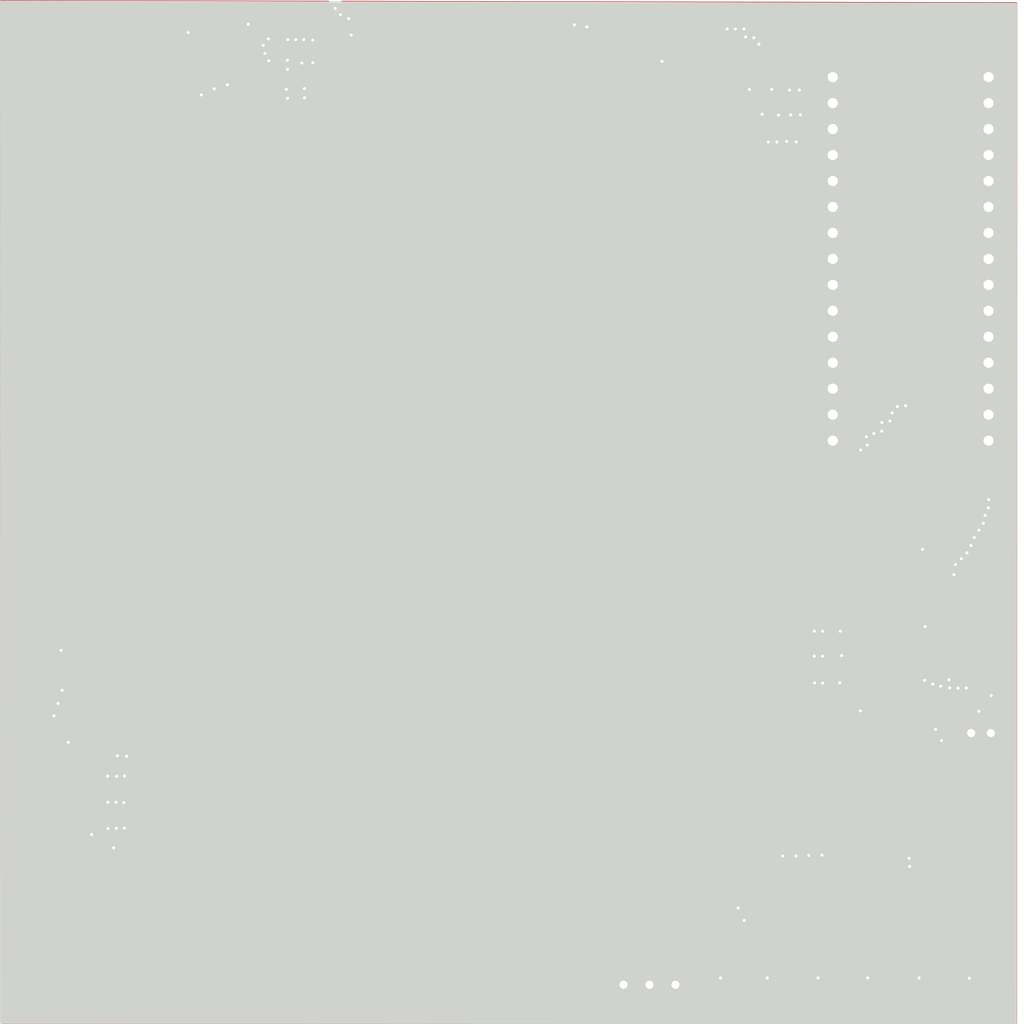
<source format=kicad_pcb>
(kicad_pcb (version 20241229) (generator "pcbnew") (generator_version "9.0")
  (layers (0 "F.Cu" signal) (2 "B.Cu" signal) (13 "F.Paste" user) (15 "B.Paste" user) (5 "F.SilkS" user "F.Silkscreen") (7 "B.SilkS" user "B.Silkscreen") (1 "F.Mask" user) (3 "B.Mask" user) (25 "Edge.Cuts" user))
  (net 0 "")
  (net 1 "GND")
  (net 2 "/SERIAL")
  (net 5 "/LOAD(PL)")
  (net 7 "/LATCH")
  (net 19 "/CE")
  (net 20 "+5V")
  (net 23 "/SEROUT")
  (net 24 "/OE")
  (net 25 "/CLOCK")
  (net 27 "/SCK(CP)")
  (net 28 "Net-(d1-A)")
  (net 29 "Net-(d2-A)")
  (net 30 "Net-(d3-A)")
  (net 31 "Net-(d4-A)")
  (net 32 "Net-(d5-A)")
  (net 33 "Net-(d6-A)")
  (net 34 "Net-(d7-A)")
  (net 35 "Net-(d8-A)")
  (net 36 "Net-(d9-A)")
  (net 37 "Net-(d10-A)")
  (net 38 "Net-(d11-A)")
  (net 39 "Net-(d12-A)")
  (net 40 "Net-(d13-A)")
  (net 41 "Net-(d14-A)")
  (net 42 "Net-(d15-A)")
  (net 43 "Net-(d16-A)")
  (net 44 "Net-(d17-A)")
  (net 45 "Net-(d18-A)")
  (net 46 "Net-(d19-A)")
  (net 47 "Net-(d20-A)")
  (net 48 "Net-(d21-A)")
  (net 49 "Net-(d22-A)")
  (net 50 "Net-(d23-A)")
  (net 51 "Net-(d24-A)")
  (net 52 "Net-(d25-A)")
  (net 53 "Net-(d26-A)")
  (net 54 "Net-(d27-A)")
  (net 55 "Net-(d28-A)")
  (net 56 "Net-(d29-A)")
  (net 57 "Net-(d30-A)")
  (net 58 "Net-(d31-A)")
  (net 59 "Net-(d32-A)")
  (net 60 "Net-(d33-A)")
  (net 61 "Net-(d34-A)")
  (net 62 "Net-(d35-A)")
  (net 63 "Net-(d36-A)")
  (net 64 "Net-(d37-A)")
  (net 65 "Net-(d38-A)")
  (net 66 "Net-(d39-A)")
  (net 67 "Net-(d40-A)")
  (net 68 "Net-(d41-A)")
  (net 69 "Net-(d42-A)")
  (net 70 "Net-(d43-A)")
  (net 71 "Net-(d44-A)")
  (net 72 "Net-(d45-A)")
  (net 73 "Net-(d46-A)")
  (net 74 "Net-(d47-A)")
  (net 75 "Net-(d48-A)")
  (net 76 "Net-(d49-A)")
  (net 77 "Net-(d50-A)")
  (net 78 "Net-(d51-A)")
  (net 79 "Net-(d52-A)")
  (net 80 "Net-(d53-A)")
  (net 81 "Net-(d54-A)")
  (net 82 "Net-(d55-A)")
  (net 83 "Net-(d56-A)")
  (net 84 "Net-(d57-A)")
  (net 85 "Net-(d58-A)")
  (net 86 "Net-(d59-A)")
  (net 87 "Net-(d60-A)")
  (net 88 "Net-(d61-A)")
  (net 89 "Net-(d62-A)")
  (net 90 "Net-(d63-A)")
  (net 91 "Net-(d64-A)")
  (net 92 "/SER1-2")
  (net 95 "/SER2-3")
  (net 96 "/SER3-4")
  (net 97 "/SER4-5")
  (net 98 "/SER5-6")
  (net 99 "/SER6-7")
  (net 100 "/SER7-8")
  (net 102 "Net-(a1-D13)")
  (net 103 "/btn1")
  (net 104 "/btn2")
  (net 105 "/btn3")
  (net 106 "/btn4")
  (net 107 "/btn5")
  (net 108 "/btn6")
  (net 109 "/btn7")
  (net 110 "/btn8")
  (net 112 "/ICD3")
  (net 113 "/ICD7")
  (net 114 "/ICD6")
  (net 115 "/ICD1")
  (net 116 "/ICD4")
  (net 117 "/ICD2")
  (net 118 "/ICD8")
  (net 119 "/ICD5")
  (net 120 "/ICD16")
  (net 121 "/ICD9")
  (net 122 "/ICD15")
  (net 123 "/ICD14")
  (net 124 "/ICD10")
  (net 125 "/ICD11")
  (net 126 "/ICD12")
  (net 127 "/ICD13")
  (net 128 "/ICD19")
  (net 129 "/ICD21")
  (net 130 "/ICD23")
  (net 131 "/ICD18")
  (net 132 "/ICD17")
  (net 133 "/ICD20")
  (net 134 "/ICD22")
  (net 135 "/ICD24")
  (net 136 "/ICD26")
  (net 137 "/ICD28")
  (net 138 "/ICD31")
  (net 139 "/ICD27")
  (net 140 "/ICD30")
  (net 141 "/ICD25")
  (net 142 "/ICD29")
  (net 143 "/ICD32")
  (net 144 "/ICD38")
  (net 145 "/ICD40")
  (net 146 "/ICD37")
  (net 147 "/ICD34")
  (net 148 "/ICD36")
  (net 149 "/ICD35")
  (net 150 "/ICD39")
  (net 151 "/ICD33")
  (net 152 "/ICD47")
  (net 153 "/ICD43")
  (net 154 "/ICD42")
  (net 155 "/ICD45")
  (net 156 "/ICD44")
  (net 157 "/ICD46")
  (net 158 "/ICD48")
  (net 159 "/ICD41")
  (net 160 "/ICD51")
  (net 161 "/ICD53")
  (net 162 "/ICD56")
  (net 163 "/ICD49")
  (net 164 "/ICD50")
  (net 165 "/ICD52")
  (net 166 "/ICD55")
  (net 167 "/ICD54")
  (net 168 "/ICD64")
  (net 169 "/ICD58")
  (net 170 "/ICD59")
  (net 171 "/ICD57")
  (net 172 "/ICD63")
  (net 173 "/ICD61")
  (net 174 "/ICD62")
  (net 175 "/ICD60")
  (footprint "a_detolib:3528led" (layer "F.Cu") (at 119.37 116.77)
    (property "Reference" "d42")
    (property "Value" "3528led" (hide yes))
  )
  (footprint "a_detolib:r1206" (layer "F.Cu") (at 88.71 133.53 140)
    (property "Reference" "r18")
    (property "Value" "~")
  )
  (footprint "a_detolib:3528led" (layer "F.Cu") (at 129.05 83.913333 -90)
    (property "Reference" "d9")
    (property "Value" "3528led" (hide yes))
  )
  (footprint "a_detolib:r1206" (layer "F.Cu") (at 105.44 138.55 37)
    (property "Reference" "r1")
    (property "Value" "~")
  )
  (footprint "a_detolib:r1206" (layer "F.Cu") (at 117.11 65.13)
    (property "Reference" "r12")
    (property "Value" "~")
  )
  (footprint "a_detolib:3528led" (layer "F.Cu") (at 71.34 83.893333 -90)
    (property "Reference" "d25")
    (property "Value" "3528led" (hide yes))
  )
  (footprint "a_detolib:r1206" (layer "F.Cu") (at 110.66 59.23 -15)
    (property "Reference" "r15")
    (property "Value" "~")
  )
  (footprint "a_detolib:r1206" (layer "F.Cu") (at 94.82 109.67 100)
    (property "Reference" "r51")
    (property "Value" "~")
  )
  (footprint "a_detolib:3528led" (layer "F.Cu") (at 87.35 110.54 -45)
    (property "Reference" "d52")
    (property "Value" "3528led" (hide yes))
  )
  (footprint "a_detolib:r1206" (layer "F.Cu") (at 81.51 113.66)
    (property "Reference" "r44")
    (property "Value" "~")
  )
  (footprint "a_detolib:r1206" (layer "F.Cu") (at 76.2575 142.63 180)
    (property "Reference" "r34")
    (property "Value" "~")
  )
  (footprint "Package_SO:SOP-16_4.4x10.4mm_P1.27mm" (layer "F.Cu") (at 118.0525 77.855 180)
    (property "Reference" "ICO6")
    (property "Value" "SOP-16_4.4x10.4mm_P1.27mm" (hide yes))
  )
  (footprint "a_detolib:r1206" (layer "F.Cu") (at 94.49 53.23 180)
    (property "Reference" "r32")
    (property "Value" "~")
  )
  (footprint "a_detolib:cap1206" (layer "F.Cu") (at 116.98 56.26 -90)
    (property "Reference" "c2")
    (property "Value" "c1206" (hide yes))
  )
  (footprint "a_detolib:3528led" (layer "F.Cu") (at 79.53 105.78 -40)
    (property "Reference" "d53")
    (property "Value" "3528led" (hide yes))
  )
  (footprint "a_detolib:r1206" (layer "F.Cu") (at 100.09 68.03)
    (property "Reference" "r63")
    (property "Value" "~")
  )
  (footprint "a_detolib:btn_4x3" (layer "F.Cu") (at 148.19 134.75 90)
    (property "Reference" "b1")
    (property "Value" "button" (hide yes))
  )
  (footprint "a_detolib:r1206" (layer "F.Cu") (at 68.39 109.13 -90)
    (property "Reference" "r22")
    (property "Value" "~")
  )
  (footprint "a_detolib:3528led" (layer "F.Cu") (at 106.43 92.52 -105)
    (property "Reference" "d59")
    (property "Value" "3528led" (hide yes))
  )
  (footprint "a_detolib:3528led" (layer "F.Cu") (at 81.29 116.77)
    (property "Reference" "d44")
    (property "Value" "3528led" (hide yes))
  )
  (footprint "a_detolib:3528led" (layer "F.Cu") (at 84.86 91.45 180)
    (property "Reference" "d55")
    (property "Value" "3528led" (hide yes))
  )
  (footprint "a_detolib:3528led" (layer "F.Cu") (at 121.78 96.06 -60)
    (property "Reference" "d47")
    (property "Value" "3528led" (hide yes))
  )
  (footprint "a_detolib:3528led" (layer "F.Cu") (at 71.34 100.616667 -90)
    (property "Reference" "d23")
    (property "Value" "3528led" (hide yes))
  )
  (footprint "a_detolib:r1206" (layer "F.Cu") (at 143.59 140.66 180)
    (property "Reference" "r70")
    (property "Value" "~")
  )
  (footprint "a_detolib:r1206" (layer "F.Cu") (at 71.63 119.73 180)
    (property "Reference" "r21")
    (property "Value" "~")
  )
  (footprint "a_detolib:r1206" (layer "F.Cu") (at 85.25 100.13 40)
    (property "Reference" "r56")
    (property "Value" "~")
  )
  (footprint "a_detolib:r1206" (layer "F.Cu") (at 112.39 133.52 41)
    (property "Reference" "r2")
    (property "Value" "~" (hide yes))
  )
  (footprint "Package_SO:SOP-16_4.4x10.4mm_P1.27mm" (layer "F.Cu") (at 145.8975 106.825)
    (property "Reference" "ICO8")
    (property "Value" "SOP-16_4.4x10.4mm_P1.27mm" (hide yes))
  )
  (footprint "a_detolib:btn_4x3" (layer "F.Cu") (at 138.45 144.81 90)
    (property "Reference" "b5")
    (property "Value" "button" (hide yes))
  )
  (footprint "a_detolib:r1206" (layer "F.Cu") (at 122.63 121.69 65)
    (property "Reference" "r4")
    (property "Value" "~" (hide yes))
  )
  (footprint "a_detolib:3528led" (layer "F.Cu") (at 71.34 92.255 -90)
    (property "Reference" "d24")
    (property "Value" "3528led" (hide yes))
  )
  (footprint "a_detolib:cap1206" (layer "F.Cu") (at 82.74 85.29)
    (property "Reference" "c7")
    (property "Value" "c1206" (hide yes))
  )
  (footprint "a_detolib:r1206" (layer "F.Cu") (at 105.56 53.2)
    (property "Reference" "r16")
    (property "Value" "~")
  )
  (footprint "a_detolib:r1206" (layer "F.Cu") (at 128.29 113.49)
    (property "Reference" "r5")
    (property "Value" "~")
  )
  (footprint "a_detolib:r1206" (layer "F.Cu") (at 103.59 91.7 -105)
    (property "Reference" "r59")
    (property "Value" "~")
  )
  (footprint "a_detolib:3528led" (layer "F.Cu") (at 75.32 123.13 -65)
    (property "Reference" "d20")
    (property "Value" "3528led" (hide yes))
  )
  (footprint "a_detolib:r1206" (layer "F.Cu") (at 138.66 140.66 180)
    (property "Reference" "r69")
    (property "Value" "~")
  )
  (footprint "a_detolib:r1206" (layer "F.Cu") (at 72.16 65.13 180)
    (property "Reference" "r27")
    (property "Value" "~")
  )
  (footprint "a_detolib:CP_Elec_5x5.4" (layer "F.Cu") (at 148.88 93.27 -90)
    (property "Reference" "bc1")
    (property "Value" "bulk_cap")
  )
  (footprint "a_detolib:r1206" (layer "F.Cu") (at 128.292499 65.129999)
    (property "Reference" "r11")
    (property "Value" "~")
  )
  (footprint "Package_SO:SOP-16_4.4x10.4mm_P1.27mm" (layer "F.Cu") (at 123.8625 56.1 90)
    (property "Reference" "ICO2")
    (property "Value" "SOP-16_4.4x10.4mm_P1.27mm" (hide yes))
  )
  (footprint "a_detolib:r1206" (layer "F.Cu") (at 102.2 99.42 -100)
    (property "Reference" "r58")
    (property "Value" "~")
  )
  (footprint "a_detolib:3528led" (layer "F.Cu") (at 100.25 118.11 -90)
    (property "Reference" "d40")
    (property "Value" "3528led" (hide yes))
  )
  (footprint "a_detolib:3528led" (layer "F.Cu") (at 72.11 68.07)
    (property "Reference" "d27")
    (property "Value" "3528led" (hide yes))
  )
  (footprint "a_detolib:3528led" (layer "F.Cu") (at 97.71 109.09 -80)
    (property "Reference" "d51")
    (property "Value" "3528led" (hide yes))
  )
  (footprint "a_detolib:3528led" (layer "F.Cu") (at 112.56 102.42 -35)
    (property "Reference" "d49")
    (property "Value" "3528led" (hide yes))
  )
  (footprint "a_detolib:r1206" (layer "F.Cu") (at 153.5025 130.5 180)
    (property "Reference" "r66")
    (property "Value" "~")
  )
  (footprint "a_detolib:3528led" (layer "F.Cu") (at 78.64 96.06 -115)
    (property "Reference" "d54")
    (property "Value" "3528led" (hide yes))
  )
  (footprint "a_detolib:r1206" (layer "F.Cu") (at 98.55 77.28 -125)
    (property "Reference" "r29")
    (property "Value" "~")
  )
  (footprint "Package_SO:SO-16_3.9x9.9mm_P1.27mm" (layer "F.Cu") (at 135.65 133.44 90)
    (property "Reference" "ICI1")
    (property "Value" "SOP-16_4.4x10.4mm_P1.27mm" (hide yes))
  )
  (footprint "a_detolib:3528led" (layer "F.Cu") (at 100.34 143.33 -90)
    (property "Reference" "d33")
    (property "Value" "3528led" (hide yes))
  )
  (footprint "a_detolib:3528led" (layer "F.Cu") (at 117.07 68.07 180)
    (property "Reference" "d12")
    (property "Value" "3528led" (hide yes))
  )
  (footprint "Package_SO:SOP-16_4.4x10.4mm_P1.27mm" (layer "F.Cu") (at 143.2425 123.14 90)
    (property "Reference" "ICO1")
    (property "Value" "SOP-16_4.4x10.4mm_P1.27mm" (hide yes))
  )
  (footprint "a_detolib:3528led" (layer "F.Cu") (at 128.29 68.07 180)
    (property "Reference" "d11")
    (property "Value" "3528led" (hide yes))
  )
  (footprint "a_detolib:3528led" (layer "F.Cu") (at 91.89 61.6 -145)
    (property "Reference" "d31")
    (property "Value" "3528led" (hide yes))
  )
  (footprint "a_detolib:r1206" (layer "F.Cu") (at 62.6725 141.365 90)
    (property "Reference" "r33")
    (property "Value" "~")
  )
  (footprint "a_detolib:3528led" (layer "F.Cu") (at 93.88 92.52 -75)
    (property "Reference" "d60")
    (property "Value" "3528led" (hide yes))
  )
  (footprint "a_detolib:3528led" (layer "F.Cu") (at 95.82 131.95 -55)
    (property "Reference" "d36")
    (property "Value" "3528led" (hide yes))
  )
  (footprint "Package_SO:SOP-16_4.4x10.4mm_P1.27mm" (layer "F.Cu") (at 82.72 78.43 180)
    (property "Reference" "ICO7")
    (property "Value" "SOP-16_4.4x10.4mm_P1.27mm" (hide yes))
  )
  (footprint "a_detolib:3528led" (layer "F.Cu") (at 106.64 116.77 180)
    (property "Reference" "d41")
    (property "Value" "3528led" (hide yes))
  )
  (footprint "a_detolib:3528led" (layer "F.Cu") (at 114.51 135.75 -139)
    (property "Reference" "d2")
    (property "Value" "3528led" (hide yes))
  )
  (footprint "a_detolib:r1206" (layer "F.Cu") (at 96.89 91.65 -75)
    (property "Reference" "r60")
    (property "Value" "~")
  )
  (footprint "a_detolib:3528led" (layer "F.Cu") (at 129.05 109.028333 -90)
    (property "Reference" "d6")
    (property "Value" "3528led" (hide yes))
  )
  (footprint "a_detolib:btn_4x3" (layer "F.Cu") (at 153.465 134.75 90)
    (property "Reference" "b2")
    (property "Value" "button" (hide yes))
  )
  (footprint "a_detolib:3528led" (layer "F.Cu") (at 125.31 123.13 -115)
    (property "Reference" "d4")
    (property "Value" "3528led" (hide yes))
  )
  (footprint "a_detolib:r1206" (layer "F.Cu") (at 119.32 103.75 45)
    (property "Reference" "r46")
    (property "Value" "~")
  )
  (footprint "a_detolib:3528led" (layer "F.Cu") (at 100.09 54.54 -90)
    (property "Reference" "d64")
    (property "Value" "3528led" (hide yes))
  )
  (footprint "a_detolib:r1206" (layer "F.Cu") (at 119.25 97.46 120)
    (property "Reference" "r47")
    (property "Value" "~")
  )
  (footprint "a_detolib:3528led" (layer "F.Cu") (at 103.12 109.09 -100)
    (property "Reference" "d50")
    (property "Value" "3528led" (hide yes))
  )
  (footprint "a_detolib:r1206" (layer "F.Cu") (at 133.73 140.63 180)
    (property "Reference" "r68")
    (property "Value" "~")
  )
  (footprint "a_detolib:r1206" (layer "F.Cu") (at 68.36 83.893333 90)
    (property "Reference" "r25")
    (property "Value" "~")
  )
  (footprint "a_detolib:r1206" (layer "F.Cu") (at 68.27 92.27 -90)
    (property "Reference" "r24")
    (property "Value" "~")
  )
  (footprint "a_detolib:r1206" (layer "F.Cu") (at 68.36 75.531667 90)
    (property "Reference" "r26")
    (property "Value" "~")
  )
  (footprint "a_detolib:r1206" (layer "F.Cu") (at 82.54 127.8 130)
    (property "Reference" "r19")
    (property "Value" "~")
  )
  (footprint "a_detolib:3528led" (layer "F.Cu") (at 106.9 126.53 -35)
    (property "Reference" "d38")
    (property "Value" "3528led" (hide yes))
  )
  (footprint "a_detolib:r1206" (layer "F.Cu") (at 109.651991 70.108856 35)
    (property "Reference" "r14")
    (property "Value" "~")
  )
  (footprint "a_detolib:3528led" (layer "F.Cu") (at 107.33 68.07 35)
    (property "Reference" "d14")
    (property "Value" "3528led" (hide yes))
  )
  (footprint "Package_SO:SOP-16_4.4x10.4mm_P1.27mm" (layer "F.Cu") (at 68.62 136.54 180)
    (property "Reference" "ICO5")
    (property "Value" "SOP-16_4.4x10.4mm_P1.27mm" (hide yes))
  )
  (footprint "a_detolib:cap1206" (layer "F.Cu") (at 136.49 123.07 -90)
    (property "Reference" "c1")
    (property "Value" "c1206" (hide yes))
  )
  (footprint "a_detolib:3528led" (layer "F.Cu") (at 95.91 100.72 -75)
    (property "Reference" "d57")
    (property "Value" "3528led" (hide yes))
  )
  (footprint "a_detolib:r1206" (layer "F.Cu") (at 76.32 137.21 180)
    (property "Reference" "r36")
    (property "Value" "~")
  )
  (footprint "a_detolib:3528led" (layer "F.Cu") (at 105.725 56.13)
    (property "Reference" "d16")
    (property "Value" "3528led" (hide yes))
  )
  (footprint "a_detolib:r1206" (layer "F.Cu") (at 106.166038 108.550279 80)
    (property "Reference" "r50")
    (property "Value" "~")
  )
  (footprint "a_detolib:r1206" (layer "F.Cu") (at 104.65 84.02 -70)
    (property "Reference" "r62")
    (property "Value" "~")
  )
  (footprint "a_detolib:r1206" (layer "F.Cu") (at 125.95 92.285 -90)
    (property "Reference" "r8")
    (property "Value" "~" (hide yes))
  )
  (footprint "a_detolib:r1206" (layer "F.Cu") (at 92.14 124.06 -145)
    (property "Reference" "r37")
    (property "Value" "~")
  )
  (footprint "a_detolib:r1206" (layer "F.Cu") (at 132.06 75.46 90)
    (property "Reference" "r10")
    (property "Value" "~")
  )
  (footprint "a_detolib:r1206" (layer "F.Cu") (at 108.31 123.58 145)
    (property "Reference" "r38")
    (property "Value" "~")
  )
  (footprint "a_detolib:3528led" (layer "F.Cu") (at 104.85 100.72 -100)
    (property "Reference" "d58")
    (property "Value" "3528led" (hide yes))
  )
  (footprint "a_detolib:3528led" (layer "F.Cu") (at 92.73 83 -110)
    (property "Reference" "d61")
    (property "Value" "3528led" (hide yes))
  )
  (footprint "a_detolib:r1206" (layer "F.Cu") (at 72.67 124.36 115)
    (property "Reference" "r20")
    (property "Value" "~")
  )
  (footprint "a_detolib:r1206" (layer "F.Cu") (at 100.18 128.97 180)
    (property "Reference" "r39")
    (property "Value" "~")
  )
  (footprint "a_detolib:r1206" (layer "F.Cu") (at 89.74 59.21 -145)
    (property "Reference" "r31")
    (property "Value" "~")
  )
  (footprint "a_detolib:3528led" (layer "F.Cu") (at 107.8 61.6 -15)
    (property "Reference" "d15")
    (property "Value" "3528led" (hide yes))
  )
  (footprint "a_detolib:r1206" (layer "F.Cu") (at 120.47 113.92)
    (property "Reference" "r42")
    (property "Value" "~")
  )
  (footprint "a_detolib:r1206" (layer "F.Cu") (at 126.08 100.67 -90)
    (property "Reference" "r7")
    (property "Value" "~")
  )
  (footprint "a_detolib:r1206" (layer "F.Cu") (at 84.86 94.4)
    (property "Reference" "r55")
    (property "Value" "~")
  )
  (footprint "a_detolib:cap1206" (layer "F.Cu") (at 63.865 125.04)
    (property "Reference" "c3")
    (property "Value" "c1206" (hide yes))
  )
  (footprint "a_detolib:r1206" (layer "F.Cu") (at 128.51 140.61 180)
    (property "Reference" "r67")
    (property "Value" "~")
  )
  (footprint "a_detolib:3528led" (layer "F.Cu") (at 107.58 83 -70)
    (property "Reference" "d62")
    (property "Value" "3528led" (hide yes))
  )
  (footprint "a_detolib:r1206" (layer "F.Cu") (at 100.35 114.21 180)
    (property "Reference" "r40")
    (property "Value" "~")
  )
  (footprint "a_detolib:cap1206" (layer "F.Cu") (at 128.98 133.52 90)
    (property "Reference" "c9")
    (property "Value" "c1206" (hide yes))
  )
  (footprint "a_detolib:r1206" (layer "F.Cu") (at 89.57 108.48 135)
    (property "Reference" "r52")
    (property "Value" "~")
  )
  (footprint "a_detolib:sw_2pos_spdt" (layer "F.Cu") (at 120.72 145.03 -90)
    (property "Reference" "sw1" (hide yes))
    (property "Value" "sw_2pos")
  )
  (footprint "a_detolib:3528led" (layer "F.Cu") (at 114.46 91.45)
    (property "Reference" "d48")
    (property "Value" "3528led" (hide yes))
  )
  (footprint "a_detolib:r1206" (layer "F.Cu") (at 93.89 119.65)
    (property "Reference" "r43")
    (property "Value" "~")
  )
  (footprint "a_detolib:cap1206" (layer "F.Cu") (at 145.8975 99.98 180)
    (property "Reference" "c8")
    (property "Value" "c1206" (hide yes))
  )
  (footprint "a_detolib:r1206" (layer "F.Cu") (at 77.660341 108.060077 140)
    (property "Reference" "r53")
    (property "Value" "~")
  )
  (footprint "a_detolib:r1206" (layer "F.Cu") (at 82.66 64.86 180)
    (property "Reference" "r28")
    (property "Value" "~")
  )
  (footprint "a_detolib:r1206" (layer "F.Cu") (at 110.751989 104.681144 145)
    (property "Reference" "r49")
    (property "Value" "~")
  )
  (footprint "a_detolib:3528led" (layer "F.Cu") (at 80.32 129.73 -50)
    (property "Reference" "d19")
    (property "Value" "3528led" (hide yes))
  )
  (footprint "a_detolib:3528led" (layer "F.Cu") (at 93.06 68.07 140)
    (property "Reference" "d30")
    (property "Value" "3528led" (hide yes))
  )
  (footprint "a_detolib:r1206" (layer "F.Cu") (at 148.19 130.53 180)
    (property "Reference" "r65")
    (property "Value" "~")
  )
  (footprint "Package_SO:SOP-16_4.4x10.4mm_P1.27mm" (layer "F.Cu") (at 77.495 58.1225 90)
    (property "Reference" "ICO4")
    (property "Value" "SOP-16_4.4x10.4mm_P1.27mm" (hide yes))
  )
  (footprint "a_detolib:3528led" (layer "F.Cu") (at 128.29 116.77)
    (property "Reference" "d5")
    (property "Value" "3528led" (hide yes))
  )
  (footprint "a_detolib:r1206" (layer "F.Cu") (at 132.1 83.97 90)
    (property "Reference" "r9")
    (property "Value" "~")
  )
  (footprint "a_detolib:r1206" (layer "F.Cu") (at 76.03 94.52 65)
    (property "Reference" "r54")
    (property "Value" "~")
  )
  (footprint "a_detolib:3528led" (layer "F.Cu") (at 129.05 100.656667 -90)
    (property "Reference" "d7")
    (property "Value" "3528led" (hide yes))
  )
  (footprint "a_detolib:3528led" (layer "F.Cu") (at 121.44 105.78 -135)
    (property "Reference" "d46")
    (property "Value" "3528led" (hide yes))
  )
  (footprint "a_detolib:3528led" (layer "F.Cu") (at 87.05 102.42 -140)
    (property "Reference" "d56")
    (property "Value" "3528led" (hide yes))
  )
  (footprint "a_detolib:3528led" (layer "F.Cu") (at 103.91 74.77 -55)
    (property "Reference" "d13")
    (property "Value" "3528led" (hide yes))
  )
  (footprint "a_detolib:btn_4x3" (layer "F.Cu") (at 153.4 144.81 90)
    (property "Reference" "b8")
    (property "Value" "button" (hide yes))
  )
  (footprint "a_detolib:3528led" (layer "F.Cu") (at 129.05 75.541667 -90)
    (property "Reference" "d10")
    (property "Value" "3528led" (hide yes))
  )
  (footprint "a_detolib:r1206" (layer "F.Cu") (at 126.21 108.79 -90)
    (property "Reference" "r6")
    (property "Value" "~" (hide yes))
  )
  (footprint "a_detolib:r1206" (layer "F.Cu") (at 98.61 99.52 -75)
    (property "Reference" "r57")
    (property "Value" "~")
  )
  (footprint "a_detolib:3528led" (layer "F.Cu") (at 113.5 110.54 -120)
    (property "Reference" "d45")
    (property "Value" "3528led" (hide yes))
  )
  (footprint "a_detolib:cap1206" (layer "F.Cu") (at 68.6075 143.635)
    (property "Reference" "c5")
    (property "Value" "c1206" (hide yes))
  )
  (footprint "a_detolib:r1206" (layer "F.Cu") (at 114.35 94.51)
    (property "Reference" "r48")
    (property "Value" "~")
  )
  (footprint "a_detolib:3528led" (layer "F.Cu") (at 72.38 116.77)
    (property "Reference" "d21")
    (property "Value" "3528led" (hide yes))
  )
  (footprint "a_detolib:r1206" (layer "F.Cu") (at 116.05 112.04 60)
    (property "Reference" "r45")
    (property "Value" "~")
  )
  (footprint "a_detolib:3528led" (layer "F.Cu") (at 107.38 140.91 -144)
    (property "Reference" "d1")
    (property "Value" "3528led" (hide yes))
  )
  (footprint "a_detolib:3528led" (layer "F.Cu") (at 71.34 75.531667 -90)
    (property "Reference" "d26")
    (property "Value" "3528led" (hide yes))
  )
  (footprint "a_detolib:r1206" (layer "F.Cu") (at 106.64 113.9)
    (property "Reference" "r41")
    (property "Value" "~")
  )
  (footprint "a_detolib:r1206" (layer "F.Cu") (at 153.46 140.64 180)
    (property "Reference" "r72")
    (property "Value" "~")
  )
  (footprint "a_detolib:r1206" (layer "F.Cu") (at 107.04 74.13 -55)
    (property "Reference" "r13")
    (property "Value" "~")
  )
  (footprint "a_detolib:btn_4x3" (layer "F.Cu") (at 133.6 144.81 90)
    (property "Reference" "b4")
    (property "Value" "button" (hide yes))
  )
  (footprint "a_detolib:3528led" (layer "F.Cu") (at 100.27 136.33 -90)
    (property "Reference" "d34")
    (property "Value" "3528led" (hide yes))
  )
  (footprint "a_detolib:3528led" (layer "F.Cu") (at 71.34 108.978333 -90)
    (property "Reference" "d22")
    (property "Value" "3528led" (hide yes))
  )
  (footprint "a_detolib:3528led" (layer "F.Cu") (at 100.25 125.14 -90)
    (property "Reference" "d39")
    (property "Value" "3528led" (hide yes))
  )
  (footprint "Package_SO:SOP-16_4.4x10.4mm_P1.27mm" (layer "F.Cu") (at 63.955 118.13 180)
    (property "Reference" "ICO3")
    (property "Value" "SOP-16_4.4x10.4mm_P1.27mm" (hide yes))
  )
  (footprint "a_detolib:3528led" (layer "F.Cu") (at 86.519504 135.709342 -40)
    (property "Reference" "d18")
    (property "Value" "3528led" (hide yes))
  )
  (footprint "a_detolib:btn_4x3" (layer "F.Cu") (at 148.325 144.81 90)
    (property "Reference" "b7")
    (property "Value" "button" (hide yes))
  )
  (footprint "a_detolib:r1206" (layer "F.Cu") (at 91.05 70.3 140)
    (property "Reference" "r30")
    (property "Value" "~")
  )
  (footprint "a_detolib:3528led" (layer "F.Cu") (at 104.93 131.95 -120)
    (property "Reference" "d35")
    (property "Value" "3528led" (hide yes))
  )
  (footprint "a_detolib:r1206" (layer "F.Cu") (at 118.14 127.73 51)
    (property "Reference" "r3")
    (property "Value" "~" (hide yes))
  )
  (footprint "a_detolib:3528led" (layer "F.Cu") (at 93.94 126.53 -145)
    (property "Reference" "d37")
    (property "Value" "3528led" (hide yes))
  )
  (footprint "a_detolib:3528led" (layer "F.Cu") (at 100.09 64.28 -90)
    (property "Reference" "d63")
    (property "Value" "3528led" (hide yes))
  )
  (footprint "a_detolib:cap1206" (layer "F.Cu") (at 70.7 58.15 -90)
    (property "Reference" "c4")
    (property "Value" "c1206" (hide yes))
  )
  (footprint "a_detolib:btn_4x3" (layer "F.Cu") (at 128.4 144.81 90)
    (property "Reference" "b3")
    (property "Value" "button" (hide yes))
  )
  (footprint "a_detolib:3528led" (layer "F.Cu") (at 129.05 92.285 -90)
    (property "Reference" "d8")
    (property "Value" "3528led" (hide yes))
  )
  (footprint "a_detolib:r1206" (layer "F.Cu") (at 100.09 58.38)
    (property "Reference" "r64")
    (property "Value" "~")
  )
  (footprint "a_detolib:3528led" (layer "F.Cu") (at 93.81 116.77)
    (property "Reference" "d43")
    (property "Value" "3528led" (hide yes))
  )
  (footprint "a_detolib:r1206" (layer "F.Cu") (at 68.27 100.87 -90)
    (property "Reference" "r23")
    (property "Value" "~")
  )
  (footprint "a_detolib:3528led" (layer "F.Cu") (at 94.695 56.13)
    (property "Reference" "d32")
    (property "Value" "3528led" (hide yes))
  )
  (footprint "a_detolib:3528led" (layer "F.Cu") (at 93.69 140.91 -35)
    (property "Reference" "d17")
    (property "Value" "3528led" (hide yes))
  )
  (footprint "a_detolib:r1206" (layer "F.Cu") (at 95.61 138.66 144)
    (property "Reference" "r17")
    (property "Value" "~")
  )
  (footprint "a_detolib:3528led" (layer "F.Cu") (at 82.7 68.07)
    (property "Reference" "d28")
    (property "Value" "3528led" (hide yes))
  )
  (footprint "a_detolib:btn_4x3" (layer "F.Cu") (at 143.45 144.81 90)
    (property "Reference" "b6")
    (property "Value" "button" (hide yes))
  )
  (footprint "a_detolib:r1206" (layer "F.Cu") (at 95.61 84.02 70)
    (property "Reference" "r61")
    (property "Value" "~")
  )
  (footprint "a_detolib:3528led" (layer "F.Cu") (at 120.48 129.73 -130)
    (property "Reference" "d3")
    (property "Value" "3528led" (hide yes))
  )
  (footprint "a_detolib:3528led" (layer "F.Cu") (at 96.8 74.68 -125)
    (property "Reference" "d29")
    (property "Value" "3528led" (hide yes))
  )
  (footprint "a_detolib:r1206" (layer "F.Cu") (at 76.2575 139.88 180)
    (property "Reference" "r35")
    (property "Value" "~")
  )
  (footprint "a_detolib:cap1206" (layer "F.Cu") (at 118.02 84.59)
    (property "Reference" "c6")
    (property "Value" "c1206" (hide yes))
  )
  (footprint "a_detolib:r1206" (layer "F.Cu") (at 148.51 140.64 180)
    (property "Reference" "r71")
    (property "Value" "~")
  )
  (footprint "a_detolib:btry_18650_foirot" (layer "B.Cu") (at 107.29 133.28)
    (property "Reference" "BT1")
    (property "Value" "Battery")
  )
  (footprint "a_detolib:nanov3" (layer "B.Cu") (at 138.65 91.8)
    (property "Reference" "a1" (hide yes))
    (property "Value" "nanov3")
  )
  (gr_text "off | on" (at 116.48 142.55 0) (layer "F.SilkS") (effects (font (size 1.25 1.25) (thickness 0.1875)) (justify left bottom)))
  (segment (start 137.1975 140.66) (end 137.149 140.7085) (width 0.2) (layer "F.Cu") (net 1))
  (segment (start 127.0475 143.7375) (end 127.67 144.36) (width 0.2) (layer "F.Cu") (net 1))
  (segment (start 147.024 140.6635) (end 147.024 144.304) (width 0.2) (layer "F.Cu") (net 1))
  (segment (start 148.78 95.73) (end 148.78 94.92) (width 0.2) (layer "F.Cu") (net 1))
  (segment (start 142.1275 144.2925) (end 142.06 144.36) (width 0.2) (layer "F.Cu") (net 1))
  (segment (start 137.149 140.7085) (end 137.149 144.299) (width 0.2) (layer "F.Cu") (net 1))
  (segment (start 132.2675 144.3325) (end 132.24 144.36) (width 0.2) (layer "F.Cu") (net 1))
  (segment (start 127.0475 140.61) (end 127.0475 143.7375) (width 0.2) (layer "F.Cu") (net 1))
  (segment (start 137.149 144.299) (end 137.21 144.36) (width 0.2) (layer "F.Cu") (net 1))
  (segment (start 151.9975 140.64) (end 151.9975 144.3925) (width 0.2) (layer "F.Cu") (net 1))
  (segment (start 147.024 144.304) (end 147.09 144.37) (width 0.2) (layer "F.Cu") (net 1))
  (segment (start 132.2675 140.63) (end 132.2675 144.3325) (width 0.2) (layer "F.Cu") (net 1))
  (segment (start 147.0475 140.64) (end 147.024 140.6635) (width 0.2) (layer "F.Cu") (net 1))
  (segment (start 151.98 144.41) (end 151.9975 144.3925) (width 0.2) (layer "F.Cu") (net 1))
  (segment (start 142.1275 140.66) (end 142.1275 144.2925) (width 0.2) (layer "F.Cu") (net 1))
  (via (at 132.24 144.36) (size 0.6) (drill 0.3) (layers "F.Cu" "B.Cu") (net 1))
  (via (at 127.67 144.36) (size 0.6) (drill 0.3) (layers "F.Cu" "B.Cu") (net 1))
  (via (at 142.06 144.36) (size 0.6) (drill 0.3) (layers "F.Cu" "B.Cu") (net 1))
  (via (at 147.09 144.37) (size 0.6) (drill 0.3) (layers "F.Cu" "B.Cu") (net 1))
  (via (at 151.9975 144.3925) (size 0.6) (drill 0.3) (layers "F.Cu" "B.Cu") (net 1))
  (via (at 137.21 144.36) (size 0.6) (drill 0.3) (layers "F.Cu" "B.Cu") (net 1))
  (segment (start 139.18465 82.17465) (end 138.65 81.64) (width 0.2) (layer "F.Cu") (net 2))
  (segment (start 140.93145 90.8339) (end 141.13145 90.6339) (width 0.2) (layer "F.Cu") (net 2))
  (segment (start 141.421297 92.48527) (end 141.421297 92.322894) (width 0.2) (layer "F.Cu") (net 2))
  (segment (start 141.421297 92.322894) (end 140.93145 91.833047) (width 0.2) (layer "F.Cu") (net 2))
  (segment (start 141.516456 92.580428) (end 141.421297 92.48527) (width 0.2) (layer "F.Cu") (net 2))
  (segment (start 151.17 105.95) (end 151.17 104.440356) (width 0.2) (layer "F.Cu") (net 2))
  (segment (start 141.3375 118.2525) (end 141.35 118.24) (width 0.2) (layer "F.Cu") (net 2))
  (segment (start 141.397 83.9641) (end 139.60755 82.17465) (width 0.2) (layer "F.Cu") (net 2))
  (segment (start 150.01981 115.189138) (end 151.77 113.438948) (width 0.2) (layer "F.Cu") (net 2))
  (segment (start 139.60755 82.17465) (end 139.18465 82.17465) (width 0.2) (layer "F.Cu") (net 2))
  (segment (start 141.13145 89.227201) (end 141.397 88.961651) (width 0.2) (layer "F.Cu") (net 2))
  (segment (start 151.17 107.4029) (end 151.17 105.95) (width 0.2) (layer "F.Cu") (net 2))
  (segment (start 151.77 113.438948) (end 151.77 108.0029) (width 0.2) (layer "F.Cu") (net 2))
  (segment (start 139.34 81.64) (end 138.65 81.64) (width 0.2) (layer "F.Cu") (net 2))
  (segment (start 140.93145 91.833047) (end 140.93145 90.8339) (width 0.2) (layer "F.Cu") (net 2))
  (segment (start 141.13145 90.6339) (end 141.13145 89.227201) (width 0.2) (layer "F.Cu") (net 2))
  (segment (start 141.38155 92.715334) (end 141.516456 92.580428) (width 0.2) (layer "F.Cu") (net 2))
  (segment (start 141.3375 120.0525) (end 141.3375 118.2525) (width 0.2) (layer "F.Cu") (net 2))
  (segment (start 141.397 88.961651) (end 141.397 83.9641) (width 0.2) (layer "F.Cu") (net 2))
  (segment (start 151.17 104.440356) (end 150.650557 103.920913) (width 0.2) (layer "F.Cu") (net 2))
  (segment (start 151.77 108.0029) (end 151.17 107.4029) (width 0.2) (layer "F.Cu") (net 2))
  (via (at 150.01981 115.189138) (size 0.6) (drill 0.3) (layers "F.Cu" "B.Cu") (net 2))
  (via (at 141.35 118.24) (size 0.6) (drill 0.3) (layers "F.Cu" "B.Cu") (net 2))
  (via (at 150.650557 103.920913) (size 0.6) (drill 0.3) (layers "F.Cu" "B.Cu") (net 2))
  (via (at 141.38155 92.715334) (size 0.6) (drill 0.3) (layers "F.Cu" "B.Cu") (net 2))
  (segment (start 150.684269 103.037261) (end 150.684269 101.183969) (width 0.2) (layer "B.Cu") (net 2))
  (segment (start 142.4003 92.9) (end 141.836027 92.9) (width 0.2) (layer "B.Cu") (net 2))
  (segment (start 141.489 118.041) (end 141.35 118.18) (width 0.2) (layer "B.Cu") (net 2))
  (segment (start 150.227458 115.396786) (end 151.958637 115.396786) (width 0.2) (layer "B.Cu") (net 2))
  (segment (start 150.684269 101.183969) (end 142.4003 92.9) (width 0.2) (layer "B.Cu") (net 2))
  (segment (start 141.836027 92.9) (end 141.666027 92.73) (width 0.2) (layer "B.Cu") (net 2))
  (segment (start 150.599 118.041) (end 141.489 118.041) (width 0.2) (layer "B.Cu") (net 2))
  (segment (start 150.01981 115.189138) (end 150.227458 115.396786) (width 0.2) (layer "B.Cu") (net 2))
  (segment (start 141.35 118.18) (end 141.35 118.24) (width 0.2) (layer "B.Cu") (net 2))
  (segment (start 152.310694 115.748843) (end 152.310694 116.329306) (width 0.2) (layer "B.Cu") (net 2))
  (segment (start 152.310694 116.329306) (end 150.599 118.041) (width 0.2) (layer "B.Cu") (net 2))
  (segment (start 141.666027 92.73) (end 141.396216 92.73) (width 0.2) (layer "B.Cu") (net 2))
  (segment (start 141.396216 92.73) (end 141.38155 92.715334) (width 0.2) (layer "B.Cu") (net 2))
  (segment (start 150.615246 103.106284) (end 150.684269 103.037261) (width 0.2) (layer "B.Cu") (net 2))
  (segment (start 151.958637 115.396786) (end 152.310694 115.748843) (width 0.2) (layer "B.Cu") (net 2))
  (segment (start 150.650557 103.920913) (end 150.615246 103.885602) (width 0.2) (layer "B.Cu") (net 2))
  (segment (start 150.615246 103.885602) (end 150.615246 103.106284) (width 0.2) (layer "B.Cu") (net 2))
  (segment (start 152.487269 101.282203) (end 152.552228 101.282203) (width 0.2) (layer "F.Cu") (net 5))
  (segment (start 152.552228 101.282203) (end 152.774 101.503975) (width 0.2) (layer "F.Cu") (net 5))
  (segment (start 149.891 119.3374) (end 149.891 121.388943) (width 0.2) (layer "F.Cu") (net 5))
  (segment (start 152.35 115.9571) (end 152.35 116.8784) (width 0.2) (layer "F.Cu") (net 5))
  (segment (start 149.681 126.8461) (end 148.1061 128.421) (width 0.2) (layer "F.Cu") (net 5))
  (segment (start 152.774 101.503975) (end 152.774 106.7385) (width 0.2) (layer "F.Cu") (net 5))
  (segment (start 143.057 83.3199) (end 141.21155 81.47445) (width 0.2) (layer "F.Cu") (net 5))
  (segment (start 132.02 133.83) (end 131.205 134.645) (width 0.2) (layer "F.Cu") (net 5))
  (segment (start 149.891 121.388943) (end 149.681 121.598943) (width 0.2) (layer "F.Cu") (net 5))
  (segment (start 143.057 89.570051) (end 143.057 83.3199) (width 0.2) (layer "F.Cu") (net 5))
  (segment (start 138.65 72.21) (end 138.65 71.48) (width 0.2) (layer "F.Cu") (net 5))
  (segment (start 148.1061 128.421) (end 145.959 128.421) (width 0.2) (layer "F.Cu") (net 5))
  (segment (start 131.205 134.645) (end 131.205 136.015) (width 0.2) (layer "F.Cu") (net 5))
  (segment (start 141.21155 81.47445) (end 141.21155 76.54445) (width 0.2) (layer "F.Cu") (net 5))
  (segment (start 142.85024 90.274697) (end 142.85024 89.776811) (width 0.2) (layer "F.Cu") (net 5))
  (segment (start 152.35 116.8784) (end 149.891 119.3374) (width 0.2) (layer "F.Cu") (net 5))
  (segment (start 139.94 73.5) (end 138.65 72.21) (width 0.2) (layer "F.Cu") (net 5))
  (segment (start 142.85024 89.776811) (end 143.057 89.570051) (width 0.2) (layer "F.Cu") (net 5))
  (segment (start 141.21155 76.54445) (end 139.94 75.2729) (width 0.2) (layer "F.Cu") (net 5))
  (segment (start 140.55 133.83) (end 132.02 133.83) (width 0.2) (layer "F.Cu") (net 5))
  (segment (start 153.432 114.8751) (end 152.35 115.9571) (width 0.2) (layer "F.Cu") (net 5))
  (segment (start 153.432 107.3965) (end 153.432 114.8751) (width 0.2) (layer "F.Cu") (net 5))
  (segment (start 149.681 121.598943) (end 149.681 126.8461) (width 0.2) (layer "F.Cu") (net 5))
  (segment (start 143.202297 90.626754) (end 142.85024 90.274697) (width 0.2) (layer "F.Cu") (net 5))
  (segment (start 152.774 106.7385) (end 153.432 107.3965) (width 0.2) (layer "F.Cu") (net 5))
  (segment (start 145.959 128.421) (end 140.55 133.83) (width 0.2) (layer "F.Cu") (net 5))
  (segment (start 139.94 75.2729) (end 139.94 73.5) (width 0.2) (layer "F.Cu") (net 5))
  (via (at 152.487269 101.282203) (size 0.6) (drill 0.3) (layers "F.Cu" "B.Cu") (net 5))
  (via (at 143.436 90.876386) (size 0.6) (drill 0.3) (layers "F.Cu" "B.Cu") (net 5))
  (segment (start 152.487269 100.954102) (end 152.342508 100.809341) (width 0.2) (layer "B.Cu") (net 5))
  (segment (start 152.487269 101.282203) (end 152.487269 100.954102) (width 0.2) (layer "B.Cu") (net 5))
  (segment (start 152.342508 100.809341) (end 152.342508 100.573808) (width 0.2) (layer "B.Cu") (net 5))
  (segment (start 152.342508 100.573808) (end 143.436 91.6673) (width 0.2) (layer "B.Cu") (net 5))
  (segment (start 143.436 91.6673) (end 143.436 90.876386) (width 0.2) (layer "B.Cu") (net 5))
  (segment (start 140.40955 76.95955) (end 140.01 76.56) (width 0.2) (layer "F.Cu") (net 7))
  (segment (start 151.972 107.0707) (end 151.972 104.96) (width 0.2) (layer "F.Cu") (net 7))
  (segment (start 131.729065 60.870935) (end 130.431 62.169) (width 0.2) (layer "F.Cu") (net 7))
  (segment (start 67.72 128.1) (end 67.147 128.673) (width 0.2) (layer "F.Cu") (net 7))
  (segment (start 143.0085 118.4185) (end 143.8775 119.2875) (width 0.2) (layer "F.Cu") (net 7))
  (segment (start 78.13 55.035) (end 78.13 57.38) (width 0.2) (layer "F.Cu") (net 7))
  (segment (start 135.47 59.92) (end 135.929 60.379) (width 0.2) (layer "F.Cu") (net 7))
  (segment (start 82.941532 53.132313) (end 84.169313 53.132313) (width 0.2) (layer "F.Cu") (net 7))
  (segment (start 69.3 127.2) (end 69.8 127.2) (width 0.2) (layer "F.Cu") (net 7))
  (segment (start 149.83 107.46) (end 148.985 107.46) (width 0.2) (layer "F.Cu") (net 7))
  (segment (start 85.29 54.253) (end 85.29 54.59) (width 0.2) (layer "F.Cu") (net 7))
  (segment (start 61.816 117.51) (end 61.801 117.495) (width 0.2) (layer "F.Cu") (net 7))
  (segment (start 81.247 75.78009) (end 80.87 76.15709) (width 0.2) (layer "F.Cu") (net 7))
  (segment (start 69.29 127.21) (end 69.3 127.2) (width 0.2) (layer "F.Cu") (net 7))
  (segment (start 126.8581 62.169) (end 117.641 71.3861) (width 0.2) (layer "F.Cu") (net 7))
  (segment (start 86.371 58.009057) (end 86.37 58.010057) (width 0.2) (layer "F.Cu") (net 7))
  (segment (start 148.432867 115.359038) (end 150.901 112.890906) (width 0.2) (layer "F.Cu") (net 7))
  (segment (start 131.737 59.867935) (end 131.729065 59.86) (width 0.2) (layer "F.Cu") (net 7))
  (segment (start 136.969 72.9061) (end 137.34 73.2771) (width 0.2) (layer "F.Cu") (net 7))
  (segment (start 130.1651 54.048) (end 131.3122 54.048) (width 0.2) (layer "F.Cu") (net 7))
  (segment (start 116.288549 75.58855) (end 116.288549 76.80895) (width 0.2) (layer "F.Cu") (net 7))
  (segment (start 141.93345 91.418004) (end 141.93345 89.559401) (width 0.2) (layer "F.Cu") (net 7))
  (segment (start 61.801 117.495) (end 60.8675 117.495) (width 0.2) (layer "F.Cu") (net 7))
  (segment (start 132.079 56.5161) (end 130.8139 55.251) (width 0.2) (layer "F.Cu") (net 7))
  (segment (start 116.288549 76.80895) (end 115.877499 77.22) (width 0.2) (layer "F.Cu") (net 7))
  (segment (start 138.249 116.0761) (end 139.1719 116.999) (width 0.2) (layer "F.Cu") (net 7))
  (segment (start 86.37 58.507943) (end 86.371 58.508943) (width 0.2) (layer "F.Cu") (net 7))
  (segment (start 137.69 112.94) (end 137.69 114.711057) (width 0.2) (layer "F.Cu") (net 7))
  (segment (start 81.247 75.1801) (end 81.247 75.78009) (width 0.2) (layer "F.Cu") (net 7))
  (segment (start 69.8 127.2) (end 70.151 126.849) (width 0.2) (layer "F.Cu") (net 7))
  (segment (start 117.641 71.3861) (end 117.641 74.2361) (width 0.2) (layer "F.Cu") (net 7))
  (segment (start 137.69 114.711057) (end 138.25 115.271057) (width 0.2) (layer "F.Cu") (net 7))
  (segment (start 87.79 54.83) (end 87.78 54.84) (width 0.2) (layer "F.Cu") (net 7))
  (segment (start 139.1719 116.999) (end 141.6061 116.999) (width 0.2) (layer "F.Cu") (net 7))
  (segment (start 67.73 128.1) (end 68.52 127.31) (width 0.2) (layer "F.Cu") (net 7))
  (segment (start 133.7 56.4358) (end 133.7 57.64) (width 0.2) (layer "F.Cu") (net 7))
  (segment (start 150.901 112.890906) (end 150.901 108.531) (width 0.2) (layer "F.Cu") (net 7))
  (segment (start 143.8775 119.2875) (end 143.8775 120.0525) (width 0.2) (layer "F.Cu") (net 7))
  (segment (start 152.63 107.7287) (end 151.972 107.0707) (width 0.2) (layer "F.Cu") (net 7))
  (segment (start 133.339 58.948943) (end 132.079 57.688943) (width 0.2) (layer "F.Cu") (net 7))
  (segment (start 86.7 54.86) (end 86.371 55.189) (width 0.2) (layer "F.Cu") (net 7))
  (segment (start 86.371 55.189) (end 86.371 58.009057) (width 0.2) (layer "F.Cu") (net 7))
  (segment (start 131.3122 54.048) (end 133.7 56.4358) (width 0.2) (layer "F.Cu") (net 7))
  (segment (start 152.63 114.227537) (end 152.63 107.7287) (width 0.2) (layer "F.Cu") (net 7))
  (segment (start 150.91 115.947537) (end 152.63 114.227537) (width 0.2) (layer "F.Cu") (net 7))
  (segment (start 142.255 83.6521) (end 140.40955 81.80665) (width 0.2) (layer "F.Cu") (net 7))
  (segment (start 129.520932 53.403832) (end 130.1651 54.048) (width 0.2) (layer "F.Cu") (net 7))
  (segment (start 143.0085 118.4014) (end 143.0085 118.4185) (width 0.2) (layer "F.Cu") (net 7))
  (segment (start 84.169313 53.132313) (end 85.29 54.253) (width 0.2) (layer "F.Cu") (net 7))
  (segment (start 151.972 103.65) (end 151.972 102.979746) (width 0.2) (layer "F.Cu") (net 7))
  (segment (start 67.73 128.1) (end 67.72 128.1) (width 0.2) (layer "F.Cu") (net 7))
  (segment (start 150.901 108.531) (end 149.83 107.46) (width 0.2) (layer "F.Cu") (net 7))
  (segment (start 90.496011 50.12) (end 90.478011 50.12) (width 0.2) (layer "F.Cu") (net 7))
  (segment (start 130.8139 55.251) (end 125.823498 55.251) (width 0.2) (layer "F.Cu") (net 7))
  (segment (start 60.8675 117.495) (end 60.452957 117.495) (width 0.2) (layer "F.Cu") (net 7))
  (segment (start 142.255 89.237851) (end 142.255 83.6521) (width 0.2) (layer "F.Cu") (net 7))
  (segment (start 130.431 62.169) (end 126.8581 62.169) (width 0.2) (layer "F.Cu") (net 7))
  (segment (start 138.249 115.769943) (end 138.249 116.0761) (width 0.2) (layer "F.Cu") (net 7))
  (segment (start 132.079 57.688943) (end 132.079 56.5161) (width 0.2) (layer "F.Cu") (net 7))
  (segment (start 68.52 127.31) (end 68.52 127.18) (width 0.2) (layer "F.Cu") (net 7))
  (segment (start 70.151 126.849) (end 70.151 124.121) (width 0.2) (layer "F.Cu") (net 7))
  (segment (start 115.877499 77.22) (end 114.965 77.22) (width 0.2) (layer "F.Cu") (net 7))
  (segment (start 138.65 75.92) (end 138.65 76.56) (width 0.2) (layer "F.Cu") (net 7))
  (segment (start 90.478011 50.12) (end 90.478011 52.129089) (width 0.2) (layer "F.Cu") (net 7))
  (segment (start 129.96 51.53) (end 129.720932 51.769068) (width 0.2) (layer "F.Cu") (net 7))
  (segment (start 141.93345 89.559401) (end 142.255 89.237851) (width 0.2) (layer "F.Cu") (net 7))
  (segment (start 67.147 128.673) (end 67.147 134.59299) (width 0.2) (layer "F.Cu") (net 7))
  (segment (start 87.79 54.8171) (end 87.79 54.83) (width 0.2) (layer "F.Cu") (net 7))
  (segment (start 66.47899 135.261) (end 66.1765 135.261) (width 0.2) (layer "F.Cu") (net 7))
  (segment (start 151.972 104.96) (end 151.972 103.65) (width 0.2) (layer "F.Cu") (net 7))
  (segment (start 151.972 102.979746) (end 151.773 102.780746) (width 0.2) (layer "F.Cu") (net 7))
  (segment (start 80.87 77.01) (end 80.085 77.795) (width 0.2) (layer "F.Cu") (net 7))
  (segment (start 135.929 60.379) (end 135.929 62.389) (width 0.2) (layer "F.Cu") (net 7))
  (segment (start 70.151 124.121) (end 68.66 122.63) (width 0.2) (layer "F.Cu") (net 7))
  (segment (start 62.856 117.51) (end 61.816 117.51) (width 0.2) (layer "F.Cu") (net 7))
  (segment (start 150.91 116.02) (end 150.91 115.947537) (width 0.2) (layer "F.Cu") (net 7))
  (segment (start 133.339 59.95) (end 133.339 58.948943) (width 0.2) (layer "F.Cu") (net 7))
  (segment (start 80.085 77.795) (end 79.6325 77.795) (width 0.2) (layer "F.Cu") (net 7))
  (segment (start 80.87 76.15709) (end 80.87 77.01) (width 0.2) (layer "F.Cu") (net 7))
  (segment (start 129.720932 51.789609) (end 129.520932 51.989609) (width 0.2) (layer "F.Cu") (net 7))
  (segment (start 129.720932 51.769068) (end 129.720932 51.789609) (width 0.2) (layer "F.Cu") (net 7))
  (segment (start 86.371 58.508943) (end 86.371 70.0561) (width 0.2) (layer "F.Cu") (net 7))
  (segment (start 133.7 57.64) (end 134.54 58.48) (width 0.2) (layer "F.Cu") (net 7))
  (segment (start 131.729065 59.86) (end 131.729065 60.870935) (width 0.2) (layer "F.Cu") (net 7))
  (segment (start 125.823498 55.251) (end 124.4975 53.925002) (width 0.2) (layer "F.Cu") (net 7))
  (segment (start 124.4975 53.925002) (end 124.4975 53.012503) (width 0.2) (layer "F.Cu") (net 7))
  (segment (start 137.34 74.61) (end 138.65 75.92) (width 0.2) (layer "F.Cu") (net 7))
  (segment (start 137.64 112.89) (end 137.69 112.94) (width 0.2) (layer "F.Cu") (net 7))
  (segment (start 86.37 58.010057) (end 86.37 58.507943) (width 0.2) (layer "F.Cu") (net 7))
  (segment (start 136.969 63.429) (end 136.969 72.9061) (width 0.2) (layer "F.Cu") (net 7))
  (segment (start 67.147 134.59299) (end 66.47899 135.261) (width 0.2) (layer "F.Cu") (net 7))
  (segment (start 90.478011 50.138) (end 90.496011 50.12) (width 0.2) (layer "F.Cu") (net 7))
  (segment (start 140.01 76.56) (end 138.65 76.56) (width 0.2) (layer "F.Cu") (net 7))
  (segment (start 138.25 115.768943) (end 138.249 115.769943) (width 0.2) (layer "F.Cu") (net 7))
  (segment (start 66.1765 135.261) (end 65.5325 135.905) (width 0.2) (layer "F.Cu") (net 7))
  (segment (start 135.929 62.389) (end 136.969 63.429) (width 0.2) (layer "F.Cu") (net 7))
  (segment (start 140.40955 81.80665) (end 140.40955 76.95955) (width 0.2) (layer "F.Cu") (net 7))
  (segment (start 129.520932 51.989609) (end 129.520932 53.403832) (width 0.2) (layer "F.Cu") (net 7))
  (segment (start 90.478011 52.129089) (end 87.79 54.8171) (width 0.2) (layer "F.Cu") (net 7))
  (segment (start 134.54 58.48) (end 134.54 59.93) (width 0.2) (layer "F.Cu") (net 7))
  (segment (start 137.34 73.2771) (end 137.34 74.61) (width 0.2) (layer "F.Cu") (net 7))
  (segment (start 141.6061 116.999) (end 143.0085 118.4014) (width 0.2) (layer "F.Cu") (net 7))
  (segment (start 86.371 70.0561) (end 81.247 75.1801) (width 0.2) (layer "F.Cu") (net 7))
  (segment (start 138.25 115.271057) (end 138.25 115.768943) (width 0.2) (layer "F.Cu") (net 7))
  (segment (start 148.432867 115.626979) (end 148.432867 115.359038) (width 0.2) (layer "F.Cu") (net 7))
  (segment (start 117.641 74.2361) (end 116.288549 75.58855) (width 0.2) (layer "F.Cu") (net 7))
  (via (at 151.773 102.780746) (size 0.6) (drill 0.3) (layers "F.Cu" "B.Cu") (net 7))
  (via (at 129.96 51.53) (size 0.6) (drill 0.3) (layers "F.Cu" "B.Cu") (net 7))
  (via (at 86.7 54.86) (size 0.6) (drill 0.3) (layers "F.Cu" "B.Cu") (net 7))
  (via (at 62.856 117.51) (size 0.6) (drill 0.3) (layers "F.Cu" "B.Cu") (net 7))
  (via (at 136.84 112.89) (size 0.6) (drill 0.3) (layers "F.Cu" "B.Cu") (net 7))
  (via (at 85.29 54.59) (size 0.6) (drill 0.3) (layers "F.Cu" "B.Cu") (net 7))
  (via (at 148.432867 115.626979) (size 0.6) (drill 0.3) (layers "F.Cu" "B.Cu") (net 7))
  (via (at 139.52 112.83) (size 0.6) (drill 0.3) (layers "F.Cu" "B.Cu") (net 7))
  (via (at 68.66 122.63) (size 0.6) (drill 0.3) (layers "F.Cu" "B.Cu") (net 7))
  (via (at 134.54 59.93) (size 0.6) (drill 0.3) (layers "F.Cu" "B.Cu") (net 7))
  (via (at 85.31 55.48) (size 0.6) (drill 0.3) (layers "F.Cu" "B.Cu") (net 7))
  (via (at 68.52 127.18) (size 0.6) (drill 0.3) (layers "F.Cu" "B.Cu") (net 7))
  (via (at 90.478011 50.138) (size 0.6) (drill 0.3) (layers "F.Cu" "B.Cu") (net 7))
  (via (at 133.339 59.95) (size 0.6) (drill 0.3) (layers "F.Cu" "B.Cu") (net 7))
  (via (at 82.941532 53.132313) (size 0.6) (drill 0.3) (layers "F.Cu" "B.Cu") (net 7))
  (via (at 141.93345 91.418004) (size 0.6) (drill 0.3) (layers "F.Cu" "B.Cu") (net 7))
  (via (at 69.29 127.21) (size 0.6) (drill 0.3) (layers "F.Cu" "B.Cu") (net 7))
  (via (at 150.91 116.02) (size 0.6) (drill 0.3) (layers "F.Cu" "B.Cu") (net 7))
  (via (at 135.47 59.92) (size 0.6) (drill 0.3) (layers "F.Cu" "B.Cu") (net 7))
  (via (at 67.73 127.17) (size 0.6) (drill 0.3) (layers "F.Cu" "B.Cu") (net 7))
  (via (at 131.737 59.867935) (size 0.6) (drill 0.3) (layers "F.Cu" "B.Cu") (net 7))
  (via (at 87.78 54.84) (size 0.6) (drill 0.3) (layers "F.Cu" "B.Cu") (net 7))
  (via (at 137.64 112.89) (size 0.6) (drill 0.3) (layers "F.Cu" "B.Cu") (net 7))
  (via (at 78.13 57.38) (size 0.6) (drill 0.3) (layers "F.Cu" "B.Cu") (net 7))
  (segment (start 61.269 56.6239) (end 61.269 108.0266) (width 0.2) (layer "B.Cu") (net 7))
  (segment (start 64.16 110.9176) (end 64.16 113.067243) (width 0.2) (layer "B.Cu") (net 7))
  (segment (start 151.486269 100.851769) (end 142.267632 91.633132) (width 0.2) (layer "B.Cu") (net 7))
  (segment (start 62.851636 121.731407) (end 63.461229 122.341) (width 0.2) (layer "B.Cu") (net 7))
  (segment (start 150.91 116.49) (end 150.91 116.02) (width 0.2) (layer "B.Cu") (net 7))
  (segment (start 68.52 127.18) (end 68.44 127.1) (width 0.2) (layer "B.Cu") (net 7))
  (segment (start 63.055 120.697957) (end 62.851636 120.901321) (width 0.2) (layer "B.Cu") (net 7))
  (segment (start 135.791 116.6739) (end 136.3371 117.22) (width 0.2) (layer "B.Cu") (net 7))
  (segment (start 140.779 115.549) (end 140.779 114.089) (width 0.2) (layer "B.Cu") (net 7))
  (segment (start 63.055 118.470057) (end 63.056 118.471057) (width 0.2) (layer "B.Cu") (net 7))
  (segment (start 151.486269 100.86616) (end 151.486269 100.851769) (width 0.2) (layer "B.Cu") (net 7))
  (segment (start 121.0449 50.482) (end 128.912 50.482) (width 0.2) (layer "B.Cu") (net 7))
  (segment (start 136.83 112.88) (end 136.43 112.88) (width 0.2) (layer "B.Cu") (net 7))
  (segment (start 90.478011 50.138) (end 90.695011 49.921) (width 0.2) (layer "B.Cu") (net 7))
  (segment (start 79.678943 57.58) (end 79.181057 57.58) (width 0.2) (layer "B.Cu") (net 7))
  (segment (start 65.0139 52.879) (end 61.269 56.6239) (width 0.2) (layer "B.Cu") (net 7))
  (segment (start 79.180057 57.579) (end 78.329 57.579) (width 0.2) (layer "B.Cu") (net 7))
  (segment (start 82.97 57.579) (end 79.679943 57.579) (width 0.2) (layer "B.Cu") (net 7))
  (segment (start 79.181057 57.58) (end 79.180057 57.579) (width 0.2) (layer "B.Cu") (net 7))
  (segment (start 150.18 117.22) (end 150.91 116.49) (width 0.2) (layer "B.Cu") (net 7))
  (segment (start 148.432867 115.626979) (end 148.210846 115.849) (width 0.2) (layer "B.Cu") (net 7))
  (segment (start 63.461229 122.341) (end 64.2639 122.341) (width 0.2) (layer "B.Cu") (net 7))
  (segment (start 85.31 55.48) (end 85.069 55.48) (width 0.2) (layer "B.Cu") (net 7))
  (segment (start 68.64 122.65) (end 68.66 122.63) (width 0.2) (layer "B.Cu") (net 7))
  (segment (start 136.43 112.88) (end 135.791 113.519) (width 0.2) (layer "B.Cu") (net 7))
  (segment (start 142.134143 91.418004) (end 141.93345 91.418004) (width 0.2) (layer "B.Cu") (net 7))
  (segment (start 64.659 113.566243) (end 64.659 120.7061) (width 0.2) (layer "B.Cu") (net 7))
  (segment (start 147.375084 115.85) (end 147.374084 115.849) (width 0.2) (layer "B.Cu") (net 7))
  (segment (start 136.3371 117.22) (end 150.18 117.22) (width 0.2) (layer "B.Cu") (net 7))
  (segment (start 151.485269 100.86716) (end 151.486269 100.86616) (width 0.2) (layer "B.Cu") (net 7))
  (segment (start 136.84 112.89) (end 136.83 112.88) (width 0.2) (layer "B.Cu") (net 7))
  (segment (start 61.269 108.0266) (end 64.16 110.9176) (width 0.2) (layer "B.Cu") (net 7))
  (segment (start 90.695011 49.921) (end 120.4839 49.921) (width 0.2) (layer "B.Cu") (net 7))
  (segment (start 147.87297 115.85) (end 147.375084 115.85) (width 0.2) (layer "B.Cu") (net 7))
  (segment (start 142.267632 91.633132) (end 142.267632 91.551493) (width 0.2) (layer "B.Cu") (net 7))
  (segment (start 85.069 55.48) (end 82.97 57.579) (width 0.2) (layer "B.Cu") (net 7))
  (segment (start 120.4839 49.921) (end 121.0449 50.482) (width 0.2) (layer "B.Cu") (net 7))
  (segment (start 82.609413 53.132313) (end 82.3561 52.879) (width 0.2) (layer "B.Cu") (net 7))
  (segment (start 66.1049 122.152) (end 68.122 122.152) (width 0.2) (layer "B.Cu") (net 7))
  (segment (start 68.122 122.152) (end 68.62 122.65) (width 0.2) (layer "B.Cu") (net 7))
  (segment (start 151.486269 102.494015) (end 151.486269 101.698246) (width 0.2) (layer "B.Cu") (net 7))
  (segment (start 79.679943 57.579) (end 79.678943 57.58) (width 0.2) (layer "B.Cu") (net 7))
  (segment (start 62.856 117.51) (end 63.055 117.709) (width 0.2) (layer "B.Cu") (net 7))
  (segment (start 82.3561 52.879) (end 65.0139 52.879) (width 0.2) (layer "B.Cu") (net 7))
  (segment (start 82.941532 53.132313) (end 82.609413 53.132313) (width 0.2) (layer "B.Cu") (net 7))
  (segment (start 66.59 124.6671) (end 66.59 126.03) (width 0.2) (layer "B.Cu") (net 7))
  (segment (start 142.267632 91.551493) (end 142.134143 91.418004) (width 0.2) (layer "B.Cu") (net 7))
  (segment (start 147.87397 115.849) (end 147.87297 115.85) (width 0.2) (layer "B.Cu") (net 7))
  (segment (start 141.079 115.849) (end 140.779 115.549) (width 0.2) (layer "B.Cu") (net 7))
  (segment (start 62.851636 120.901321) (end 62.851636 121.731407) (width 0.2) (layer "B.Cu") (net 7))
  (segment (start 63.056 118.471057) (end 63.056 118.968943) (width 0.2) (layer "B.Cu") (net 7))
  (segment (start 63.055 118.969943) (end 63.055 120.697957) (width 0.2) (layer "B.Cu") (net 7))
  (segment (start 78.329 57.579) (end 78.13 57.38) (width 0.2) (layer "B.Cu") (net 7))
  (segment (start 64.659 120.7061) (end 66.1049 122.152) (width 0.2) (layer "B.Cu") (net 7))
  (segment (start 148.210846 115.849) (end 147.87397 115.849) (width 0.2) (layer "B.Cu") (net 7))
  (segment (start 135.791 113.519) (end 135.791 116.6739) (width 0.2) (layer "B.Cu") (net 7))
  (segment (start 64.16 113.067243) (end 64.659 113.566243) (width 0.2) (layer "B.Cu") (net 7))
  (segment (start 63.055 117.709) (end 63.055 118.470057) (width 0.2) (layer "B.Cu") (net 7))
  (segment (start 68.62 122.65) (end 68.64 122.65) (width 0.2) (layer "B.Cu") (net 7))
  (segment (start 151.485269 101.697246) (end 151.485269 100.86716) (width 0.2) (layer "B.Cu") (net 7))
  (segment (start 151.773 102.780746) (end 151.486269 102.494015) (width 0.2) (layer "B.Cu") (net 7))
  (segment (start 138.65 76.56) (end 138.2542 76.56) (width 0.2) (layer "B.Cu") (net 7))
  (segment (start 140.779 114.089) (end 139.52 112.83) (width 0.2) (layer "B.Cu") (net 7))
  (segment (start 63.056 118.968943) (end 63.055 118.969943) (width 0.2) (layer "B.Cu") (net 7))
  (segment (start 147.374084 115.849) (end 141.079 115.849) (width 0.2) (layer "B.Cu") (net 7))
  (segment (start 64.2639 122.341) (end 66.59 124.6671) (width 0.2) (layer "B.Cu") (net 7))
  (segment (start 66.59 126.03) (end 67.73 127.17) (width 0.2) (layer "B.Cu") (net 7))
  (segment (start 151.486269 101.698246) (end 151.485269 101.697246) (width 0.2) (layer "B.Cu") (net 7))
  (segment (start 128.912 50.482) (end 129.96 51.53) (width 0.2) (layer "B.Cu") (net 7))
  (segment (start 142.41455 80.97615) (end 142.41455 76.04615) (width 0.2) (layer "F.Cu") (net 19))
  (segment (start 149.29 121.14) (end 149.28 121.15) (width 0.2) (layer "F.Cu") (net 19))
  (segment (start 153.977 106.2402) (end 154.67 106.9332) (width 0.2) (layer "F.Cu") (net 19))
  (segment (start 144.454292 89.083885) (end 144.418177 89.12) (width 0.2) (layer "F.Cu") (net 19))
  (segment (start 145.7929 128.02) (end 140.4429 133.37) (width 0.2) (layer "F.Cu") (net 19))
  (segment (start 153.553 116.4554) (end 153.553 117.3767) (width 0.2) (layer "F.Cu") (net 19))
  (segment (start 152.940565 117.989135) (end 152.940565 118.270565) (width 0.2) (layer "F.Cu") (net 19))
  (segment (start 133.481 133.37) (end 132.475 132.364) (width 0.2) (layer "F.Cu") (net 19))
  (segment (start 144.26 82.8216) (end 142.41455 80.97615) (width 0.2) (layer "F.Cu") (net 19))
  (segment (start 140.331 70.2268) (end 140.331 65.541) (width 0.2) (layer "F.Cu") (net 19))
  (segment (start 144.459 89.083885) (end 144.454292 89.083885) (width 0.2) (layer "F.Cu") (net 19))
  (segment (start 153.551256 99.10723) (end 153.636914 99.10723) (width 0.2) (layer "F.Cu") (net 19))
  (segment (start 144.418177 89.12) (end 144.26 89.12) (width 0.2) (layer "F.Cu") (net 19))
  (segment (start 144.26 89.12) (end 144.26 82.8216) (width 0.2) (layer "F.Cu") (net 19))
  (segment (start 141.143 73.0017) (end 140.712 72.5707) (width 0.2) (layer "F.Cu") (net 19))
  (segment (start 140.712 70.6078) (end 140.331 70.2268) (width 0.2) (layer "F.Cu") (net 19))
  (segment (start 147.94 128.02) (end 145.7929 128.02) (width 0.2) (layer "F.Cu") (net 19))
  (segment (start 142.41455 76.04615) (end 141.143 74.7746) (width 0.2) (layer "F.Cu") (net 19))
  (segment (start 153.977 99.447316) (end 153.977 106.2402) (width 0.2) (layer "F.Cu") (net 19))
  (segment (start 140.712 72.5707) (end 140.712 70.6078) (width 0.2) (layer "F.Cu") (net 19))
  (segment (start 149.28 126.68) (end 147.94 128.02) (width 0.2) (layer "F.Cu") (net 19))
  (segment (start 154.67 106.9332) (end 154.67 115.3384) (width 0.2) (layer "F.Cu") (net 19))
  (segment (start 141.143 74.7746) (end 141.143 73.0017) (width 0.2) (layer "F.Cu") (net 19))
  (segment (start 140.4429 133.37) (end 133.481 133.37) (width 0.2) (layer "F.Cu") (net 19))
  (segment (start 132.475 132.364) (end 132.475 130.865) (width 0.2) (layer "F.Cu") (net 19))
  (segment (start 153.636914 99.10723) (end 153.977 99.447316) (width 0.2) (layer "F.Cu") (net 19))
  (segment (start 140.331 65.541) (end 138.65 63.86) (width 0.2) (layer "F.Cu") (net 19))
  (segment (start 153.553 117.3767) (end 152.940565 117.989135) (width 0.2) (layer "F.Cu") (net 19))
  (segment (start 149.28 121.15) (end 149.28 126.68) (width 0.2) (layer "F.Cu") (net 19))
  (segment (start 154.67 115.3384) (end 153.553 116.4554) (width 0.2) (layer "F.Cu") (net 19))
  (via (at 152.940565 118.270565) (size 0.6) (drill 0.3) (layers "F.Cu" "B.Cu") (net 19))
  (via (at 144.459 89.083885) (size 0.6) (drill 0.3) (layers "F.Cu" "B.Cu") (net 19))
  (via (at 149.29 121.14) (size 0.6) (drill 0.3) (layers "F.Cu" "B.Cu") (net 19))
  (via (at 153.551256 99.10723) (size 0.6) (drill 0.3) (layers "F.Cu" "B.Cu") (net 19))
  (segment (start 144.84 90.372843) (end 144.84 90.2861) (width 0.2) (layer "B.Cu") (net 19))
  (segment (start 152.73 99.26) (end 144.838 91.368) (width 0.2) (layer "B.Cu") (net 19))
  (segment (start 144.838 91.368) (end 144.838 90.374843) (width 0.2) (layer "B.Cu") (net 19))
  (segment (start 144.463708 89.083885) (end 144.459 89.083885) (width 0.2) (layer "B.Cu") (net 19))
  (segment (start 153.398486 99.26) (end 152.73 99.26) (width 0.2) (layer "B.Cu") (net 19))
  (segment (start 144.838 89.458177) (end 144.463708 89.083885) (width 0.2) (layer "B.Cu") (net 19))
  (segment (start 144.84 90.2861) (end 144.838 90.2841) (width 0.2) (layer "B.Cu") (net 19))
  (segment (start 149.29 120.88) (end 151.899435 118.270565) (width 0.2) (layer "B.Cu") (net 19))
  (segment (start 144.838 90.2841) (end 144.838 89.458177) (width 0.2) (layer "B.Cu") (net 19))
  (segment (start 144.838 90.374843) (end 144.84 90.372843) (width 0.2) (layer "B.Cu") (net 19))
  (segment (start 149.29 121.14) (end 149.29 120.88) (width 0.2) (layer "B.Cu") (net 19))
  (segment (start 153.551256 99.10723) (end 153.398486 99.26) (width 0.2) (layer "B.Cu") (net 19))
  (segment (start 151.899435 118.270565) (end 152.940565 118.270565) (width 0.2) (layer "B.Cu") (net 19))
  (segment (start 147.43 102.44) (end 147.416615 102.426615) (width 0.2) (layer "F.Cu") (net 20))
  (segment (start 148.985 110) (end 147.69 110) (width 0.2) (layer "F.Cu") (net 20))
  (segment (start 148.925 102.44) (end 148.985 102.38) (width 0.2) (layer "F.Cu") (net 20))
  (segment (start 153.27 84.18) (end 153.89 84.18) (width 0.2) (layer "F.Cu") (net 20))
  (segment (start 147.69 110) (end 147.68 109.99) (width 0.2) (layer "F.Cu") (net 20))
  (segment (start 147.416615 102.426615) (end 147.416615 100.024115) (width 0.2) (layer "F.Cu") (net 20))
  (segment (start 147.416615 100.024115) (end 147.3725 99.98) (width 0.2) (layer "F.Cu") (net 20))
  (segment (start 147.43 102.44) (end 148.925 102.44) (width 0.2) (layer "F.Cu") (net 20))
  (via (at 147.43 102.44) (size 0.6) (drill 0.3) (layers "F.Cu" "B.Cu") (net 20))
  (via (at 147.68 109.99) (size 0.6) (drill 0.3) (layers "F.Cu" "B.Cu") (net 20))
  (segment (start 153.576 100.087023) (end 153.377 99.888023) (width 0.2) (layer "F.Cu") (net 23))
  (segment (start 153.152 117.2106) (end 150.762 119.6006) (width 0.2) (layer "F.Cu") (net 23))
  (segment (start 140.742 73.1678) (end 140.311 72.7368) (width 0.2) (layer "F.Cu") (net 23))
  (segment (start 139.93 67.68) (end 138.65 66.4) (width 0.2) (layer "F.Cu") (net 23))
  (segment (start 146.30184 129.232) (end 141.62855 133.90529) (width 0.2) (layer "F.Cu") (net 23))
  (segment (start 141.62855 133.90529) (end 141.62855 133.94855) (width 0.2) (layer "F.Cu") (net 23))
  (segment (start 150.762 121.748) (end 150.483 122.027) (width 0.2) (layer "F.Cu") (net 23))
  (segment (start 140.311 72.7368) (end 140.311 70.7739) (width 0.2) (layer "F.Cu") (net 23))
  (segment (start 139.183001 134.782) (end 138.825 135.140001) (width 0.2) (layer "F.Cu") (net 23))
  (segment (start 153.576 106.4063) (end 153.576 101.78) (width 0.2) (layer "F.Cu") (net 23))
  (segment (start 144.210057 89.684885) (end 143.858 89.332828) (width 0.2) (layer "F.Cu") (net 23))
  (segment (start 143.858 89.332828) (end 143.858 88.834942) (width 0.2) (layer "F.Cu") (net 23))
  (segment (start 143.859 82.9877) (end 142.01355 81.14225) (width 0.2) (layer "F.Cu") (net 23))
  (segment (start 144.238 89.880798) (end 144.238 89.832) (width 0.2) (layer "F.Cu") (net 23))
  (segment (start 153.576 101.78) (end 153.576 100.59) (width 0.2) (layer "F.Cu") (net 23))
  (segment (start 138.825 135.140001) (end 138.825 136.015) (width 0.2) (layer "F.Cu") (net 23))
  (segment (start 154.234 115.2073) (end 153.152 116.2893) (width 0.2) (layer "F.Cu") (net 23))
  (segment (start 142.01355 81.14225) (end 142.01355 76.21225) (width 0.2) (layer "F.Cu") (net 23))
  (segment (start 154.234 107.0643) (end 154.234 115.2073) (width 0.2) (layer "F.Cu") (net 23))
  (segment (start 153.576 106.4063) (end 154.234 107.0643) (width 0.2) (layer "F.Cu") (net 23))
  (segment (start 143.859 88.833942) (end 143.859 82.9877) (width 0.2) (layer "F.Cu") (net 23))
  (segment (start 140.742 74.9407) (end 140.742 73.1678) (width 0.2) (layer "F.Cu") (net 23))
  (segment (start 150.762 119.6006) (end 150.762 121.748) (width 0.2) (layer "F.Cu") (net 23))
  (segment (start 153.152 116.2893) (end 153.152 117.2106) (width 0.2) (layer "F.Cu") (net 23))
  (segment (start 148.5322 129.232) (end 146.30184 129.232) (width 0.2) (layer "F.Cu") (net 23))
  (segment (start 153.576 100.59) (end 153.576 100.087023) (width 0.2) (layer "F.Cu") (net 23))
  (segment (start 141.62855 133.94855) (end 140.7951 134.782) (width 0.2) (layer "F.Cu") (net 23))
  (segment (start 150.483 127.2812) (end 148.5322 129.232) (width 0.2) (layer "F.Cu") (net 23))
  (segment (start 142.01355 76.21225) (end 140.742 74.9407) (width 0.2) (layer "F.Cu") (net 23))
  (segment (start 140.311 70.7739) (end 139.93 70.3929) (width 0.2) (layer "F.Cu") (net 23))
  (segment (start 140.7951 134.782) (end 139.183001 134.782) (width 0.2) (layer "F.Cu") (net 23))
  (segment (start 150.483 122.027) (end 150.483 127.2812) (width 0.2) (layer "F.Cu") (net 23))
  (segment (start 143.858 88.834942) (end 143.859 88.833942) (width 0.2) (layer "F.Cu") (net 23))
  (segment (start 139.93 70.3929) (end 139.93 67.68) (width 0.2) (layer "F.Cu") (net 23))
  (via (at 153.377 99.888023) (size 0.6) (drill 0.3) (layers "F.Cu" "B.Cu") (net 23))
  (via (at 144.238 89.880798) (size 0.6) (drill 0.3) (layers "F.Cu" "B.Cu") (net 23))
  (segment (start 144.437 91.5341) (end 152.7329 99.83) (width 0.2) (layer "B.Cu") (net 23))
  (segment (start 144.437 90.232606) (end 144.437 91.5341) (width 0.2) (layer "B.Cu") (net 23))
  (segment (start 153.364 99.83) (end 153.377 99.817) (width 0.2) (layer "B.Cu") (net 23))
  (segment (start 144.203469 89.880798) (end 144.156464 89.927803) (width 0.2) (layer "B.Cu") (net 23))
  (segment (start 153.377 99.817) (end 153.377 99.888023) (width 0.2) (layer "B.Cu") (net 23))
  (segment (start 144.132197 89.927803) (end 144.437 90.232606) (width 0.2) (layer "B.Cu") (net 23))
  (segment (start 152.7329 99.83) (end 153.364 99.83) (width 0.2) (layer "B.Cu") (net 23))
  (segment (start 144.238 89.880798) (end 144.203469 89.880798) (width 0.2) (layer "B.Cu") (net 23))
  (segment (start 144.156464 89.927803) (end 144.132197 89.927803) (width 0.2) (layer "B.Cu") (net 23))
  (segment (start 149.28749 106.19) (end 148.985 106.19) (width 0.2) (layer "F.Cu") (net 24))
  (segment (start 115.877499 78.49) (end 114.965 78.49) (width 0.2) (layer "F.Cu") (net 24))
  (segment (start 127.0242 62.57) (end 118.05 71.5442) (width 0.2) (layer "F.Cu") (net 24))
  (segment (start 136.939 75.4161) (end 137.37 75.8471) (width 0.2) (layer "F.Cu") (net 24))
  (segment (start 141.798 83.798) (end 140.00855 82.00855) (width 0.2) (layer "F.Cu") (net 24))
  (segment (start 141.854 87.046) (end 141.854 83.8182) (width 0.2) (layer "F.Cu") (net 24))
  (segment (start 66.96 135.34709) (end 66.96 136.659999) (width 0.2) (layer "F.Cu") (net 24))
  (segment (start 137.63 115.539) (end 137.63 116.0242) (width 0.2) (layer "F.Cu") (net 24))
  (segment (start 137.63 116.0242) (end 139.0058 117.4) (width 0.2) (layer "F.Cu") (net 24))
  (segment (start 66.96 136.659999) (end 66.444999 137.175) (width 0.2) (layer "F.Cu") (net 24))
  (segment (start 136.568 63.868) (end 136.568 73.0722) (width 0.2) (layer "F.Cu") (net 24))
  (segment (start 83.162336 53.98) (end 83.8 53.98) (width 0.2) (layer "F.Cu") (net 24))
  (segment (start 151.216246 103.355227) (end 151.571 103.709981) (width 0.2) (layer "F.Cu") (net 24))
  (segment (start 149.13 115.229005) (end 151.302 113.057006) (width 0.2) (layer "F.Cu") (net 24))
  (segment (start 141.33245 91) (end 141.33245 91.666947) (width 0.2) (layer "F.Cu") (net 24))
  (segment (start 90.879011 50.928616) (end 91.286627 50.521) (width 0.2) (layer "F.Cu") (net 24))
  (segment (start 132.349 62.549) (end 131.88 62.08) (width 0.2) (layer "F.Cu") (net 24))
  (segment (start 83.099 53.916664) (end 83.162336 53.98) (width 0.2) (layer "F.Cu") (net 24))
  (segment (start 60.8675 118.765) (end 62.41 118.765) (width 0.2) (layer "F.Cu") (net 24))
  (segment (start 62.41 118.765) (end 62.455 118.72) (width 0.2) (layer "F.Cu") (net 24))
  (segment (start 69.32 129.68) (end 69.32 128.2471) (width 0.2) (layer "F.Cu") (net 24))
  (segment (start 81.648 75.94619) (end 81.271 76.32319) (width 0.2) (layer "F.Cu") (net 24))
  (segment (start 86.971 56.498943) (end 88.381 55.088943) (width 0.2) (layer "F.Cu") (net 24))
  (segment (start 66.444999 137.175) (end 65.5325 137.175) (width 0.2) (layer "F.Cu") (net 24))
  (segment (start 86.772 58.458) (end 86.772 70.382143) (width 0.2) (layer "F.Cu") (net 24))
  (segment (start 131.678 56.6822) (end 130.6478 55.652) (width 0.2) (layer "F.Cu") (net 24))
  (segment (start 80.85 78.759999) (end 80.544999 79.065) (width 0.2) (layer "F.Cu") (net 24))
  (segment (start 141.8338 83.798) (end 141.798 83.798) (width 0.2) (layer "F.Cu") (net 24))
  (segment (start 83.8 53.98) (end 84.41 54.59) (width 0.2) (layer "F.Cu") (net 24))
  (segment (start 132.882522 56.185421) (end 131.1461 54.449) (width 0.2) (layer "F.Cu") (net 24))
  (segment (start 118.05 71.5442) (end 118.05 74.57) (width 0.2) (layer "F.Cu") (net 24))
  (segment (start 141.53245 89.393301) (end 141.53245 90.8) (width 0.2) (layer "F.Cu") (net 24))
  (segment (start 135.28 62.58) (end 136.568 63.868) (width 0.2) (layer "F.Cu") (net 24))
  (segment (start 151.302 108.20451) (end 149.28749 106.19) (width 0.2) (layer "F.Cu") (net 24))
  (segment (start 131.678 57.918) (end 131.678 56.6822) (width 0.2) (layer "F.Cu") (net 24))
  (segment (start 140.00855 79.52855) (end 139.58 79.1) (width 0.2) (layer "F.Cu") (net 24))
  (segment (start 141.542875 89.382876) (end 141.53245 89.393301) (width 0.2) (layer "F.Cu") (net 24))
  (segment (start 141.854 88.53) (end 141.854 89.071752) (width 0.2) (layer "F.Cu") (net 24))
  (segment (start 67.548 131.392) (end 67.548 134.75909) (width 0.2) (layer "F.Cu") (net 24))
  (segment (start 86.971 57.36) (end 86.971 56.498943) (width 0.2) (layer "F.Cu") (net 24))
  (segment (start 136.939 73.4432) (end 136.939 75.4161) (width 0.2) (layer "F.Cu") (net 24))
  (segment (start 133.081 56.991057) (end 133.081 56.3839) (width 0.2) (layer "F.Cu") (net 24))
  (segment (start 84.41 56.66) (end 85.19 57.44) (width 0.2) (layer "F.Cu") (net 24))
  (segment (start 133.081 56.3839) (end 132.882522 56.185421) (width 0.2) (layer "F.Cu") (net 24))
  (segment (start 125.342 55.652) (end 123.227498 53.537498) (width 0.2) (layer "F.Cu") (net 24))
  (segment (start 138.65 78.53) (end 138.65 79.1) (width 0.2) (layer "F.Cu") (net 24))
  (segment (start 81.751143 75.403) (end 81.7312 75.403) (width 0.2) (layer "F.Cu") (net 24))
  (segment (start 139.58 79.1) (end 138.65 79.1) (width 0.2) (layer "F.Cu") (net 24))
  (segment (start 69.35 129.71) (end 69.32 129.68) (width 0.2) (layer "F.Cu") (net 24))
  (segment (start 132.738 62.138) (end 132.738 59.701057) (width 0.2) (layer "F.Cu") (net 24))
  (segment (start 137.37 75.8471) (end 137.37 77.25) (width 0.2) (layer "F.Cu") (net 24))
  (segment (start 130.6478 55.652) (end 125.342 55.652) (width 0.2) (layer "F.Cu") (net 24))
  (segment (start 84.41 54.59) (end 84.41 56.66) (width 0.2) (layer "F.Cu") (net 24))
  (segment (start 133.939 58.489) (end 133.28 57.83) (width 0.2) (layer "F.Cu") (net 24))
  (segment (start 90.879011 52.295189) (end 90.879011 50.928616) (width 0.2) (layer "F.Cu") (net 24))
  (segment (start 76.86 57.97) (end 76.87 57.98) (width 0.2) (layer "F.Cu") (net 24))
  (segment (start 132.738 59.701057) (end 132.74 59.699057) (width 0.2) (layer "F.Cu") (net 24))
  (segment (start 70.552 127.0151) (end 70.552 123.9549) (width 0.2) (layer "F.Cu") (net 24))
  (segment (start 69.63 123.0329) (end 69.63 122.75147) (width 0.2) (layer "F.Cu") (net 24))
  (segment (start 141.53245 90.8) (end 141.33245 91) (width 0.2) (layer "F.Cu") (net 24))
  (segment (start 133.28 57.689943) (end 133.281 57.688943) (width 0.2) (layer "F.Cu") (net 24))
  (segment (start 131.88 62.08) (end 131.0871 62.08) (width 0.2) (layer "F.Cu") (net 24))
  (segment (start 81.7312 75.403) (end 81.648 75.4862) (width 0.2) (layer "F.Cu") (net 24))
  (segment (start 136.568 73.0722) (end 136.939 73.4432) (width 0.2) (layer "F.Cu") (net 24))
  (segment (start 116.689549 75.930451) (end 116.689549 77.67795) (width 0.2) (layer "F.Cu") (net 24))
  (segment (start 151.571 103.709981) (end 151.571 107.2368) (width 0.2) (layer "F.Cu") (net 24))
  (segment (start 133.28 57.83) (end 133.28 57.689943) (width 0.2) (layer "F.Cu") (net 24))
  (segment (start 140.00855 82.00855) (end 140.00855 79.52855) (width 0.2) (layer "F.Cu") (net 24))
  (segment (start 88.381 54.7932) (end 90.879011 52.295189) (width 0.2) (layer "F.Cu") (net 24))
  (segment (start 131.0871 62.08) (end 130.5971 62.57) (width 0.2) (layer "F.Cu") (net 24))
  (segment (start 133.939 62.179) (end 133.939 58.489) (width 0.2) (layer "F.Cu") (net 24))
  (segment (start 152.171 113.899) (end 150.08339 115.98661) (width 0.2) (layer "F.Cu") (net 24))
  (segment (start 141.854 87.046) (end 141.854 88.53) (width 0.2) (layer "F.Cu") (net 24))
  (segment (start 141.44 117.4) (end 142.6075 118.5675) (width 0.2) (layer "F.Cu") (net 24))
  (segment (start 137.649 115.52) (end 137.63 115.539) (width 0.2) (layer "F.Cu") (net 24))
  (segment (start 68.55 130.39) (end 67.548 131.392) (width 0.2) (layer "F.Cu") (net 24))
  (segment (start 133.18 62.58) (end 132.738 62.138) (width 0.2) (layer "F.Cu") (net 24))
  (segment (start 152.171 107.8368) (end 152.171 113.899) (width 0.2) (layer "F.Cu") (net 24))
  (segment (start 149.13 115.747742) (end 149.13 115.229005) (width 0.2) (layer "F.Cu") (net 24))
  (segment (start 135.07 62.58) (end 135.28 62.58) (width 0.2) (layer "F.Cu") (net 24))
  (segment (start 134.14 62.52) (end 134.28 62.52) (width 0.2) (layer "F.Cu") (net 24))
  (segment (start 80.85 77.5971) (end 80.85 78.759999) (width 0.2) (layer "F.Cu") (net 24))
  (segment (start 80.544999 79.065) (end 79.6325 79.065) (width 0.2) (layer "F.Cu") (net 24))
  (segment (start 116.689549 77.67795) (end 115.877499 78.49) (width 0.2) (layer "F.Cu") (net 24))
  (segment (start 131.1461 54.449) (end 129.999 54.449) (width 0.2) (layer "F.Cu") (net 24))
  (segment (start 68.55 129.72) (end 68.55 130.39) (width 0.2) (layer "F.Cu") (net 24))
  (segment (start 81.271 77.1761) (end 80.85 77.5971) (width 0.2) (layer "F.Cu") (net 24))
  (segment (start 139.0058 117.4) (end 141.44 117.4) (width 0.2) (layer "F.Cu") (net 24))
  (segment (start 130.5971 62.57) (end 127.0242 62.57) (width 0.2) (layer "F.Cu") (net 24))
  (segment (start 133.281 57.191057) (end 133.081 56.991057) (width 0.2) (layer "F.Cu") (net 24))
  (segment (start 69.63 122.75147) (end 69.564265 122.685735) (width 0.2) (layer "F.Cu") (net 24))
  (segment (start 118.05 74.57) (end 116.689549 75.930451) (width 0.2) (layer "F.Cu") (net 24))
  (segment (start 67.548 134.75909) (end 66.96 135.34709) (width 0.2) (layer "F.Cu") (net 24))
  (segment (start 76.86 55.035) (end 76.86 57.97) (width 0.2) (layer "F.Cu") (net 24))
  (segment (start 129.119932 53.569932) (end 129.119932 51.540666) (width 0.2) (layer "F.Cu") (net 24))
  (segment (start 132.74 58.98) (end 131.678 57.918) (width 0.2) (layer "F.Cu") (net 24))
  (segment (start 149.207829 115.825571) (end 149.13 115.747742) (width 0.2) (layer "F.Cu") (net 24))
  (segment (start 70.552 123.9549) (end 69.63 123.0329) (width 0.2) (layer "F.Cu") (net 24))
  (segment (start 141.854 83.8182) (end 141.8338 83.798) (width 0.2) (layer "F.Cu") (net 24))
  (segment (start 69.32 128.2471) (end 70.552 127.0151) (width 0.2) (layer "F.Cu") (net 24))
  (segment (start 137.37 77.25) (end 138.65 78.53) (width 0.2) (layer "F.Cu") (net 24))
  (segment (start 134.28 62.52) (end 133.939 62.179) (width 0.2) (layer "F.Cu") (net 24))
  (segment (start 151.571 107.2368) (end 152.171 107.8368) (width 0.2) (layer "F.Cu") (net 24))
  (segment (start 142.6075 118.5675) (end 142.6075 120.0525) (width 0.2) (layer "F.Cu") (net 24))
  (segment (start 123.227498 53.537498) (end 123.227498 53.012496) (width 0.2) (layer "F.Cu") (net 24))
  (segment (start 81.271 76.32319) (end 81.271 77.1761) (width 0.2) (layer "F.Cu") (net 24))
  (segment (start 151.302 113.057006) (end 151.302 108.20451) (width 0.2) (layer "F.Cu") (net 24))
  (segment (start 141.854 89.071752) (end 141.542875 89.382876) (width 0.2) (layer "F.Cu") (net 24))
  (segment (start 88.381 55.088943) (end 88.381 54.7932) (width 0.2) (layer "F.Cu") (net 24))
  (segment (start 86.971 58.259) (end 86.772 58.458) (width 0.2) (layer "F.Cu") (net 24))
  (segment (start 86.772 70.382143) (end 81.751143 75.403) (width 0.2) (layer "F.Cu") (net 24))
  (segment (start 133.281 57.688943) (end 133.281 57.191057) (width 0.2) (layer "F.Cu") (net 24))
  (segment (start 132.74 59.699057) (end 132.74 58.98) (width 0.2) (layer "F.Cu") (net 24))
  (segment (start 141.90183 92.236327) (end 142.022297 92.236327) (width 0.2) (layer "F.Cu") (net 24))
  (segment (start 141.33245 91.666947) (end 141.90183 92.236327) (width 0.2) (layer "F.Cu") (net 24))
  (segment (start 129.999 54.449) (end 129.119932 53.569932) (width 0.2) (layer "F.Cu") (net 24))
  (segment (start 81.648 75.4862) (end 81.648 75.94619) (width 0.2) (layer "F.Cu") (net 24))
  (segment (start 132.349 62.59) (end 132.349 62.549) (width 0.2) (layer "F.Cu") (net 24))
  (via (at 149.207829 115.825571) (size 0.6) (drill 0.3) (layers "F.Cu" "B.Cu") (net 24))
  (via (at 69.35 129.71) (size 0.6) (drill 0.3) (layers "F.Cu" "B.Cu") (net 24))
  (via (at 62.455 118.72) (size 0.6) (drill 0.3) (layers "F.Cu" "B.Cu") (net 24))
  (via (at 86.971 57.36) (size 0.6) (drill 0.3) (layers "F.Cu" "B.Cu") (net 24))
  (via (at 137.649 115.52) (size 0.6) (drill 0.3) (layers "F.Cu" "B.Cu") (net 24))
  (via (at 85.31 58.31) (size 0.6) (drill 0.3) (layers "F.Cu" "B.Cu") (net 24))
  (via (at 134.14 62.52) (size 0.6) (drill 0.3) (layers "F.Cu" "B.Cu") (net 24))
  (via (at 133.18 62.58) (size 0.6) (drill 0.3) (layers "F.Cu" "B.Cu") (net 24))
  (via (at 136.87 115.5) (size 0.6) (drill 0.3) (layers "F.Cu" "B.Cu") (net 24))
  (via (at 151.216246 103.355227) (size 0.6) (drill 0.3) (layers "F.Cu" "B.Cu") (net 24))
  (via (at 69.564265 122.685735) (size 0.6) (drill 0.3) (layers "F.Cu" "B.Cu") (net 24))
  (via (at 135.07 62.58) (size 0.6) (drill 0.3) (layers "F.Cu" "B.Cu") (net 24))
  (via (at 91.286627 50.521) (size 0.6) (drill 0.3) (layers "F.Cu" "B.Cu") (net 24))
  (via (at 83.099 53.916664) (size 0.6) (drill 0.3) (layers "F.Cu" "B.Cu") (net 24))
  (via (at 132.349 62.59) (size 0.6) (drill 0.3) (layers "F.Cu" "B.Cu") (net 24))
  (via (at 67.747 129.75) (size 0.6) (drill 0.3) (layers "F.Cu" "B.Cu") (net 24))
  (via (at 86.971 58.259) (size 0.6) (drill 0.3) (layers "F.Cu" "B.Cu") (net 24))
  (via (at 129.119932 51.540666) (size 0.6) (drill 0.3) (layers "F.Cu" "B.Cu") (net 24))
  (via (at 139.33 115.49) (size 0.6) (drill 0.3) (layers "F.Cu" "B.Cu") (net 24))
  (via (at 68.55 129.72) (size 0.6) (drill 0.3) (layers "F.Cu" "B.Cu") (net 24))
  (via (at 85.19 57.44) (size 0.6) (drill 0.3) (layers "F.Cu" "B.Cu") (net 24))
  (via (at 142.022297 92.236327) (size 0.6) (drill 0.3) (layers "F.Cu" "B.Cu") (net 24))
  (via (at 76.87 57.98) (size 0.6) (drill 0.3) (layers "F.Cu" "B.Cu") (net 24))
  (via (at 150.08339 115.98661) (size 0.6) (drill 0.3) (layers "F.Cu" "B.Cu") (net 24))
  (segment (start 64.561 112.901143) (end 65.06 113.400143) (width 0.2) (layer "B.Cu") (net 24))
  (segment (start 149.701 116.819) (end 150.08339 116.43661) (width 0.2) (layer "B.Cu") (net 24))
  (segment (start 64.561 110.7515) (end 64.561 112.901143) (width 0.2) (layer "B.Cu") (net 24))
  (segment (start 65.18 53.28) (end 61.67 56.79) (width 0.2) (layer "B.Cu") (net 24))
  (segment (start 62.450636 118.724364) (end 62.450636 121.897507) (width 0.2) (layer "B.Cu") (net 24))
  (segment (start 149.207829 115.825571) (end 148.7834 116.25) (width 0.2) (layer "B.Cu") (net 24))
  (segment (start 136.87 115.5) (end 136.87 115.66) (width 0.2) (layer "B.Cu") (net 24))
  (segment (start 82.826664 53.916664) (end 82.19 53.28) (width 0.2) (layer "B.Cu") (net 24))
  (segment (start 148.7834 116.25) (end 140.09 116.25) (width 0.2) (layer "B.Cu") (net 24))
  (segment (start 137.999 116.819) (end 149.701 116.819) (width 0.2) (layer "B.Cu") (net 24))
  (segment (start 120.3178 50.322) (end 120.8788 50.883) (width 0.2) (layer "B.Cu") (net 24))
  (segment (start 78.379943 57.98) (end 78.378943 57.981) (width 0.2) (layer "B.Cu") (net 24))
  (segment (start 61.67 56.79) (end 61.67 107.8605) (width 0.2) (layer "B.Cu") (net 24))
  (segment (start 68.630943 121.751) (end 69.261 122.381057) (width 0.2) (layer "B.Cu") (net 24))
  (segment (start 128.613 50.883) (end 129.119932 51.389932) (width 0.2) (layer "B.Cu") (net 24))
  (segment (start 150.08339 116.43661) (end 150.08339 115.98661) (width 0.2) (layer "B.Cu") (net 24))
  (segment (start 66.271 121.751) (end 68.630943 121.751) (width 0.2) (layer "B.Cu") (net 24))
  (segment (start 69.261 122.38247) (end 69.564265 122.685735) (width 0.2) (layer "B.Cu") (net 24))
  (segment (start 84.05 57.98) (end 78.379943 57.98) (width 0.2) (layer "B.Cu") (net 24))
  (segment (start 67.17 129.75) (end 67.747 129.75) (width 0.2) (layer "B.Cu") (net 24))
  (segment (start 85.31 58.31) (end 85.3 58.31) (width 0.2) (layer "B.Cu") (net 24))
  (segment (start 142.022297 92.236327) (end 142.303727 92.236327) (width 0.2) (layer "B.Cu") (net 24))
  (segment (start 140.09 116.25) (end 139.33 115.49) (width 0.2) (layer "B.Cu") (net 24))
  (segment (start 69.261 122.381057) (end 69.261 122.38247) (width 0.2) (layer "B.Cu") (net 24))
  (segment (start 129.119932 51.389932) (end 129.119932 51.540666) (width 0.2) (layer "B.Cu") (net 24))
  (segment (start 82.19 53.28) (end 65.18 53.28) (width 0.2) (layer "B.Cu") (net 24))
  (segment (start 63.295129 122.742) (end 64.0978 122.742) (width 0.2) (layer "B.Cu") (net 24))
  (segment (start 65.06 120.54) (end 66.271 121.751) (width 0.2) (layer "B.Cu") (net 24))
  (segment (start 61.67 107.8605) (end 64.561 110.7515) (width 0.2) (layer "B.Cu") (net 24))
  (segment (start 136.91 115.7) (end 136.91 115.73) (width 0.2) (layer "B.Cu") (net 24))
  (segment (start 64.0978 122.742) (end 66.189 124.8332) (width 0.2) (layer "B.Cu") (net 24))
  (segment (start 138.65 79.1) (end 138.65 78.98) (width 0.2) (layer "B.Cu") (net 24))
  (segment (start 91.286627 50.521) (end 91.319 50.521) (width 0.2) (layer "B.Cu") (net 24))
  (segment (start 85.18 58.43) (end 84.5 58.43) (width 0.2) (layer "B.Cu") (net 24))
  (segment (start 142.303727 92.236327) (end 151.085269 101.017869) (width 0.2) (layer "B.Cu") (net 24))
  (segment (start 76.869 57.981) (end 76.87 57.98) (width 0.2) (layer "B.Cu") (net 24))
  (segment (start 151.085269 103.22425) (end 151.216246 103.355227) (width 0.2) (layer "B.Cu") (net 24))
  (segment (start 66.189 128.769) (end 67.17 129.75) (width 0.2) (layer "B.Cu") (net 24))
  (segment (start 91.518 50.322) (end 120.3178 50.322) (width 0.2) (layer "B.Cu") (net 24))
  (segment (start 84.5 58.43) (end 84.05 57.98) (width 0.2) (layer "B.Cu") (net 24))
  (segment (start 66.189 124.8332) (end 66.189 128.769) (width 0.2) (layer "B.Cu") (net 24))
  (segment (start 151.085269 101.017869) (end 151.085269 103.22425) (width 0.2) (layer "B.Cu") (net 24))
  (segment (start 62.455 118.72) (end 62.450636 118.724364) (width 0.2) (layer "B.Cu") (net 24))
  (segment (start 62.450636 121.897507) (end 63.295129 122.742) (width 0.2) (layer "B.Cu") (net 24))
  (segment (start 85.3 58.31) (end 85.18 58.43) (width 0.2) (layer "B.Cu") (net 24))
  (segment (start 65.06 113.400143) (end 65.06 120.54) (width 0.2) (layer "B.Cu") (net 24))
  (segment (start 91.319 50.521) (end 91.518 50.322) (width 0.2) (layer "B.Cu") (net 24))
  (segment (start 136.87 115.66) (end 136.91 115.7) (width 0.2) (layer "B.Cu") (net 24))
  (segment (start 83.099 53.916664) (end 82.826664 53.916664) (width 0.2) (layer "B.Cu") (net 24))
  (segment (start 136.91 115.73) (end 137.999 116.819) (width 0.2) (layer "B.Cu") (net 24))
  (segment (start 78.378943 57.981) (end 76.869 57.981) (width 0.2) (layer "B.Cu") (net 24))
  (segment (start 120.8788 50.883) (end 128.613 50.883) (width 0.2) (layer "B.Cu") (net 24))
  (segment (start 129.921932 52.519805) (end 129.921932 53.237732) (width 0.2) (layer "F.Cu") (net 25))
  (segment (start 145.1475 119.5975) (end 145.1475 120.0525) (width 0.2) (layer "F.Cu") (net 25))
  (segment (start 126.692497 54.85) (end 125.767499 53.925002) (width 0.2) (layer "F.Cu") (net 25))
  (segment (start 87.81 52.65) (end 87.78 52.62) (width 0.2) (layer "F.Cu") (net 25))
  (segment (start 130.130007 52.31173) (end 129.921932 52.519805) (width 0.2) (layer "F.Cu") (net 25))
  (segment (start 138.091 114.544957) (end 138.651 115.104957) (width 0.2) (layer "F.Cu") (net 25))
  (segment (start 130.859 57.819) (end 130.49 57.45) (width 0.2) (layer "F.Cu") (net 25))
  (segment (start 85.969 58.674043) (end 85.97 58.675043) (width 0.2) (layer "F.Cu") (net 25))
  (segment (start 85.97 58.675043) (end 85.97 69.89) (width 0.2) (layer "F.Cu") (net 25))
  (segment (start 151.709694 115.997786) (end 153.031 114.67648) (width 0.2) (layer "F.Cu") (net 25))
  (segment (start 134.101 56.33) (end 134.101 56.2697) (width 0.2) (layer "F.Cu") (net 25))
  (segment (start 137.66 112.060057) (end 138.241 112.641057) (width 0.2) (layer "F.Cu") (net 25))
  (segment (start 84.552039 52.347961) (end 85.07 51.83) (width 0.2) (layer "F.Cu") (net 25))
  (segment (start 136.33 58.46) (end 136.33 62.09) (width 0.2) (layer "F.Cu") (net 25))
  (segment (start 79.4 56.949) (end 79.43 56.979) (width 0.2) (layer "F.Cu") (net 25))
  (segment (start 142.44924 89.610711) (end 142.44924 90.883158) (width 0.2) (layer "F.Cu") (net 25))
  (segment (start 85.07 51.83) (end 86.16 51.83) (width 0.2) (layer "F.Cu") (net 25))
  (segment (start 117.24 74.07) (end 117.24 71.22) (width 0.2) (layer "F.Cu") (net 25))
  (segment (start 150.08 108.73) (end 148.985 108.73) (width 0.2) (layer "F.Cu") (net 25))
  (segment (start 89.97 49.568) (end 89.858 49.68) (width 0.2) (layer "F.Cu") (net 25))
  (segment (start 147.624027 115.249) (end 147.738917 115.13411) (width 0.2) (layer "F.Cu") (net 25))
  (segment (start 137.37 71.87) (end 138.65 73.15) (width 0.2) (layer "F.Cu") (net 25))
  (segment (start 66.746 125.584) (end 67.71 124.62) (width 0.2) (layer "F.Cu") (net 25))
  (segment (start 138.241 112.641057) (end 138.241 113.138943) (width 0.2) (layer "F.Cu") (net 25))
  (segment (start 143.4095 118.2524) (end 143.6365 118.4794) (width 0.2) (layer "F.Cu") (net 25))
  (segment (start 140.81055 81.64055) (end 142.656 83.486) (width 0.2) (layer "F.Cu") (net 25))
  (segment (start 130.252 61.768) (end 130.859 61.161) (width 0.2) (layer "F.Cu") (net 25))
  (segment (start 143.6365 118.4794) (end 144.0294 118.4794) (width 0.2) (layer "F.Cu") (net 25))
  (segment (start 85.97 57.842957) (end 85.969 57.843957) (width 0.2) (layer "F.Cu") (net 25))
  (segment (start 132.68 57.44) (end 132.68 56.55) (width 0.2) (layer "F.Cu") (net 25))
  (segment (start 138.65 74.02) (end 139.31 74.68) (width 0.2) (layer "F.Cu") (net 25))
  (segment (start 142.656 83.486) (end 142.656 89.403951) (width 0.2) (layer "F.Cu") (net 25))
  (segment (start 137.66 110.45) (end 137.66 112.060057) (width 0.2) (layer "F.Cu") (net 25))
  (segment (start 130.859 61.161) (end 130.859 57.819) (width 0.2) (layer "F.Cu") (net 25))
  (segment (start 125.767499 52.222501) (end 125.767499 53.012503) (width 0.2) (layer "F.Cu") (net 25))
  (segment (start 83.43 52.498752) (end 83.580791 52.347961) (width 0.2) (layer "F.Cu") (net 25))
  (segment (start 131.17237 53.6179) (end 131.17337 53.6189) (width 0.2) (layer "F.Cu") (net 25))
  (segment (start 129.921932 53.237732) (end 130.3021 53.6179) (width 0.2) (layer "F.Cu") (net 25))
  (segment (start 89.97 49.52) (end 89.97 49.568) (width 0.2) (layer "F.Cu") (net 25))
  (segment (start 114.965 75.95) (end 115.36 75.95) (width 0.2) (layer "F.Cu") (net 25))
  (segment (start 80.846 75.61399) (end 80.49999 75.96) (width 0.2) (layer "F.Cu") (net 25))
  (segment (start 147.93589 115.13411) (end 150.5 112.57) (width 0.2) (layer "F.Cu") (net 25))
  (segment (start 60.8675 116.225) (end 60.56501 116.225) (width 0.2) (layer "F.Cu") (net 25))
  (segment (start 139.338 116.598) (end 141.7722 116.598) (width 0.2) (layer "F.Cu") (net 25))
  (segment (start 134.101 56.33) (end 134.101 56.47) (width 0.2) (layer "F.Cu") (net 25))
  (segment (start 117.24 71.22) (end 126.692 61.768) (width 0.2) (layer "F.Cu") (net 25))
  (segment (start 151.742214 115.997786) (end 151.709694 115.997786) (width 0.2) (layer "F.Cu") (net 25))
  (segment (start 142.44924 90.883158) (end 142.668632 91.10255) (width 0.2) (layer "F.Cu") (net 25))
  (segment (start 153.031 107.5626) (end 152.373 106.9046) (width 0.2) (layer "F.Cu") (net 25))
  (segment (start 152.373 102.265463) (end 152.174 102.066463) (width 0.2) (layer "F.Cu") (net 25))
  (segment (start 150.5 109.15) (end 150.08 108.73) (width 0.2) (layer "F.Cu") (net 25))
  (segment (start 66.444999 134.635) (end 66.746 134.333999) (width 0.2) (layer "F.Cu") (net 25))
  (segment (start 150.5 112.57) (end 150.5 109.15) (width 0.2) (layer "F.Cu") (net 25))
  (segment (start 80.846 75.014) (end 80.846 75.61399) (width 0.2) (layer "F.Cu") (net 25))
  (segment (start 142.656 89.403951) (end 142.44924 89.610711) (width 0.2) (layer "F.Cu") (net 25))
  (segment (start 86.16 51.83) (end 86.89 52.56) (width 0.2) (layer "F.Cu") (net 25))
  (segment (start 139.31 75.21) (end 140.81055 76.71055) (width 0.2) (layer "F.Cu") (net 25))
  (segment (start 79.4 55.035) (end 79.4 56.949) (width 0.2) (layer "F.Cu") (net 25))
  (segment (start 135.38 57.51) (end 136.33 58.46) (width 0.2) (layer "F.Cu") (net 25))
  (segment (start 141.7722 116.598) (end 143.4095 118.2353) (width 0.2) (layer "F.Cu") (net 25))
  (segment (start 89.858 52.182) (end 89.39 52.65) (width 0.2) (layer "F.Cu") (net 25))
  (segment (start 138.091 113.288943) (end 138.091 114.544957) (width 0.2) (layer "F.Cu") (net 25))
  (segment (start 143.4095 118.2353) (end 143.4095 118.2524) (width 0.2) (layer "F.Cu") (net 25))
  (segment (start 66.746 134.333999) (end 66.746 125.584) (width 0.2) (layer "F.Cu") (net 25))
  (segment (start 85.97 52.7) (end 85.97 57.842957) (width 0.2) (layer "F.Cu") (net 25))
  (segment (start 138.241 113.138943) (end 138.091 113.288943) (width 0.2) (layer "F.Cu") (net 25))
  (segment (start 152.373 106.9046) (end 152.373 103.99) (width 0.2) (layer "F.Cu") (net 25))
  (segment (start 115.36 75.95) (end 117.24 74.07) (width 0.2) (layer "F.Cu") (net 25))
  (segment (start 89.39 52.65) (end 87.81 52.65) (width 0.2) (layer "F.Cu") (net 25))
  (segment (start 144.0294 118.4794) (end 145.1475 119.5975) (width 0.2) (layer "F.Cu") (net 25))
  (segment (start 134.101 56.47) (end 134.101 57.191) (width 0.2) (layer "F.Cu") (net 25))
  (segment (start 140.81055 76.71055) (end 140.81055 81.64055) (width 0.2) (layer "F.Cu") (net 25))
  (segment (start 131.4492 53.6179) (end 131.17237 53.6179) (width 0.2) (layer "F.Cu") (net 25))
  (segment (start 63.257 116.23) (end 62.757 116.23) (width 0.2) (layer "F.Cu") (net 25))
  (segment (start 115.877499 75.95) (end 114.965 75.95) (width 0.2) (layer "F.Cu") (net 25))
  (segment (start 134.101 56.2697) (end 131.4492 53.6179) (width 0.2) (layer "F.Cu") (net 25))
  (segment (start 85.969 57.843957) (end 85.969 58.674043) (width 0.2) (layer "F.Cu") (net 25))
  (segment (start 139.31 74.68) (end 139.31 75.21) (width 0.2) (layer "F.Cu") (net 25))
  (segment (start 152.373 103.99) (end 152.373 102.265463) (width 0.2) (layer "F.Cu") (net 25))
  (segment (start 62.757 116.23) (end 62.752 116.225) (width 0.2) (layer "F.Cu") (net 25))
  (segment (start 132.68 56.55) (end 130.98 54.85) (width 0.2) (layer "F.Cu") (net 25))
  (segment (start 89.858 49.68) (end 89.858 52.182) (width 0.2) (layer "F.Cu") (net 25))
  (segment (start 80.04 75.96) (end 79.6325 76.3675) (width 0.2) (layer "F.Cu") (net 25))
  (segment (start 125.767499 53.925002) (end 125.767499 53.012503) (width 0.2) (layer "F.Cu") (net 25))
  (segment (start 138.651 115.911) (end 139.338 116.598) (width 0.2) (layer "F.Cu") (net 25))
  (segment (start 65.5325 134.635) (end 66.444999 134.635) (width 0.2) (layer "F.Cu") (net 25))
  (segment (start 138.65 73.15) (end 138.65 74.02) (width 0.2) (layer "F.Cu") (net 25))
  (segment (start 126.692 61.768) (end 130.252 61.768) (width 0.2) (layer "F.Cu") (net 25))
  (segment (start 130.98 54.85) (end 126.692497 54.85) (width 0.2) (layer "F.Cu") (net 25))
  (segment (start 80.49999 75.96) (end 80.04 75.96) (width 0.2) (layer "F.Cu") (net 25))
  (segment (start 136.33 62.09) (end 137.37 63.13) (width 0.2) (layer "F.Cu") (net 25))
  (segment (start 138.651 115.104957) (end 138.651 115.911) (width 0.2) (layer "F.Cu") (net 25))
  (segment (start 130.3021 53.6179) (end 131.17237 53.6179) (width 0.2) (layer "F.Cu") (net 25))
  (segment (start 153.031 114.67648) (end 153.031 107.5626) (width 0.2) (layer "F.Cu") (net 25))
  (segment (start 85.97 69.89) (end 80.846 75.014) (width 0.2) (layer "F.Cu") (net 25))
  (segment (start 147.738917 115.13411) (end 147.93589 115.13411) (width 0.2) (layer "F.Cu") (net 25))
  (segment (start 134.101 57.191) (end 134.42 57.51) (width 0.2) (layer "F.Cu") (net 25))
  (segment (start 83.580791 52.347961) (end 84.552039 52.347961) (width 0.2) (layer "F.Cu") (net 25))
  (segment (start 86.1 52.57) (end 85.97 52.7) (width 0.2) (layer "F.Cu") (net 25))
  (segment (start 62.752 116.225) (end 60.8675 116.225) (width 0.2) (layer "F.Cu") (net 25))
  (segment (start 79.6325 76.3675) (end 79.6325 76.525) (width 0.2) (layer "F.Cu") (net 25))
  (segment (start 137.37 63.13) (end 137.37 71.87) (width 0.2) (layer "F.Cu") (net 25))
  (via (at 147.624027 115.249) (size 0.6) (drill 0.3) (layers "F.Cu" "B.Cu") (net 25))
  (via (at 130.130007 52.31173) (size 0.6) (drill 0.3) (layers "F.Cu" "B.Cu") (net 25))
  (via (at 68.59 124.64) (size 0.6) (drill 0.3) (layers "F.Cu" "B.Cu") (net 25))
  (via (at 85.33 52.57) (size 0.6) (drill 0.3) (layers "F.Cu" "B.Cu") (net 25))
  (via (at 87.78 52.62) (size 0.6) (drill 0.3) (layers "F.Cu" "B.Cu") (net 25))
  (via (at 151.709694 115.997786) (size 0.6) (drill 0.3) (layers "F.Cu" "B.Cu") (net 25))
  (via (at 130.49 57.45) (size 0.6) (drill 0.3) (layers "F.Cu" "B.Cu") (net 25))
  (via (at 142.668632 91.10255) (size 0.6) (drill 0.3) (layers "F.Cu" "B.Cu") (net 25))
  (via (at 137.66 110.45) (size 0.6) (drill 0.3) (layers "F.Cu" "B.Cu") (net 25))
  (via (at 135.38 57.51) (size 0.6) (drill 0.3) (layers "F.Cu" "B.Cu") (net 25))
  (via (at 79.43 56.979) (size 0.6) (drill 0.3) (layers "F.Cu" "B.Cu") (net 25))
  (via (at 136.85 110.44) (size 0.6) (drill 0.3) (layers "F.Cu" "B.Cu") (net 25))
  (via (at 89.97 49.52) (size 0.6) (drill 0.3) (layers "F.Cu" "B.Cu") (net 25))
  (via (at 83.43 52.498752) (size 0.6) (drill 0.3) (layers "F.Cu" "B.Cu") (net 25))
  (via (at 134.42 57.51) (size 0.6) (drill 0.3) (layers "F.Cu" "B.Cu") (net 25))
  (via (at 69.35 124.61) (size 0.6) (drill 0.3) (layers "F.Cu" "B.Cu") (net 25))
  (via (at 63.257 116.23) (size 0.6) (drill 0.3) (layers "F.Cu" "B.Cu") (net 25))
  (via (at 67.71 124.62) (size 0.6) (drill 0.3) (layers "F.Cu" "B.Cu") (net 25))
  (via (at 132.68 57.44) (size 0.6) (drill 0.3) (layers "F.Cu" "B.Cu") (net 25))
  (via (at 152.174 102.066463) (size 0.6) (drill 0.3) (layers "F.Cu" "B.Cu") (net 25))
  (via (at 139.39 110.45) (size 0.6) (drill 0.3) (layers "F.Cu" "B.Cu") (net 25))
  (via (at 86.89 52.56) (size 0.6) (drill 0.3) (layers "F.Cu" "B.Cu") (net 25))
  (via (at 86.1 52.57) (size 0.6) (drill 0.3) (layers "F.Cu" "B.Cu") (net 25))
  (segment (start 63.759 113.233343) (end 63.759 111.0837) (width 0.2) (layer "B.Cu") (net 25))
  (segment (start 152.23 101.874877) (end 151.886269 101.531146) (width 0.2) (layer "B.Cu") (net 25))
  (segment (start 79.43 56.979) (end 79.629 57.178) (width 0.2) (layer "B.Cu") (net 25))
  (segment (start 63.252636 121.565307) (end 63.627329 121.94) (width 0.2) (layer "B.Cu") (net 25))
  (segment (start 60.868 56.4578) (end 64.8478 52.478) (width 0.2) (layer "B.Cu") (net 25))
  (segment (start 64.258 113.732343) (end 63.759 113.233343) (width 0.2) (layer "B.Cu") (net 25))
  (segment (start 129.0781 50.081) (end 129.9261 50.929) (width 0.2) (layer "B.Cu") (net 25))
  (segment (start 151.887269 100.685669) (end 142.668632 91.467032) (width 0.2) (layer "B.Cu") (net 25))
  (segment (start 130.208943 50.929) (end 130.561 51.281057) (width 0.2) (layer "B.Cu") (net 25))
  (segment (start 63.627329 121.94) (end 64.43 121.94) (width 0.2) (layer "B.Cu") (net 25))
  (segment (start 63.257 116.23) (end 63.145 116.23) (width 0.2) (layer "B.Cu") (net 25))
  (segment (start 69.35 124.61) (end 69.35 124.38) (width 0.2) (layer "B.Cu") (net 25))
  (segment (start 69.35 124.38) (end 68.35 123.38) (width 0.2) (layer "B.Cu") (net 25))
  (segment (start 129.9261 50.929) (end 130.208943 50.929) (width 0.2) (layer "B.Cu") (net 25))
  (segment (start 79.629 57.178) (end 82.8039 57.178) (width 0.2) (layer "B.Cu") (net 25))
  (segment (start 63.456 117.759943) (end 63.456 120.864057) (width 0.2) (layer "B.Cu") (net 25))
  (segment (start 68.03 124.02) (end 68.59 124.58) (width 0.2) (layer "B.Cu") (net 25))
  (segment (start 68.59 124.64) (end 68.45 124.5) (width 0.2) (layer "B.Cu") (net 25))
  (segment (start 63.456 116.541) (end 63.456 117.260057) (width 0.2) (layer "B.Cu") (net 25))
  (segment (start 82.8039 57.178) (end 83.729 56.2529) (width 0.2) (layer "B.Cu") (net 25))
  (segment (start 63.457 117.261057) (end 63.457 117.758943) (width 0.2) (layer "B.Cu") (net 25))
  (segment (start 63.252636 121.067421) (end 63.252636 121.565307) (width 0.2) (layer "B.Cu") (net 25))
  (segment (start 63.456 117.260057) (end 63.457 117.261057) (width 0.2) (layer "B.Cu") (net 25))
  (segment (start 63.759 111.0837) (end 60.868 108.1927) (width 0.2) (layer "B.Cu") (net 25))
  (segment (start 152.23 102.010463) (end 152.23 101.874877) (width 0.2) (layer "B.Cu") (net 25))
  (segment (start 140.1 110.45) (end 139.39 110.45) (width 0.2) (layer "B.Cu") (net 25))
  (segment (start 151.709694 116.260306) (end 151.709694 115.997786) (width 0.2) (layer "B.Cu") (net 25))
  (segment (start 130.130007 52.131) (end 130.130007 52.31173) (width 0.2) (layer "B.Cu") (net 25))
  (segment (start 151.887269 101.03226) (end 151.887269 100.685669) (width 0.2) (layer "B.Cu") (net 25))
  (segment (start 66.51 124.02) (end 68.03 124.02) (width 0.2) (layer "B.Cu") (net 25))
  (segment (start 130.561 51.778943) (end 130.208943 52.131) (width 0.2) (layer "B.Cu") (net 25))
  (segment (start 63.456 120.864057) (end 63.252636 121.067421) (width 0.2) (layer "B.Cu") (net 25))
  (segment (start 142.668632 91.467032) (end 142.668632 91.10255) (width 0.2) (layer "B.Cu") (net 25))
  (segment (start 121.211 50.081) (end 129.0781 50.081) (width 0.2) (layer "B.Cu") (net 25))
  (segment (start 135.96 110.44) (end 135.39 111.01) (width 0.2) (layer "B.Cu") (net 25))
  (segment (start 89.97 49.52) (end 120.65 49.52) (width 0.2) (layer "B.Cu") (net 25))
  (segment (start 130.561 51.281057) (end 130.561 51.778943) (width 0.2) (layer "B.Cu") (net 25))
  (segment (start 152.174 102.066463) (end 152.23 102.010463) (width 0.2) (layer "B.Cu") (net 25))
  (segment (start 141.2451 115.448) (end 141.18 115.3829) (width 0.2) (layer "B.Cu") (net 25))
  (segment (start 151.886269 101.03326) (end 151.887269 101.03226) (width 0.2) (layer "B.Cu") (net 25))
  (segment (start 141.18 115.3829) (end 141.18 113.9229) (width 0.2) (layer "B.Cu") (net 25))
  (segment (start 120.65 49.52) (end 121.211 50.081) (width 0.2) (layer "B.Cu") (net 25))
  (segment (start 63.457 117.758943) (end 63.456 117.759943) (width 0.2) (layer "B.Cu") (net 25))
  (segment (start 147.425027 115.448) (end 141.2451 115.448) (width 0.2) (layer "B.Cu") (net 25))
  (segment (start 140.81 111.16) (end 140.1 110.45) (width 0.2) (layer "B.Cu") (net 25))
  (segment (start 66.765801 123.38) (end 64.258 120.872199) (width 0.2) (layer "B.Cu") (net 25))
  (segment (start 83.43 52.498752) (end 83.43 52.345152) (width 0.2) (layer "B.Cu") (net 25))
  (segment (start 151.886269 101.531146) (end 151.886269 101.03326) (width 0.2) (layer "B.Cu") (net 25))
  (segment (start 64.43 121.94) (end 66.51 124.02) (width 0.2) (layer "B.Cu") (net 25))
  (segment (start 84.1 54.92) (end 84.1 53.8) (width 0.2) (layer "B.Cu") (net 25))
  (segment (start 64.258 120.872199) (end 64.258 113.732343) (width 0.2) (layer "B.Cu") (net 25))
  (segment (start 83.729 56.2529) (end 83.729 55.291) (width 0.2) (layer "B.Cu") (net 25))
  (segment (start 140.81 113.5529) (end 140.81 111.16) (width 0.2) (layer "B.Cu") (net 25))
  (segment (start 150.33 117.64) (end 151.709694 116.260306) (width 0.2) (layer "B.Cu") (net 25))
  (segment (start 83.729 55.291) (end 84.1 54.92) (width 0.2) (layer "B.Cu") (net 25))
  (segment (start 60.868 108.1927) (end 60.868 56.4578) (width 0.2) (layer "B.Cu") (net 25))
  (segment (start 130.208943 52.131) (end 130.130007 52.131) (width 0.2) (layer "B.Cu") (net 25))
  (segment (start 141.18 113.9229) (end 140.81 113.5529) (width 0.2) (layer "B.Cu") (net 25))
  (segment (start 135.39 111.01) (end 135.39 116.84) (width 0.2) (layer "B.Cu") (net 25))
  (segment (start 63.145 116.23) (end 63.456 116.541) (width 0.2) (layer "B.Cu") (net 25))
  (segment (start 68.45 124.5) (end 68.45 124.46) (width 0.2) (layer "B.Cu") (net 25))
  (segment (start 84.1 53.8) (end 85.33 52.57) (width 0.2) (layer "B.Cu") (net 25))
  (segment (start 64.8478 52.478) (end 83.409248 52.478) (width 0.2) (layer "B.Cu") (net 25))
  (segment (start 147.624027 115.249) (end 147.425027 115.448) (width 0.2) (layer "B.Cu") (net 25))
  (segment (start 68.59 124.58) (end 68.59 124.64) (width 0.2) (layer "B.Cu") (net 25))
  (segment (start 68.35 123.38) (end 66.765801 123.38) (width 0.2) (layer "B.Cu") (net 25))
  (segment (start 136.85 110.44) (end 135.96 110.44) (width 0.2) (layer "B.Cu") (net 25))
  (segment (start 135.39 116.84) (end 136.19 117.64) (width 0.2) (layer "B.Cu") (net 25))
  (segment (start 136.19 117.64) (end 150.33 117.64) (width 0.2) (layer "B.Cu") (net 25))
  (segment (start 83.409248 52.478) (end 83.43 52.498752) (width 0.2) (layer "B.Cu") (net 25))
  (segment (start 140.341 73.3339) (end 139.91 72.9029) (width 0.2) (layer "F.Cu") (net 27))
  (segment (start 152.943508 100.560398) (end 153.175 100.79189) (width 0.2) (layer "F.Cu") (net 27))
  (segment (start 139.91 72.9029) (end 139.91 70.94) (width 0.2) (layer "F.Cu") (net 27))
  (segment (start 140.341 75.1068) (end 140.341 73.3339) (width 0.2) (layer "F.Cu") (net 27))
  (segment (start 146.1161 128.831) (end 140.7161 134.231) (width 0.2) (layer "F.Cu") (net 27))
  (segment (start 141.61255 76.37835) (end 140.341 75.1068) (width 0.2) (layer "F.Cu") (net 27))
  (segment (start 153.175 100.79189) (end 153.175 106.5724) (width 0.2) (layer "F.Cu") (net 27))
  (segment (start 143.458 83.1538) (end 141.61255 81.30835) (width 0.2) (layer "F.Cu") (net 27))
  (segment (start 138.65 69.68) (end 138.65 68.94) (width 0.2) (layer "F.Cu") (net 27))
  (segment (start 153.833 115.0412) (end 152.751 116.1232) (width 0.2) (layer "F.Cu") (net 27))
  (segment (start 153.833 107.2304) (end 153.833 115.0412) (width 0.2) (layer "F.Cu") (net 27))
  (segment (start 132.475 135.140001) (end 132.475 136.015) (width 0.2) (layer "F.Cu") (net 27))
  (segment (start 152.751 117.0445) (end 150.361 119.4345) (width 0.2) (layer "F.Cu") (net 27))
  (segment (start 143.45124 89.809222) (end 143.458 89.802462) (width 0.2) (layer "F.Cu") (net 27))
  (segment (start 150.082 121.85) (end 150.082 127.1151) (width 0.2) (layer "F.Cu") (net 27))
  (segment (start 139.91 70.94) (end 138.65 69.68) (width 0.2) (layer "F.Cu") (net 27))
  (segment (start 152.751 116.1232) (end 152.751 117.0445) (width 0.2) (layer "F.Cu") (net 27))
  (segment (start 150.361 119.4345) (end 150.361 121.571) (width 0.2) (layer "F.Cu") (net 27))
  (segment (start 153.175 106.5724) (end 153.833 107.2304) (width 0.2) (layer "F.Cu") (net 27))
  (segment (start 141.61255 81.30835) (end 141.61255 76.37835) (width 0.2) (layer "F.Cu") (net 27))
  (segment (start 150.082 127.1151) (end 148.3661 128.831) (width 0.2) (layer "F.Cu") (net 27))
  (segment (start 133.384001 134.231) (end 132.475 135.140001) (width 0.2) (layer "F.Cu") (net 27))
  (segment (start 140.7161 134.231) (end 133.384001 134.231) (width 0.2) (layer "F.Cu") (net 27))
  (segment (start 150.361 121.571) (end 150.082 121.85) (width 0.2) (layer "F.Cu") (net 27))
  (segment (start 148.3661 128.831) (end 146.1161 128.831) (width 0.2) (layer "F.Cu") (net 27))
  (segment (start 143.458 89.802462) (end 143.458 83.1538) (width 0.2) (layer "F.Cu") (net 27))
  (segment (start 143.45124 90.025754) (end 143.45124 89.809222) (width 0.2) (layer "F.Cu") (net 27))
  (via (at 143.45124 90.025754) (size 0.6) (drill 0.3) (layers "F.Cu" "B.Cu") (net 27))
  (via (at 152.943508 100.560398) (size 0.6) (drill 0.3) (layers "F.Cu" "B.Cu") (net 27))
  (segment (start 144.036 91.7002) (end 144.036 91.126329) (width 0.2) (layer "B.Cu") (net 27))
  (segment (start 144.036 90.626443) (end 144.036 90.610514) (width 0.2) (layer "B.Cu") (net 27))
  (segment (start 152.943508 100.560398) (end 152.943508 100.607708) (width 0.2) (layer "B.Cu") (net 27))
  (segment (start 144.037 90.627443) (end 144.036 90.626443) (width 0.2) (layer "B.Cu") (net 27))
  (segment (start 144.036 91.126329) (end 144.037 91.125329) (width 0.2) (layer "B.Cu") (net 27))
  (segment (start 144.036 90.610514) (end 143.45124 90.025754) (width 0.2) (layer "B.Cu") (net 27))
  (segment (start 152.943508 100.607708) (end 144.036 91.7002) (width 0.2) (layer "B.Cu") (net 27))
  (segment (start 144.037 91.125329) (end 144.037 90.627443) (width 0.2) (layer "B.Cu") (net 27))
  (segment (start 141.113 70.4417) (end 140.732 70.0607) (width 0.2) (layer "F.Cu") (net 92))
  (segment (start 121.957498 54.682502) (end 121.957498 53.012498) (width 0.2) (layer "F.Cu") (net 92))
  (segment (start 140.35 64.9929) (end 140.35 64.54) (width 0.2) (layer "F.Cu") (net 92))
  (segment (start 144.661 82.6555) (end 142.81555 80.81005) (width 0.2) (layer "F.Cu") (net 92))
  (segment (start 141.544 74.6085) (end 141.544 72.8356) (width 0.2) (layer "F.Cu") (net 92))
  (segment (start 136.731 58.2939) (end 135.981 57.5439) (width 0.2) (layer "F.Cu") (net 92))
  (segment (start 131.6153 53.2169) (end 131.5069 53.2169) (width 0.2) (layer "F.Cu") (net 92))
  (segment (start 121.957498 53.314986) (end 121.957498 53.012498) (width 0.2) (layer "F.Cu") (net 92))
  (segment (start 131.422313 53.132313) (end 131.422313 53.0179) (width 0.2) (layer "F.Cu") (net 92))
  (segment (start 139.89 63.31) (end 139.18 62.6) (width 0.2) (layer "F.Cu") (net 92))
  (segment (start 155.071 106.7671) (end 155.071 115.5045) (width 0.2) (layer "F.Cu") (net 92))
  (segment (start 136.731 61.271) (end 136.731 58.2939) (width 0.2) (layer "F.Cu") (net 92))
  (segment (start 141.544 72.8356) (end 141.113 72.4046) (width 0.2) (layer "F.Cu") (net 92))
  (segment (start 135.981 57.161) (end 135.61 56.79) (width 0.2) (layer "F.Cu") (net 92))
  (segment (start 140.732 70.0607) (end 140.732 65.3749) (width 0.2) (layer "F.Cu") (net 92))
  (segment (start 144.974816 88.151916) (end 144.661 87.8381) (width 0.2) (layer "F.Cu") (net 92))
  (segment (start 135.61 56.79) (end 135.1884 56.79) (width 0.2) (layer "F.Cu") (net 92))
  (segment (start 147.6875 120.0525) (end 148.7025 120.0525) (width 0.2) (layer "F.Cu") (net 92))
  (segment (start 141.113 72.4046) (end 141.113 70.4417) (width 0.2) (layer "F.Cu") (net 92))
  (segment (start 140.732 65.3749) (end 140.35 64.9929) (width 0.2) (layer "F.Cu") (net 92))
  (segment (start 153.863009 98.526023) (end 154.378 99.041014) (width 0.2) (layer "F.Cu") (net 92))
  (segment (start 121.95 54.69) (end 121.957498 54.682502) (width 0.2) (layer "F.Cu") (net 92))
  (segment (start 135.1884 56.79) (end 131.6153 53.2169) (width 0.2) (layer "F.Cu") (net 92))
  (segment (start 142.81555 75.88005) (end 141.544 74.6085) (width 0.2) (layer "F.Cu") (net 92))
  (segment (start 140.35 64.54) (end 139.89 64.08) (width 0.2) (layer "F.Cu") (net 92))
  (segment (start 154.378 99.041014) (end 154.378 106.0741) (width 0.2) (layer "F.Cu") (net 92))
  (segment (start 154.378 106.0741) (end 155.071 106.7671) (width 0.2) (layer "F.Cu") (net 92))
  (segment (start 144.661 87.8381) (end 144.661 82.6555) (width 0.2) (layer "F.Cu") (net 92))
  (segment (start 139.18 62.6) (end 138.06 62.6) (width 0.2) (layer "F.Cu") (net 92))
  (segment (start 155.071 115.5045) (end 154.153 116.4225) (width 0.2) (layer "F.Cu") (net 92))
  (segment (start 154.153 116.4225) (end 154.153 116.743465) (width 0.2) (layer "F.Cu") (net 92))
  (segment (start 153.863009 98.37047) (end 153.863009 98.526023) (width 0.2) (layer "F.Cu") (net 92))
  (segment (start 135.981 57.5439) (end 135.981 57.161) (width 0.2) (layer "F.Cu") (net 92))
  (segment (start 139.89 64.08) (end 139.89 63.31) (width 0.2) (layer "F.Cu") (net 92))
  (segment (start 142.81555 80.81005) (end 142.81555 75.88005) (width 0.2) (layer "F.Cu") (net 92))
  (segment (start 148.7025 120.0525) (end 148.71 120.06) (width 0.2) (layer "F.Cu") (net 92))
  (segment (start 138.06 62.6) (end 136.731 61.271) (width 0.2) (layer "F.Cu") (net 92))
  (segment (start 131.5069 53.2169) (end 131.422313 53.132313) (width 0.2) (layer "F.Cu") (net 92))
  (via (at 148.71 120.06) (size 0.6) (drill 0.3) (layers "F.Cu" "B.Cu") (net 92))
  (via (at 154.153 116.743465) (size 0.6) (drill 0.3) (layers "F.Cu" "B.Cu") (net 92))
  (via (at 131.422313 53.0179) (size 0.6) (drill 0.3) (layers "F.Cu" "B.Cu") (net 92))
  (via (at 153.863009 98.37047) (size 0.6) (drill 0.3) (layers "F.Cu" "B.Cu") (net 92))
  (via (at 121.95 54.69) (size 0.6) (drill 0.3) (layers "F.Cu" "B.Cu") (net 92))
  (via (at 144.974816 88.467674) (size 0.6) (drill 0.3) (layers "F.Cu" "B.Cu") (net 92))
  (segment (start 127.7239 52.591) (end 127.2189 52.086) (width 0.2) (layer "B.Cu") (net 92))
  (segment (start 153.302313 98.50623) (end 153.298543 98.51) (width 0.2) (layer "B.Cu") (net 92))
  (segment (start 152.5471 98.51) (end 145.239 91.2019) (width 0.2) (layer "B.Cu") (net 92))
  (segment (start 145.241 90.12) (end 145.239 90.118) (width 0.2) (layer "B.Cu") (net 92))
  (segment (start 153.863009 98.37047) (end 153.863009 98.44342) (width 0.2) (layer "B.Cu") (net 92))
  (segment (start 121.95 54.58) (end 121.95 54.69) (width 0.2) (layer "B.Cu") (net 92))
  (segment (start 145.239 88.731858) (end 144.974816 88.467674) (width 0.2) (layer "B.Cu") (net 92))
  (segment (start 145.239 90.118) (end 145.239 88.731858) (width 0.2) (layer "B.Cu") (net 92))
  (segment (start 122.62 52.7) (end 122.62 53.91) (width 0.2) (layer "B.Cu") (net 92))
  (segment (start 145.239 91.2019) (end 145.239 90.540943) (width 0.2) (layer "B.Cu") (net 92))
  (segment (start 145.241 90.538943) (end 145.241 90.12) (width 0.2) (layer "B.Cu") (net 92))
  (segment (start 148.71 120.06) (end 149.1471 120.06) (width 0.2) (layer "B.Cu") (net 92))
  (segment (start 129.6318 53.4189) (end 128.8039 52.591) (width 0.2) (layer "B.Cu") (net 92))
  (segment (start 130.865695 53.0179) (end 130.464695 53.4189) (width 0.2) (layer "B.Cu") (net 92))
  (segment (start 153.800199 98.50623) (end 153.302313 98.50623) (width 0.2) (layer "B.Cu") (net 92))
  (segment (start 131.422313 53.0179) (end 130.865695 53.0179) (width 0.2) (layer "B.Cu") (net 92))
  (segment (start 145.239 90.540943) (end 145.241 90.538943) (width 0.2) (layer "B.Cu") (net 92))
  (segment (start 149.1471 120.06) (end 151 118.2071) (width 0.2) (layer "B.Cu") (net 92))
  (segment (start 127.2189 52.086) (end 123.234 52.086) (width 0.2) (layer "B.Cu") (net 92))
  (segment (start 128.8039 52.591) (end 127.7239 52.591) (width 0.2) (layer "B.Cu") (net 92))
  (segment (start 151 118.2071) (end 152.463635 116.743465) (width 0.2) (layer "B.Cu") (net 92))
  (segment (start 130.464695 53.4189) (end 129.6318 53.4189) (width 0.2) (layer "B.Cu") (net 92))
  (segment (start 122.62 53.91) (end 121.95 54.58) (width 0.2) (layer "B.Cu") (net 92))
  (segment (start 153.863009 98.44342) (end 153.800199 98.50623) (width 0.2) (layer "B.Cu") (net 92))
  (segment (start 152.463635 116.743465) (end 154.153 116.743465) (width 0.2) (layer "B.Cu") (net 92))
  (segment (start 153.298543 98.51) (end 152.5471 98.51) (width 0.2) (layer "B.Cu") (net 92))
  (segment (start 123.234 52.086) (end 122.62 52.7) (width 0.2) (layer "B.Cu") (net 92))
  (segment (start 128.32 51.53) (end 128.32 53) (width 0.2) (layer "F.Cu") (net 95))
  (segment (start 61.4525 120.62) (end 60.8675 120.035) (width 0.2) (layer "F.Cu") (net 95))
  (segment (start 63.736364 121.316364) (end 63.04 120.62) (width 0.2) (layer "F.Cu") (net 95))
  (segment (start 63.853636 121.316364) (end 63.736364 121.316364) (width 0.2) (layer "F.Cu") (net 95))
  (segment (start 63.04 120.62) (end 61.4525 120.62) (width 0.2) (layer "F.Cu") (net 95))
  (segment (start 128.32 53) (end 128.307498 53.012502) (width 0.2) (layer "F.Cu") (net 95))
  (via (at 128.32 51.53) (size 0.6) (drill 0.3) (layers "F.Cu" "B.Cu") (net 95))
  (via (at 63.853636 121.316364) (size 0.6) (drill 0.3) (layers "F.Cu" "B.Cu") (net 95))
  (segment (start 113.628943 51.721) (end 113.981 51.368943) (width 0.2) (layer "B.Cu") (net 95))
  (segment (start 75.341057 51.277) (end 75.838943 51.277) (width 0.2) (layer "B.Cu") (net 95))
  (segment (start 60.066 108.5249) (end 60.066 56.1256) (width 0.2) (layer "B.Cu") (net 95))
  (segment (start 92.10067 51.124) (end 112.534057 51.124) (width 0.2) (layer "B.Cu") (net 95))
  (segment (start 74.989 51.629057) (end 75.341057 51.277) (width 0.2) (layer "B.Cu") (net 95))
  (segment (start 82.7929 52.06) (end 84.3609 50.492) (width 0.2) (layer "B.Cu") (net 95))
  (segment (start 76.621943 52.06) (end 82.7929 52.06) (width 0.2) (layer "B.Cu") (net 95))
  (segment (start 63.99435 121.17565) (end 63.857 121.038299) (width 0.2) (layer "B.Cu") (net 95))
  (segment (start 62.557 112.598443) (end 62.557 111.0159) (width 0.2) (layer "B.Cu") (net 95))
  (segment (start 90.4159 51.523) (end 91.70167 51.523) (width 0.2) (layer "B.Cu") (net 95))
  (segment (start 89.3849 50.492) (end 90.4159 51.523) (width 0.2) (layer "B.Cu") (net 95))
  (segment (start 120.7127 51.284) (end 128.074 51.284) (width 0.2) (layer "B.Cu") (net 95))
  (segment (start 128.074 51.284) (end 128.32 51.53) (width 0.2) (layer "B.Cu") (net 95))
  (segment (start 113.131057 51.721) (end 113.628943 51.721) (width 0.2) (layer "B.Cu") (net 95))
  (segment (start 75.838943 51.277) (end 76.621943 52.06) (width 0.2) (layer "B.Cu") (net 95))
  (segment (start 64.5156 51.676) (end 74.989 51.676) (width 0.2) (layer "B.Cu") (net 95))
  (segment (start 60.066 56.1256) (end 64.5156 51.676) (width 0.2) (layer "B.Cu") (net 95))
  (segment (start 63.853636 121.316364) (end 63.99435 121.17565) (width 0.2) (layer "B.Cu") (net 95))
  (segment (start 74.989 51.676) (end 74.989 51.629057) (width 0.2) (layer "B.Cu") (net 95))
  (segment (start 112.534057 51.124) (end 113.131057 51.721) (width 0.2) (layer "B.Cu") (net 95))
  (segment (start 113.981 51.368943) (end 113.981 50.929) (width 0.2) (layer "B.Cu") (net 95))
  (segment (start 84.3609 50.492) (end 89.3849 50.492) (width 0.2) (layer "B.Cu") (net 95))
  (segment (start 63.857 121.038299) (end 63.857 113.898443) (width 0.2) (layer "B.Cu") (net 95))
  (segment (start 91.70167 51.523) (end 92.10067 51.124) (width 0.2) (layer "B.Cu") (net 95))
  (segment (start 62.557 111.0159) (end 60.066 108.5249) (width 0.2) (layer "B.Cu") (net 95))
  (segment (start 114.187 50.723) (end 120.1517 50.723) (width 0.2) (layer "B.Cu") (net 95))
  (segment (start 113.981 50.929) (end 114.187 50.723) (width 0.2) (layer "B.Cu") (net 95))
  (segment (start 63.857 113.898443) (end 62.557 112.598443) (width 0.2) (layer "B.Cu") (net 95))
  (segment (start 120.1517 50.723) (end 120.7127 51.284) (width 0.2) (layer "B.Cu") (net 95))
  (segment (start 61.793 113.685) (end 60.8675 113.685) (width 0.2) (layer "F.Cu") (net 96))
  (segment (start 75.59 51.878) (end 75.59 55.035) (width 0.2) (layer "F.Cu") (net 96))
  (segment (start 63.158 112.32) (end 61.793 113.685) (width 0.2) (layer "F.Cu") (net 96))
  (via (at 63.158 112.32) (size 0.6) (drill 0.3) (layers "F.Cu" "B.Cu") (net 96))
  (via (at 75.59 51.878) (size 0.6) (drill 0.3) (layers "F.Cu" "B.Cu") (net 96))
  (segment (start 64.6817 52.077) (end 60.467 56.2917) (width 0.2) (layer "B.Cu") (net 96))
  (segment (start 75.391 52.077) (end 64.6817 52.077) (width 0.2) (layer "B.Cu") (net 96))
  (segment (start 60.467 56.2917) (end 60.467 108.3588) (width 0.2) (layer "B.Cu") (net 96))
  (segment (start 60.467 108.3588) (end 63.158 111.0498) (width 0.2) (layer "B.Cu") (net 96))
  (segment (start 63.158 111.0498) (end 63.158 112.32) (width 0.2) (layer "B.Cu") (net 96))
  (segment (start 75.59 51.878) (end 75.391 52.077) (width 0.2) (layer "B.Cu") (net 96))
  (segment (start 65.885 138.445) (end 65.5325 138.445) (width 0.2) (layer "F.Cu") (net 97))
  (segment (start 67.949 131.991) (end 67.949 134.92519) (width 0.2) (layer "F.Cu") (net 97))
  (segment (start 65.5275 138.45) (end 65.5325 138.445) (width 0.2) (layer "F.Cu") (net 97))
  (segment (start 67.361 135.51319) (end 67.361 136.909) (width 0.2) (layer "F.Cu") (net 97))
  (segment (start 81.93 55.025) (end 81.94 55.035) (width 0.2) (layer "F.Cu") (net 97))
  (segment (start 67.13 137.14) (end 67.13 137.2) (width 0.2) (layer "F.Cu") (net 97))
  (segment (start 81.46 51.059) (end 81.93 51.529) (width 0.2) (layer "F.Cu") (net 97))
  (segment (start 67.13 137.2) (end 65.885 138.445) (width 0.2) (layer "F.Cu") (net 97))
  (segment (start 67.949 134.92519) (end 67.361 135.51319) (width 0.2) (layer "F.Cu") (net 97))
  (segment (start 67.361 136.909) (end 67.13 137.14) (width 0.2) (layer "F.Cu") (net 97))
  (segment (start 65.5475 138.43) (end 65.5325 138.445) (width 0.2) (layer "F.Cu") (net 97))
  (segment (start 68.3 131.64) (end 67.949 131.991) (width 0.2) (layer "F.Cu") (net 97))
  (segment (start 81.93 51.529) (end 81.93 55.025) (width 0.2) (layer "F.Cu") (net 97))
  (via (at 68.3 131.64) (size 0.6) (drill 0.3) (layers "F.Cu" "B.Cu") (net 97))
  (via (at 81.46 51.059) (size 0.6) (drill 0.3) (layers "F.Cu" "B.Cu") (net 97))
  (segment (start 64.1834 50.874) (end 59.264 55.7934) (width 0.2) (layer "B.Cu") (net 97))
  (segment (start 59.264 55.7934) (end 59.264 57.1389) (width 0.2) (layer "B.Cu") (net 97))
  (segment (start 77.1291 51.06) (end 76.4371 50.368) (width 0.2) (layer "B.Cu") (net 97))
  (segment (start 61.648636 119.330679) (end 61.648636 122.229707) (width 0.2) (layer "B.Cu") (net 97))
  (segment (start 66.44 131.64) (end 68.3 131.64) (width 0.2) (layer "B.Cu") (net 97))
  (segment (start 63.055 114.230643) (end 63.055 115.014957) (width 0.2) (layer "B.Cu") (net 97))
  (segment (start 59.246 57.1569) (end 59.246 108.8391) (width 0.2) (layer "B.Cu") (net 97))
  (segment (start 61.648636 122.229707) (end 62.962929 123.544) (width 0.2) (layer "B.Cu") (net 97))
  (segment (start 62.209 115.860957) (end 62.209 116.6939) (width 0.2) (layer "B.Cu") (net 97))
  (segment (start 59.246 108.8391) (end 61.755 111.3481) (width 0.2) (layer "B.Cu") (net 97))
  (segment (start 75.0778 50.368) (end 74.5718 50.874) (width 0.2) (layer "B.Cu") (net 97))
  (segment (start 65.5 130.7) (end 65.85 131.05) (width 0.2) (layer "B.Cu") (net 97))
  (segment (start 63.7656 123.544) (end 65.29 125.0684) (width 0.2) (layer "B.Cu") (net 97))
  (segment (start 65.29 128.93) (end 65.29 129.8391) (width 0.2) (layer "B.Cu") (net 97))
  (segment (start 74.5718 50.874) (end 64.1834 50.874) (width 0.2) (layer "B.Cu") (net 97))
  (segment (start 59.264 57.1389) (end 59.246 57.1569) (width 0.2) (layer "B.Cu") (net 97))
  (segment (start 61.755 112.930643) (end 63.055 114.230643) (width 0.2) (layer "B.Cu") (net 97))
  (segment (start 76.4371 50.368) (end 75.0778 50.368) (width 0.2) (layer "B.Cu") (net 97))
  (segment (start 65.29 128.93) (end 65.29 130.49) (width 0.2) (layer "B.Cu") (net 97))
  (segment (start 62.209 116.6939) (end 61.819 117.0839) (width 0.2) (layer "B.Cu") (net 97))
  (segment (start 81.46 51.059) (end 81.459 51.06) (width 0.2) (layer "B.Cu") (net 97))
  (segment (start 62.962929 123.544) (end 63.7656 123.544) (width 0.2) (layer "B.Cu") (net 97))
  (segment (start 81.459 51.06) (end 77.1291 51.06) (width 0.2) (layer "B.Cu") (net 97))
  (segment (start 61.819 117.0839) (end 61.819 117.938957) (width 0.2) (layer "B.Cu") (net 97))
  (segment (start 61.755 111.3481) (end 61.755 112.930643) (width 0.2) (layer "B.Cu") (net 97))
  (segment (start 61.453 118.304957) (end 61.453 119.135043) (width 0.2) (layer "B.Cu") (net 97))
  (segment (start 61.453 119.135043) (end 61.648636 119.330679) (width 0.2) (layer "B.Cu") (net 97))
  (segment (start 61.819 117.938957) (end 61.453 118.304957) (width 0.2) (layer "B.Cu") (net 97))
  (segment (start 65.29 125.0684) (end 65.29 128.93) (width 0.2) (layer "B.Cu") (net 97))
  (segment (start 65.5 130.7) (end 66.44 131.64) (width 0.2) (layer "B.Cu") (net 97))
  (segment (start 65.29 130.49) (end 65.5 130.7) (width 0.2) (layer "B.Cu") (net 97))
  (segment (start 63.055 115.014957) (end 62.209 115.860957) (width 0.2) (layer "B.Cu") (net 97))
  (segment (start 66.146 131.4815) (end 65.5325 132.095) (width 0.2) (layer "F.Cu") (net 98))
  (segment (start 114.052501 79.76) (end 114.965 79.76) (width 0.2) (layer "F.Cu") (net 98))
  (segment (start 66.146 130.33) (end 66.146 131.4815) (width 0.2) (layer "F.Cu") (net 98))
  (segment (start 113.38 51.12) (end 113.38 79.087499) (width 0.2) (layer "F.Cu") (net 98))
  (segment (start 113.38 79.087499) (end 114.052501 79.76) (width 0.2) (layer "F.Cu") (net 98))
  (via (at 66.146 130.33) (size 0.6) (drill 0.3) (layers "F.Cu" "B.Cu") (net 98))
  (via (at 113.38 51.12) (size 0.6) (drill 0.3) (layers "F.Cu" "B.Cu") (net 98))
  (segment (start 91.93457 50.723) (end 112.983 50.723) (width 0.2) (layer "B.Cu") (net 98))
  (segment (start 82.6268 51.659) (end 84.1948 50.091) (width 0.2) (layer "B.Cu") (net 98))
  (segment (start 62.049636 122.063607) (end 62.049636 119.164579) (width 0.2) (layer "B.Cu") (net 98))
  (segment (start 62.049636 119.164579) (end 61.854 118.968943) (width 0.2) (layer "B.Cu") (net 98))
  (segment (start 74.7379 51.275) (end 75.2439 50.769) (width 0.2) (layer "B.Cu") (net 98))
  (segment (start 59.665 55.9595) (end 64.3495 51.275) (width 0.2) (layer "B.Cu") (net 98))
  (segment (start 63.129029 123.143) (end 62.049636 122.063607) (width 0.2) (layer "B.Cu") (net 98))
  (segment (start 89.551 50.091) (end 90.582 51.122) (width 0.2) (layer "B.Cu") (net 98))
  (segment (start 65.788 124.9993) (end 63.9317 123.143) (width 0.2) (layer "B.Cu") (net 98))
  (segment (start 84.1948 50.091) (end 89.551 50.091) (width 0.2) (layer "B.Cu") (net 98))
  (segment (start 62.22 118.119) (end 62.22 117.25) (width 0.2) (layer "B.Cu") (net 98))
  (segment (start 59.665 57.305) (end 59.665 55.9595) (width 0.2) (layer "B.Cu") (net 98))
  (segment (start 62.156 112.764543) (end 62.156 111.182) (width 0.2) (layer "B.Cu") (net 98))
  (segment (start 75.2439 50.769) (end 76.271 50.769) (width 0.2) (layer "B.Cu") (net 98))
  (segment (start 90.582 51.122) (end 91.53557 51.122) (width 0.2) (layer "B.Cu") (net 98))
  (segment (start 61.854 118.968943) (end 61.854 118.471057) (width 0.2) (layer "B.Cu") (net 98))
  (segment (start 61.854 118.471057) (end 62.206057 118.119) (width 0.2) (layer "B.Cu") (net 98))
  (segment (start 77.161 51.659) (end 82.6268 51.659) (width 0.2) (layer "B.Cu") (net 98))
  (segment (start 112.983 50.723) (end 113.38 51.12) (width 0.2) (layer "B.Cu") (net 98))
  (segment (start 66.146 129.2931) (end 65.788 128.9351) (width 0.2) (layer "B.Cu") (net 98))
  (segment (start 63.456 114.064543) (end 62.156 112.764543) (width 0.2) (layer "B.Cu") (net 98))
  (segment (start 63.9317 123.143) (end 63.129029 123.143) (width 0.2) (layer "B.Cu") (net 98))
  (segment (start 59.647 108.673) (end 59.647 57.323) (width 0.2) (layer "B.Cu") (net 98))
  (segment (start 76.271 50.769) (end 77.161 51.659) (width 0.2) (layer "B.Cu") (net 98))
  (segment (start 66.146 130.33) (end 66.146 129.2931) (width 0.2) (layer "B.Cu") (net 98))
  (segment (start 63.456 115.2) (end 63.456 114.064543) (width 0.2) (layer "B.Cu") (net 98))
  (segment (start 62.156 111.182) (end 59.647 108.673) (width 0.2) (layer "B.Cu") (net 98))
  (segment (start 62.206057 118.119) (end 62.22 118.119) (width 0.2) (layer "B.Cu") (net 98))
  (segment (start 91.53557 51.122) (end 91.93457 50.723) (width 0.2) (layer "B.Cu") (net 98))
  (segment (start 63.437057 115.2) (end 63.456 115.2) (width 0.2) (layer "B.Cu") (net 98))
  (segment (start 65.788 128.9351) (end 65.788 124.9993) (width 0.2) (layer "B.Cu") (net 98))
  (segment (start 62.61 116.86) (end 62.61 116.027057) (width 0.2) (layer "B.Cu") (net 98))
  (segment (start 64.3495 51.275) (end 74.7379 51.275) (width 0.2) (layer "B.Cu") (net 98))
  (segment (start 62.22 117.25) (end 62.61 116.86) (width 0.2) (layer "B.Cu") (net 98))
  (segment (start 62.61 116.027057) (end 63.437057 115.2) (width 0.2) (layer "B.Cu") (net 98))
  (segment (start 59.647 57.323) (end 59.665 57.305) (width 0.2) (layer "B.Cu") (net 98))
  (segment (start 114.581 51.323) (end 114.581 51.339) (width 0.2) (layer "F.Cu") (net 99))
  (segment (start 80.544999 80.335) (end 80.91 79.969999) (width 0.2) (layer "F.Cu") (net 99))
  (segment (start 81.251 77.849) (end 81.68 77.42) (width 0.2) (layer "F.Cu") (net 99))
  (segment (start 114.581 51.339) (end 113.781 52.139) (width 0.2) (layer "F.Cu") (net 99))
  (segment (start 87.76 56.277043) (end 91.54 52.497043) (width 0.2) (layer "F.Cu") (net 99))
  (segment (start 113.781 52.139) (end 113.781 72.226) (width 0.2) (layer "F.Cu") (net 99))
  (segment (start 91.54 52.497043) (end 91.54 52.123) (width 0.2) (layer "F.Cu") (net 99))
  (segment (start 81.68 77.03) (end 81.672 77.022) (width 0.2) (layer "F.Cu") (net 99))
  (segment (start 81.68 77.42) (end 81.68 77.03) (width 0.2) (layer "F.Cu") (net 99))
  (segment (start 80.91 79.969999) (end 80.91 79.267099) (width 0.2) (layer "F.Cu") (net 99))
  (segment (start 82.049 75.672243) (end 87.173 70.548243) (width 0.2) (layer "F.Cu") (net 99))
  (segment (start 81.251 78.926099) (end 81.251 77.849) (width 0.2) (layer "F.Cu") (net 99))
  (segment (start 113.781 72.226) (end 114.965 73.41) (width 0.2) (layer "F.Cu") (net 99))
  (segment (start 81.672 76.56) (end 82.049 76.183) (width 0.2) (layer "F.Cu") (net 99))
  (segment (start 87.173 70.548243) (end 87.173 59.017) (width 0.2) (layer "F.Cu") (net 99))
  (segment (start 80.91 79.267099) (end 81.251 78.926099) (width 0.2) (layer "F.Cu") (net 99))
  (segment (start 87.173 59.017) (end 87.76 58.43) (width 0.2) (layer "F.Cu") (net 99))
  (segment (start 81.672 77.022) (end 81.672 76.56) (width 0.2) (layer "F.Cu") (net 99))
  (segment (start 81.68 77.03) (end 81.68 76.95) (width 0.2) (layer "F.Cu") (net 99))
  (segment (start 79.6325 80.335) (end 80.544999 80.335) (width 0.2) (layer "F.Cu") (net 99))
  (segment (start 87.76 58.43) (end 87.76 56.277043) (width 0.2) (layer "F.Cu") (net 99))
  (segment (start 79.6575 80.36) (end 79.6325 80.335) (width 0.2) (layer "F.Cu") (net 99))
  (segment (start 82.049 76.183) (end 82.049 75.672243) (width 0.2) (layer "F.Cu") (net 99))
  (via (at 114.581 51.323) (size 0.6) (drill 0.3) (layers "F.Cu" "B.Cu") (net 99))
  (via (at 91.54 52.123) (size 0.6) (drill 0.3) (layers "F.Cu" "B.Cu") (net 99))
  (segment (start 113.795043 52.122) (end 112.367 52.122) (width 0.2) (layer "B.Cu") (net 99))
  (segment (start 112.367 52.122) (end 111.77 51.525) (width 0.2) (layer "B.Cu") (net 99))
  (segment (start 111.77 51.525) (end 92.26677 51.525) (width 0.2) (layer "B.Cu") (net 99))
  (segment (start 114.467 51.323) (end 114.382 51.408) (width 0.2) (layer "B.Cu") (net 99))
  (segment (start 114.382 51.535043) (end 113.795043 52.122) (width 0.2) (layer "B.Cu") (net 99))
  (segment (start 92.26677 51.525) (end 91.66877 52.123) (width 0.2) (layer "B.Cu") (net 99))
  (segment (start 91.66877 52.123) (end 91.54 52.123) (width 0.2) (layer "B.Cu") (net 99))
  (segment (start 114.581 51.323) (end 114.467 51.323) (width 0.2) (layer "B.Cu") (net 99))
  (segment (start 114.382 51.408) (end 114.382 51.535043) (width 0.2) (layer "B.Cu") (net 99))
  (segment (start 143.21655 75.71395) (end 141.945 74.4424) (width 0.2) (layer "F.Cu") (net 100))
  (segment (start 141.945 72.6695) (end 141.514 72.2385) (width 0.2) (layer "F.Cu") (net 100))
  (segment (start 81.3079 73.985) (end 79.6325 73.985) (width 0.2) (layer "F.Cu") (net 100))
  (segment (start 148.985 104.92) (end 150.5 104.92) (width 0.2) (layer "F.Cu") (net 100))
  (segment (start 84.009 57.859) (end 85.569 59.419) (width 0.2) (layer "F.Cu") (net 100))
  (segment (start 139.91 62.35) (end 139.91 60.73) (width 0.2) (layer "F.Cu") (net 100))
  (segment (start 131.170135 52.420135) (end 131.140359 52.390359) (width 0.2) (layer "F.Cu") (net 100))
  (segment (start 137.132 59.762) (end 137.132 58.1278) (width 0.2) (layer "F.Cu") (net 100))
  (segment (start 140.751 64.3739) (end 140.291 63.9139) (width 0.2) (layer "F.Cu") (net 100))
  (segment (start 140.07 62.51) (end 139.91 62.35) (width 0.2) (layer "F.Cu") (net 100))
  (segment (start 132.023313 52.768957) (end 131.671256 52.4169) (width 0.2) (layer "F.Cu") (net 100))
  (segment (start 136.382 56.9949) (end 135.7761 56.389) (width 0.2) (layer "F.Cu") (net 100))
  (segment (start 131.140359 52.390359) (end 130.926136 52.390359) (width 0.2) (layer "F.Cu") (net 100))
  (segment (start 140.751 64.8268) (end 140.751 64.3739) (width 0.2) (layer "F.Cu") (net 100))
  (segment (start 141.514 70.2756) (end 141.133 69.8946) (width 0.2) (layer "F.Cu") (net 100))
  (segment (start 132.023313 53.057813) (end 132.023313 52.768957) (width 0.2) (layer "F.Cu") (net 100))
  (segment (start 84.009 55.169) (end 84.009 57.859) (width 0.2) (layer "F.Cu") (net 100))
  (segment (start 141.133 69.8946) (end 141.133 65.2088) (width 0.2) (layer "F.Cu") (net 100))
  (segment (start 145.062 82.4894) (end 143.21655 80.64395) (width 0.2) (layer "F.Cu") (net 100))
  (segment (start 141.945 74.4424) (end 141.945 72.6695) (width 0.2) (layer "F.Cu") (net 100))
  (segment (start 136.382 57.3778) (end 136.382 56.9949) (width 0.2) (layer "F.Cu") (net 100))
  (segment (start 135.3545 56.389) (end 132.023313 53.057813) (width 0.2) (layer "F.Cu") (net 100))
  (segment (start 131.17337 52.4169) (end 131.170135 52.420135) (width 0.2) (layer "F.Cu") (net 100))
  (segment (start 137.46 60.09) (end 137.132 59.762) (width 0.2) (layer "F.Cu") (net 100))
  (segment (start 139.91 60.73) (end 139.27 60.09) (width 0.2) (layer "F.Cu") (net 100))
  (segment (start 137.132 58.1278) (end 136.382 57.3778) (width 0.2) (layer "F.Cu") (net 100))
  (segment (start 145.062 87.672) (end 145.062 82.4894) (width 0.2) (layer "F.Cu") (net 100))
  (segment (start 140.07 62.9229) (end 140.07 62.51) (width 0.2) (layer "F.Cu") (net 100))
  (segment (start 141.133 65.2088) (end 140.751 64.8268) (width 0.2) (layer "F.Cu") (net 100))
  (segment (start 85.569 59.419) (end 85.569 69.7239) (width 0.2) (layer "F.Cu") (net 100))
  (segment (start 153.905197 97.76947) (end 153.905197 97.571581) (width 0.2) (layer "F.Cu") (net 100))
  (segment (start 145.77 88.38) (end 145.062 87.672) (width 0.2) (layer "F.Cu") (net 100))
  (segment (start 135.7761 56.389) (end 135.3545 56.389) (width 0.2) (layer "F.Cu") (net 100))
  (segment (start 131.671256 52.4169) (end 131.17337 52.4169) (width 0.2) (layer "F.Cu") (net 100))
  (segment (start 83.47 54.63) (end 84.009 55.169) (width 0.2) (layer "F.Cu") (net 100))
  (segment (start 85.569 69.7239) (end 81.3079 73.985) (width 0.2) (layer "F.Cu") (net 100))
  (segment (start 140.291 63.1439) (end 140.07 62.9229) (width 0.2) (layer "F.Cu") (net 100))
  (segment (start 140.291 63.9139) (end 140.291 63.1439) (width 0.2) (layer "F.Cu") (net 100))
  (segment (start 139.27 60.09) (end 137.46 60.09) (width 0.2) (layer "F.Cu") (net 100))
  (segment (start 79.77 73.8475) (end 79.6325 73.985) (width 0.2) (layer "F.Cu") (net 100))
  (segment (start 143.21655 80.64395) (end 143.21655 75.71395) (width 0.2) (layer "F.Cu") (net 100))
  (segment (start 141.514 72.2385) (end 141.514 70.2756) (width 0.2) (layer "F.Cu") (net 100))
  (via (at 130.926136 52.390359) (size 0.6) (drill 0.3) (layers "F.Cu" "B.Cu") (net 100))
  (via (at 83.47 54.63) (size 0.6) (drill 0.3) (layers "F.Cu" "B.Cu") (net 100))
  (via (at 153.905197 97.571581) (size 0.6) (drill 0.3) (layers "F.Cu" "B.Cu") (net 100))
  (via (at 145.77 88.38) (size 0.6) (drill 0.3) (layers "F.Cu" "B.Cu") (net 100))
  (via (at 150.5 104.92) (size 0.6) (drill 0.3) (layers "F.Cu" "B.Cu") (net 100))
  (segment (start 127.385 51.685) (end 120.5466 51.685) (width 0.2) (layer "B.Cu") (net 100))
  (segment (start 154.152256 98.931166) (end 154.464009 98.619413) (width 0.2) (layer "B.Cu") (net 100))
  (segment (start 154.01 100.4) (end 154.01 99.498429) (width 0.2) (layer "B.Cu") (net 100))
  (segment (start 154.464009 98.121527) (end 153.914063 97.571581) (width 0.2) (layer "B.Cu") (net 100))
  (segment (start 129.7979 53.0179) (end 128.97 52.19) (width 0.2) (layer "B.Cu") (net 100))
  (segment (start 153.088269 102.041731) (end 153.088269 101.321731) (width 0.2) (layer "B.Cu") (net 100))
  (segment (start 145.64 91.0358) (end 145.64 90.707043) (width 0.2) (layer "B.Cu") (net 100))
  (segment (start 83.699 53.6339) (end 83.699 54.401) (width 0.2) (layer "B.Cu") (net 100))
  (segment (start 152.2742 97.67) (end 145.64 91.0358) (width 0.2) (layer "B.Cu") (net 100))
  (segment (start 84.03 53.3029) (end 83.699 53.6339) (width 0.2) (layer "B.Cu") (net 100))
  (segment (start 145.642 89.874957) (end 145.64 89.872957) (width 0.2) (layer "B.Cu") (net 100))
  (segment (start 120.5466 51.685) (end 119.9856 51.124) (width 0.2) (layer "B.Cu") (net 100))
  (segment (start 84.03 51.39) (end 84.03 53.3029) (width 0.2) (layer "B.Cu") (net 100))
  (segment (start 83.699 54.401) (end 83.47 54.63) (width 0.2) (layer "B.Cu") (net 100))
  (segment (start 112.2009 52.523) (end 111.6039 51.926) (width 0.2) (layer "B.Cu") (net 100))
  (segment (start 152.41 102.72) (end 153.088269 102.041731) (width 0.2) (layer "B.Cu") (net 100))
  (segment (start 128.97 52.19) (end 127.89 52.19) (width 0.2) (layer "B.Cu") (net 100))
  (segment (start 91.0498 52.724) (end 89.2188 50.893) (width 0.2) (layer "B.Cu") (net 100))
  (segment (start 150.54 104.92) (end 150.5 104.92) (width 0.2) (layer "B.Cu") (net 100))
  (segment (start 153.905197 97.571581) (end 153.905197 97.76947) (width 0.2) (layer "B.Cu") (net 100))
  (segment (start 84.527 50.893) (end 84.03 51.39) (width 0.2) (layer "B.Cu") (net 100))
  (segment (start 153.088269 101.321731) (end 154.01 100.4) (width 0.2) (layer "B.Cu") (net 100))
  (segment (start 154.152256 99.356173) (end 154.152256 98.931166) (width 0.2) (layer "B.Cu") (net 100))
  (segment (start 130.298595 53.0179) (end 129.7979 53.0179) (width 0.2) (layer "B.Cu") (net 100))
  (segment (start 153.914063 97.571581) (end 153.905197 97.571581) (width 0.2) (layer "B.Cu") (net 100))
  (segment (start 127.89 52.19) (end 127.385 51.685) (width 0.2) (layer "B.Cu") (net 100))
  (segment (start 91.788943 52.724) (end 91.0498 52.724) (width 0.2) (layer "B.Cu") (net 100))
  (segment (start 145.64 88.51) (end 145.77 88.38) (width 0.2) (layer "B.Cu") (net 100))
  (segment (start 115.826 51.124) (end 114.427 52.523) (width 0.2) (layer "B.Cu") (net 100))
  (segment (start 130.926136 52.390359) (end 130.298595 53.0179) (width 0.2) (layer "B.Cu") (net 100))
  (segment (start 153.905197 97.571581) (end 153.806778 97.67) (width 0.2) (layer "B.Cu") (net 100))
  (segment (start 119.9856 51.124) (end 115.826 51.124) (width 0.2) (layer "B.Cu") (net 100))
  (segment (start 114.427 52.523) (end 112.2009 52.523) (width 0.2) (layer "B.Cu") (net 100))
  (segment (start 89.2188 50.893) (end 84.527 50.893) (width 0.2) (layer "B.Cu") (net 100))
  (segment (start 150.5 104.92) (end 150.501416 104.92) (width 0.2) (layer "B.Cu") (net 100))
  (segment (start 153.806778 97.67) (end 152.2742 97.67) (width 0.2) (layer "B.Cu") (net 100))
  (segment (start 145.642 90.705043) (end 145.642 89.874957) (width 0.2) (layer "B.Cu") (net 100))
  (segment (start 154.464009 98.619413) (end 154.464009 98.121527) (width 0.2) (layer "B.Cu") (net 100))
  (segment (start 111.6039 51.926) (end 92.586943 51.926) (width 0.2) (layer "B.Cu") (net 100))
  (segment (start 145.64 89.872957) (end 145.64 88.51) (width 0.2) (layer "B.Cu") (net 100))
  (segment (start 154.01 99.498429) (end 154.152256 99.356173) (width 0.2) (layer "B.Cu") (net 100))
  (segment (start 145.64 90.707043) (end 145.642 90.705043) (width 0.2) (layer "B.Cu") (net 100))
  (segment (start 92.586943 51.926) (end 91.788943 52.724) (width 0.2) (layer "B.Cu") (net 100))
  (segment (start 152.41 103.011416) (end 152.41 102.72) (width 0.2) (layer "B.Cu") (net 100))
  (segment (start 150.501416 104.92) (end 152.41 103.011416) (width 0.2) (layer "B.Cu") (net 100))
  (segment (start 137.59 132.35) (end 137.59 130.9) (width 0.2) (layer "F.Cu") (net 103))
  (segment (start 149.6525 131.1875) (end 149.6525 130.53) (width 0.2) (layer "F.Cu") (net 103))
  (segment (start 148.19 131.9925) (end 148.19 132.65) (width 0.2) (layer "F.Cu") (net 103))
  (segment (start 137.59 130.9) (end 137.555 130.865) (width 0.2) (layer "F.Cu") (net 103))
  (segment (start 149.6525 130.53) (end 148.19 131.9925) (width 0.2) (layer "F.Cu") (net 103))
  (segment (start 146.13 132.65) (end 146.12 132.66) (width 0.2) (layer "F.Cu") (net 103))
  (segment (start 148.19 132.65) (end 146.13 132.65) (width 0.2) (layer "F.Cu") (net 103))
  (via (at 137.59 132.35) (size 0.6) (drill 0.3) (layers "F.Cu" "B.Cu") (net 103))
  (via (at 146.12 132.66) (size 0.6) (drill 0.3) (layers "F.Cu" "B.Cu") (net 103))
  (segment (start 137.9 132.66) (end 137.59 132.35) (width 0.2) (layer "B.Cu") (net 103))
  (segment (start 146.12 132.66) (end 137.9 132.66) (width 0.2) (layer "B.Cu") (net 103))
  (segment (start 152.645 133.47) (end 146.184984 133.47) (width 0.2) (layer "F.Cu") (net 104))
  (segment (start 154.965 130.5) (end 153.465 132) (width 0.2) (layer "F.Cu") (net 104))
  (segment (start 153.465 132.65) (end 152.645 133.47) (width 0.2) (layer "F.Cu") (net 104))
  (segment (start 136.3 132.38) (end 136.3 130.88) (width 0.2) (layer "F.Cu") (net 104))
  (segment (start 153.465 132) (end 153.465 132.65) (width 0.2) (layer "F.Cu") (net 104))
  (segment (start 146.184984 133.47) (end 146.173215 133.458231) (width 0.2) (layer "F.Cu") (net 104))
  (segment (start 136.3 130.88) (end 136.285 130.865) (width 0.2) (layer "F.Cu") (net 104))
  (via (at 146.173215 133.458231) (size 0.6) (drill 0.3) (layers "F.Cu" "B.Cu") (net 104))
  (via (at 136.3 132.38) (size 0.6) (drill 0.3) (layers "F.Cu" "B.Cu") (net 104))
  (segment (start 146.047231 133.458231) (end 145.65 133.061) (width 0.2) (layer "B.Cu") (net 104))
  (segment (start 145.65 133.061) (end 139.73 133.061) (width 0.2) (layer "B.Cu") (net 104))
  (segment (start 136.981 133.061) (end 136.3 132.38) (width 0.2) (layer "B.Cu") (net 104))
  (segment (start 139.73 133.061) (end 136.981 133.061) (width 0.2) (layer "B.Cu") (net 104))
  (segment (start 146.173215 133.458231) (end 146.047231 133.458231) (width 0.2) (layer "B.Cu") (net 104))
  (segment (start 135.03 132.44) (end 135.03 130.88) (width 0.2) (layer "F.Cu") (net 105))
  (segment (start 135.03 130.88) (end 135.015 130.865) (width 0.2) (layer "F.Cu") (net 105))
  (segment (start 128.4 142.1825) (end 128.4 142.71) (width 0.2) (layer "F.Cu") (net 105))
  (segment (start 129.9725 140.61) (end 129.9725 138.7575) (width 0.2) (layer "F.Cu") (net 105))
  (segment (start 129.9725 138.7575) (end 129.99 138.74) (width 0.2) (layer "F.Cu") (net 105))
  (segment (start 129.9725 140.61) (end 128.4 142.1825) (width 0.2) (layer "F.Cu") (net 105))
  (via (at 135.03 132.44) (size 0.6) (drill 0.3) (layers "F.Cu" "B.Cu") (net 105))
  (via (at 129.99 138.74) (size 0.6) (drill 0.3) (layers "F.Cu" "B.Cu") (net 105))
  (segment (start 129.99 135.0371) (end 131.9871 133.04) (width 0.2) (layer "B.Cu") (net 105))
  (segment (start 134.43 133.04) (end 135.03 132.44) (width 0.2) (layer "B.Cu") (net 105))
  (segment (start 131.9871 133.04) (end 134.43 133.04) (width 0.2) (layer "B.Cu") (net 105))
  (segment (start 129.99 138.74) (end 129.99 135.0371) (width 0.2) (layer "B.Cu") (net 105))
  (segment (start 129.58 137.34) (end 134.1029 137.34) (width 0.2) (layer "F.Cu") (net 106))
  (segment (start 129.39 137.53) (end 129.58 137.34) (width 0.2) (layer "F.Cu") (net 106))
  (segment (start 133.75 132.44) (end 133.75 130.87) (width 0.2) (layer "F.Cu") (net 106))
  (segment (start 135.1925 140.63) (end 135.1925 142.0075) (width 0.2) (layer "F.Cu") (net 106))
  (segment (start 134.1029 137.34) (end 135.1925 138.4296) (width 0.2) (layer "F.Cu") (net 106))
  (segment (start 135.1925 138.4296) (end 135.1925 140.63) (width 0.2) (layer "F.Cu") (net 106))
  (segment (start 135.1925 142.0075) (end 134.49 142.71) (width 0.2) (layer "F.Cu") (net 106))
  (segment (start 133.75 130.87) (end 133.745 130.865) (width 0.2) (layer "F.Cu") (net 106))
  (segment (start 134.49 142.71) (end 133.6 142.71) (width 0.2) (layer "F.Cu") (net 106))
  (via (at 129.39 137.53) (size 0.6) (drill 0.3) (layers "F.Cu" "B.Cu") (net 106))
  (via (at 133.75 132.44) (size 0.6) (drill 0.3) (layers "F.Cu" "B.Cu") (net 106))
  (segment (start 132.02 132.44) (end 133.75 132.44) (width 0.2) (layer "B.Cu") (net 106))
  (segment (start 129.37 137.51) (end 129.37 135.09) (width 0.2) (layer "B.Cu") (net 106))
  (segment (start 129.39 137.53) (end 129.37 137.51) (width 0.2) (layer "B.Cu") (net 106))
  (segment (start 129.37 135.09) (end 132.02 132.44) (width 0.2) (layer "B.Cu") (net 106))
  (segment (start 140.1225 140.66) (end 140.1225 138.9625) (width 0.2) (layer "F.Cu") (net 107))
  (segment (start 140.1225 138.9625) (end 139.572 138.412) (width 0.2) (layer "F.Cu") (net 107))
  (segment (start 140.1225 140.66) (end 140.1225 142.1275) (width 0.2) (layer "F.Cu") (net 107))
  (segment (start 137.2078 138.412) (end 136.4958 137.7) (width 0.2) (layer "F.Cu") (net 107))
  (segment (start 139.572 138.412) (end 137.2078 138.412) (width 0.2) (layer "F.Cu") (net 107))
  (segment (start 139.54 142.71) (end 138.45 142.71) (width 0.2) (layer "F.Cu") (net 107))
  (segment (start 133.745 136.415) (end 133.745 136.015) (width 0.2) (layer "F.Cu") (net 107))
  (segment (start 135.03 137.7) (end 133.745 136.415) (width 0.2) (layer "F.Cu") (net 107))
  (segment (start 140.1225 142.1275) (end 139.54 142.71) (width 0.2) (layer "F.Cu") (net 107))
  (segment (start 136.4958 137.7) (end 135.03 137.7) (width 0.2) (layer "F.Cu") (net 107))
  (segment (start 144.561 138.011) (end 137.3739 138.011) (width 0.2) (layer "F.Cu") (net 108))
  (segment (start 145.21 138.66) (end 144.561 138.011) (width 0.2) (layer "F.Cu") (net 108))
  (segment (start 135.944032 137.191) (end 135.015 136.261968) (width 0.2) (layer "F.Cu") (net 108))
  (segment (start 145.0525 140.66) (end 145.21 140.5025) (width 0.2) (layer "F.Cu") (net 108))
  (segment (start 145.21 140.5025) (end 145.21 138.66) (width 0.2) (layer "F.Cu") (net 108))
  (segment (start 144.2 142.71) (end 143.45 142.71) (width 0.2) (layer "F.Cu") (net 108))
  (segment (start 136.5539 137.191) (end 135.944032 137.191) (width 0.2) (layer "F.Cu") (net 108))
  (segment (start 137.3739 138.011) (end 136.5539 137.191) (width 0.2) (layer "F.Cu") (net 108))
  (segment (start 135.015 136.261968) (end 135.015 136.015) (width 0.2) (layer "F.Cu") (net 108))
  (segment (start 145.0525 141.8575) (end 144.2 142.71) (width 0.2) (layer "F.Cu") (net 108))
  (segment (start 145.0525 140.66) (end 145.0525 141.8575) (width 0.2) (layer "F.Cu") (net 108))
  (segment (start 136.285 136.355) (end 136.285 136.015) (width 0.2) (layer "F.Cu") (net 109))
  (segment (start 148.6835 139.351) (end 148.6239 139.351) (width 0.2) (layer "F.Cu") (net 109))
  (segment (start 148.88 142.71) (end 148.325 142.71) (width 0.2) (layer "F.Cu") (net 109))
  (segment (start 149.9725 141.6175) (end 148.88 142.71) (width 0.2) (layer "F.Cu") (net 109))
  (segment (start 144.85 137.61) (end 137.54 137.61) (width 0.2) (layer "F.Cu") (net 109))
  (segment (start 147.6739 138.401) (end 145.641 138.401) (width 0.2) (layer "F.Cu") (net 109))
  (segment (start 137.54 137.61) (end 136.285 136.355) (width 0.2) (layer "F.Cu") (net 109))
  (segment (start 149.9725 140.64) (end 148.6835 139.351) (width 0.2) (layer "F.Cu") (net 109))
  (segment (start 145.641 138.401) (end 144.85 137.61) (width 0.2) (layer "F.Cu") (net 109))
  (segment (start 148.6239 139.351) (end 147.6739 138.401) (width 0.2) (layer "F.Cu") (net 109))
  (segment (start 149.9725 140.64) (end 149.9725 141.6175) (width 0.2) (layer "F.Cu") (net 109))
  (segment (start 145.0161 137.209) (end 141.689 137.209) (width 0.2) (layer "F.Cu") (net 110))
  (segment (start 139.743032 137.18) (end 139.176968 137.18) (width 0.2) (layer "F.Cu") (net 110))
  (segment (start 145.8071 138) (end 145.0161 137.209) (width 0.2) (layer "F.Cu") (net 110))
  (segment (start 141.66 137.18) (end 140.446968 137.18) (width 0.2) (layer "F.Cu") (net 110))
  (segment (start 148.779 138.939) (end 147.84 138) (width 0.2) (layer "F.Cu") (net 110))
  (segment (start 138.473032 137.18) (end 138.31 137.18) (width 0.2) (layer "F.Cu") (net 110))
  (segment (start 154.9225 140.64) (end 154.9225 141.9475) (width 0.2) (layer "F.Cu") (net 110))
  (segment (start 139.754032 137.191) (end 139.743032 137.18) (width 0.2) (layer "F.Cu") (net 110))
  (segment (start 140.435968 137.191) (end 139.754032 137.191) (width 0.2) (layer "F.Cu") (net 110))
  (segment (start 153.7427 139.4602) (end 154.9225 140.64) (width 0.2) (layer "F.Cu") (net 110))
  (segment (start 148.779 138.939) (end 148.8386 138.939) (width 0.2) (layer "F.Cu") (net 110))
  (segment (start 148.79 138.95) (end 148.779 138.939) (width 0.2) (layer "F.Cu") (net 110))
  (segment (start 149.3598 139.4602) (end 153.7427 139.4602) (width 0.2) (layer "F.Cu") (net 110))
  (segment (start 147.84 138) (end 145.8071 138) (width 0.2) (layer "F.Cu") (net 110))
  (segment (start 138.484032 137.191) (end 138.473032 137.18) (width 0.2) (layer "F.Cu") (net 110))
  (segment (start 140.446968 137.18) (end 140.435968 137.191) (width 0.2) (layer "F.Cu") (net 110))
  (segment (start 137.555 136.425) (end 137.555 136.015) (width 0.2) (layer "F.Cu") (net 110))
  (segment (start 148.8386 138.939) (end 149.3598 139.4602) (width 0.2) (layer "F.Cu") (net 110))
  (segment (start 139.176968 137.18) (end 139.165968 137.191) (width 0.2) (layer "F.Cu") (net 110))
  (segment (start 154.16 142.71) (end 153.4 142.71) (width 0.2) (layer "F.Cu") (net 110))
  (segment (start 141.689 137.209) (end 141.66 137.18) (width 0.2) (layer "F.Cu") (net 110))
  (segment (start 138.31 137.18) (end 137.555 136.425) (width 0.2) (layer "F.Cu") (net 110))
  (segment (start 154.9225 141.9475) (end 154.16 142.71) (width 0.2) (layer "F.Cu") (net 110))
  (segment (start 139.165968 137.191) (end 138.484032 137.191) (width 0.2) (layer "F.Cu") (net 110))
  (zone (net 20) (net_name "+5V") (layer "F.Cu") (name "btns") (priority 7) (connect_pads yes (clearance 0.5)) (min_thickness 0.25) (fill yes (thermal_gap 0.5) (thermal_bridge_width 0.5) (island_removal_mode 1) (island_area_min 10))
    (polygon (pts (xy 61.22 126.284093) (xy 63.27 126.39) (xy 63.250934 123.830751) (xy 61.983881 122.040167) (xy 59.756033 122.006795) (xy 59.697788 115.55) (xy 62.046964 115.53876) (xy 62.06 114.323035) (xy 58.962393 114.331248) (xy 59.065525 123.444722) (xy 61.24 123.403242)))
  )
  (zone (net 20) (net_name "+5V") (layer "F.Cu") (name "btns") (priority 7) (connect_pads yes (clearance 0.5)) (min_thickness 0.25) (fill yes (thermal_gap 0.5) (thermal_bridge_width 0.5) (island_removal_mode 1) (island_area_min 10))
    (polygon (pts (xy 155.4 147.63) (xy 155.4 146.25) (xy 126.9 146.2) (xy 127.02 147.63)))
  )
  (zone (net 1) (net_name "GND") (layer "F.Cu") (name "ground") (priority 1) (connect_pads (clearance 0.5)) (min_thickness 0.25) (fill yes (thermal_gap 0.5) (thermal_bridge_width 0.5))
    (polygon (pts (xy 57.183299 48.693299) (xy 57.221572 148.85) (xy 156.681025 148.88) (xy 156.690513 48.920513) (xy 57.18 48.7)))
  )
  (zone (net 20) (net_name "+5V") (layer "F.Cu") (name "ico1") (priority 5) (connect_pads yes (clearance 0.5)) (min_thickness 0.25) (fill yes (thermal_gap 0.5) (thermal_bridge_width 0.5) (island_removal_mode 1) (island_area_min 10))
    (polygon (pts (xy 135.21 118.83) (xy 147.09 118.73) (xy 146.99 123.07) (xy 135.23 123.07) (xy 135.21 118.82)))
  )
  (zone (net 20) (net_name "+5V") (layer "F.Cu") (name "BULK CAP, ARD") (priority 2) (connect_pads yes (clearance 0.5)) (min_thickness 0.25) (fill yes (thermal_gap 0.5) (thermal_bridge_width 0.5) (island_removal_mode 1) (island_area_min 10))
    (polygon (pts (xy 153.239373 82.682821) (xy 147.299729 88.575817) (xy 147.299802 93.255103) (xy 150.376021 93.271777) (xy 150.32 89.21) (xy 150.346205 88.427334) (xy 153.051053 85.718535) (xy 155.685808 85.642335) (xy 155.756124 82.583594)))
  )
  (zone (net 20) (net_name "+5V") (layer "F.Cu") (name "ico8") (priority 6) (connect_pads yes (clearance 0.5)) (min_thickness 0.25) (fill yes (thermal_gap 0.5) (thermal_bridge_width 0.5) (island_removal_mode 1) (island_area_min 10))
    (polygon (pts (xy 127.7 133.52) (xy 127.78 131.03) (xy 130.48 131.05) (xy 130.5 129.55) (xy 131.86 129.56) (xy 131.84 131.93) (xy 131.07 131.95) (xy 130.43 131.95) (xy 130.33 133.52)))
  )
  (zone (net 7) (net_name "/LATCH") (layer "B.Cu") (name "latch") (connect_pads (clearance 0.5)) (min_thickness 0.25) (fill yes (thermal_gap 0.5) (thermal_bridge_width 0.5))
    (polygon (pts (xy 84.52755 53.91) (xy 88.444632 53.91) (xy 88.45598 56.1) (xy 84.52755 56.1)))
  )
  (zone (net 24) (net_name "/OE") (layer "B.Cu") (name "oe") (connect_pads (clearance 0.5)) (min_thickness 0.25) (fill yes (thermal_gap 0.5) (thermal_bridge_width 0.5))
    (polygon (pts (xy 66.86916 128.54) (xy 70.237128 128.54) (xy 70.248578 130.75) (xy 66.86916 130.75)))
  )
  (zone (net 25) (net_name "/CLOCK") (layer "B.Cu") (name "clock") (connect_pads (clearance 0.5)) (min_thickness 0.25) (fill yes (thermal_gap 0.5) (thermal_bridge_width 0.5))
    (polygon (pts (xy 66.851604 123.67) (xy 70.167262 123.67) (xy 70.177624 125.67) (xy 66.851604 125.67)))
  )
  (zone (net 25) (net_name "/CLOCK") (layer "B.Cu") (name "clock") (connect_pads (clearance 0.5)) (min_thickness 0.25) (fill yes (thermal_gap 0.5) (thermal_bridge_width 0.5))
    (polygon (pts (xy 129.65 56.49) (xy 136.183331 56.49) (xy 136.193693 58.49) (xy 129.65 58.49)))
  )
  (zone (net 24) (net_name "/OE") (layer "B.Cu") (name "oe") (connect_pads (clearance 0.5)) (min_thickness 0.25) (fill yes (thermal_gap 0.5) (thermal_bridge_width 0.5))
    (polygon (pts (xy 84.498152 56.72) (xy 88.438429 56.72) (xy 88.447421 58.93) (xy 84.498152 58.93)))
  )
  (zone (net 1) (net_name "GND") (layer "B.Cu") (name "btns") (priority 7) (connect_pads yes (clearance 0.5)) (min_thickness 0.25) (fill yes (thermal_gap 0.5) (thermal_bridge_width 0.5) (island_removal_mode 1) (island_area_min 10))
    (polygon (pts (xy 155.174866 143.62) (xy 155.174866 145) (xy 126.674866 145.05) (xy 126.794866 143.62)))
  )
  (zone (net 24) (net_name "/OE") (layer "B.Cu") (name "oe") (connect_pads (clearance 0.5)) (min_thickness 0.25) (fill yes (thermal_gap 0.5) (thermal_bridge_width 0.5))
    (polygon (pts (xy 131.667556 61.36) (xy 136.198639 61.36) (xy 136.210089 63.57) (xy 131.667556 63.57)))
  )
  (zone (net 7) (net_name "/LATCH") (layer "B.Cu") (name "latch") (connect_pads (clearance 0.5)) (min_thickness 0.25) (fill yes (thermal_gap 0.5) (thermal_bridge_width 0.5))
    (polygon (pts (xy 136.273288 111.73) (xy 140.169431 111.73) (xy 140.180779 113.92) (xy 136.273288 113.92)))
  )
  (zone (net 20) (net_name "+5V") (layer "B.Cu") (name "ico8") (priority 4) (connect_pads yes (clearance 0.5)) (min_thickness 0.25) (fill yes (thermal_gap 0.5) (thermal_bridge_width 0.5) (island_removal_mode 1) (island_area_min 10))
    (polygon (pts (xy 148.235124 99.405176) (xy 147.53 98.965691) (xy 147.27 98.852755) (xy 146.547399 98.81074) (xy 146.537541 101.222945) (xy 146.55 101.222344) (xy 146.557105 110.187105) (xy 146.548457 110.179717) (xy 146.537966 110.62) (xy 150.190879 110.62) (xy 150.122036 101.706446) (xy 148.184271 101.693604)))
  )
  (zone (net 24) (net_name "/OE") (layer "B.Cu") (name "oe") (connect_pads (clearance 0.5)) (min_thickness 0.25) (fill yes (thermal_gap 0.5) (thermal_bridge_width 0.5))
    (polygon (pts (xy 136.284898 114.25) (xy 140.175981 114.25) (xy 140.187431 116.46) (xy 136.284898 116.46)))
  )
  (zone (net 7) (net_name "/LATCH") (layer "B.Cu") (name "latch") (connect_pads (clearance 0.5)) (min_thickness 0.25) (fill yes (thermal_gap 0.5) (thermal_bridge_width 0.5))
    (polygon (pts (xy 66.84755 126.02) (xy 70.233446 126.02) (xy 70.244794 128.21) (xy 66.84755 128.21)))
  )
  (zone (net 25) (net_name "/CLOCK") (layer "B.Cu") (name "clock") (connect_pads (clearance 0.5)) (min_thickness 0.25) (fill yes (thermal_gap 0.5) (thermal_bridge_width 0.5))
    (polygon (pts (xy 84.531604 51.56) (xy 88.439512 51.56) (xy 88.449874 53.56) (xy 84.531604 53.56)))
  )
  (zone (net 25) (net_name "/CLOCK") (layer "B.Cu") (name "clock") (connect_pads (clearance 0.5)) (min_thickness 0.25) (fill yes (thermal_gap 0.5) (thermal_bridge_width 0.5))
    (polygon (pts (xy 136.297342 109.46) (xy 140.161088 109.46) (xy 140.171035 111.38) (xy 136.297342 111.38)))
  )
  (zone (net 7) (net_name "/LATCH") (layer "B.Cu") (name "latch") (connect_pads (clearance 0.5)) (min_thickness 0.25) (fill yes (thermal_gap 0.5) (thermal_bridge_width 0.5))
    (polygon (pts (xy 131.195946 58.84) (xy 136.192089 58.84) (xy 136.203437 61.03) (xy 131.195946 61.03)))
  )
  (zone (net 0) (net_name "") (layer "Edge.Cuts") (connect_pads (clearance 0.5)) (min_thickness 0.25) (fill yes (thermal_gap 0.5) (thermal_bridge_width 0.5))
    (polygon (pts (xy 57.18 48.7475) (xy 57.2 148.8475) (xy 156.66 148.8875) (xy 156.68 48.9875)))
  )
)
</source>
